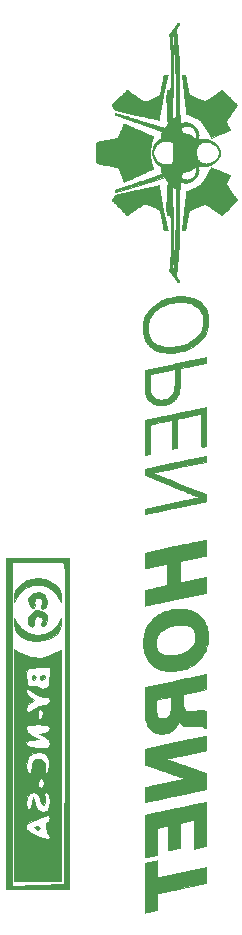
<source format=gbr>
G04 #@! TF.GenerationSoftware,KiCad,Pcbnew,(5.1.4)-1*
G04 #@! TF.CreationDate,2020-11-11T12:39:36-07:00*
G04 #@! TF.ProjectId,ABSIS_Solenoid_Driver_Accessory,41425349-535f-4536-9f6c-656e6f69645f,1*
G04 #@! TF.SameCoordinates,Original*
G04 #@! TF.FileFunction,Legend,Bot*
G04 #@! TF.FilePolarity,Positive*
%FSLAX46Y46*%
G04 Gerber Fmt 4.6, Leading zero omitted, Abs format (unit mm)*
G04 Created by KiCad (PCBNEW (5.1.4)-1) date 2020-11-11 12:39:36*
%MOMM*%
%LPD*%
G04 APERTURE LIST*
%ADD10C,0.010000*%
G04 APERTURE END LIST*
D10*
G36*
X144169391Y-127159801D02*
G01*
X144169391Y-99068410D01*
X139291245Y-99068410D01*
X139291245Y-99404834D01*
X141449965Y-99404834D01*
X142270585Y-99413194D01*
X142966081Y-99436038D01*
X143469127Y-99470015D01*
X143712401Y-99511771D01*
X143721814Y-99517964D01*
X143738859Y-99699860D01*
X143754078Y-100192807D01*
X143767341Y-100971439D01*
X143778518Y-102010388D01*
X143787480Y-103284286D01*
X143794096Y-104767765D01*
X143798236Y-106435458D01*
X143799769Y-108261998D01*
X143798567Y-110222016D01*
X143794498Y-112290145D01*
X143791903Y-113185183D01*
X143748861Y-126739271D01*
X141520053Y-126786207D01*
X139291245Y-126833142D01*
X139291245Y-99404834D01*
X139291245Y-99068410D01*
X138786610Y-99068410D01*
X138786610Y-127159801D01*
X144169391Y-127159801D01*
X144169391Y-127159801D01*
G37*
X144169391Y-127159801D02*
X144169391Y-99068410D01*
X139291245Y-99068410D01*
X139291245Y-99404834D01*
X141449965Y-99404834D01*
X142270585Y-99413194D01*
X142966081Y-99436038D01*
X143469127Y-99470015D01*
X143712401Y-99511771D01*
X143721814Y-99517964D01*
X143738859Y-99699860D01*
X143754078Y-100192807D01*
X143767341Y-100971439D01*
X143778518Y-102010388D01*
X143787480Y-103284286D01*
X143794096Y-104767765D01*
X143798236Y-106435458D01*
X143799769Y-108261998D01*
X143798567Y-110222016D01*
X143794498Y-112290145D01*
X143791903Y-113185183D01*
X143748861Y-126739271D01*
X141520053Y-126786207D01*
X139291245Y-126833142D01*
X139291245Y-99404834D01*
X139291245Y-99068410D01*
X138786610Y-99068410D01*
X138786610Y-127159801D01*
X144169391Y-127159801D01*
G36*
X139843418Y-102247260D02*
G01*
X140403998Y-101673143D01*
X141093113Y-101371883D01*
X141837650Y-101367511D01*
X142189218Y-101476227D01*
X142718872Y-101812418D01*
X143139675Y-102270651D01*
X143155807Y-102296368D01*
X143495286Y-102853179D01*
X143495914Y-102321443D01*
X143382346Y-101816461D01*
X142999288Y-101371299D01*
X142995937Y-101368475D01*
X142226281Y-100917323D01*
X141406033Y-100785457D01*
X140590606Y-100972878D01*
X139960063Y-101368475D01*
X139568741Y-101827065D01*
X139459457Y-102304266D01*
X139459457Y-102818824D01*
X139843418Y-102247260D01*
X139843418Y-102247260D01*
G37*
X139843418Y-102247260D02*
X140403998Y-101673143D01*
X141093113Y-101371883D01*
X141837650Y-101367511D01*
X142189218Y-101476227D01*
X142718872Y-101812418D01*
X143139675Y-102270651D01*
X143155807Y-102296368D01*
X143495286Y-102853179D01*
X143495914Y-102321443D01*
X143382346Y-101816461D01*
X142999288Y-101371299D01*
X142995937Y-101368475D01*
X142226281Y-100917323D01*
X141406033Y-100785457D01*
X140590606Y-100972878D01*
X139960063Y-101368475D01*
X139568741Y-101827065D01*
X139459457Y-102304266D01*
X139459457Y-102818824D01*
X139843418Y-102247260D01*
G36*
X139498050Y-104782246D02*
G01*
X139685900Y-105346924D01*
X140102044Y-105759536D01*
X140675337Y-106020081D01*
X141334631Y-106128561D01*
X142008780Y-106084975D01*
X142626636Y-105889324D01*
X143117053Y-105541606D01*
X143408883Y-105041822D01*
X143455445Y-104782246D01*
X143498453Y-104198874D01*
X143240916Y-104659342D01*
X142758403Y-105215343D01*
X142120327Y-105531050D01*
X141406152Y-105606882D01*
X140695342Y-105443262D01*
X140067361Y-105040608D01*
X139734742Y-104640800D01*
X139452537Y-104198874D01*
X139498050Y-104782246D01*
X139498050Y-104782246D01*
G37*
X139498050Y-104782246D02*
X139685900Y-105346924D01*
X140102044Y-105759536D01*
X140675337Y-106020081D01*
X141334631Y-106128561D01*
X142008780Y-106084975D01*
X142626636Y-105889324D01*
X143117053Y-105541606D01*
X143408883Y-105041822D01*
X143455445Y-104782246D01*
X143498453Y-104198874D01*
X143240916Y-104659342D01*
X142758403Y-105215343D01*
X142120327Y-105531050D01*
X141406152Y-105606882D01*
X140695342Y-105443262D01*
X140067361Y-105040608D01*
X139734742Y-104640800D01*
X139452537Y-104198874D01*
X139498050Y-104782246D01*
G36*
X143496543Y-126486953D02*
G01*
X143496543Y-106851916D01*
X142697537Y-107260783D01*
X142487272Y-107331332D01*
X142487272Y-108303277D01*
X142487272Y-108970762D01*
X142462369Y-109471301D01*
X142400896Y-109855376D01*
X142385169Y-109904322D01*
X142163844Y-110114113D01*
X141835377Y-110165685D01*
X141580778Y-110032097D01*
X141576048Y-110024744D01*
X141361983Y-109942175D01*
X141069240Y-109958765D01*
X140737221Y-109952799D01*
X140594888Y-109741624D01*
X140594888Y-110174138D01*
X140803677Y-110271074D01*
X141132580Y-110499805D01*
X141141576Y-110506821D01*
X141595897Y-110748172D01*
X142024689Y-110839505D01*
X142375504Y-110907511D01*
X142486360Y-111141928D01*
X142487272Y-111179669D01*
X142397663Y-111435532D01*
X142076572Y-111518751D01*
X142024689Y-111519833D01*
X141702624Y-111593222D01*
X141702624Y-111856685D01*
X141877590Y-111971753D01*
X141961865Y-112248746D01*
X141888313Y-112594965D01*
X141700262Y-112816162D01*
X141688265Y-112820577D01*
X141528184Y-112732959D01*
X141478000Y-112371170D01*
X141478000Y-113198212D01*
X142042969Y-113211099D01*
X142348266Y-113266150D01*
X142470183Y-113387953D01*
X142487272Y-113523463D01*
X142363667Y-113796944D01*
X142024689Y-113909325D01*
X141562106Y-113969937D01*
X142024689Y-114199817D01*
X142405452Y-114521740D01*
X142487272Y-114831620D01*
X142465117Y-115056737D01*
X142345039Y-115170558D01*
X142046619Y-115202356D01*
X141609362Y-115186313D01*
X141609362Y-115553924D01*
X142058978Y-115641173D01*
X142309911Y-115847549D01*
X142424117Y-116216905D01*
X142441184Y-116679202D01*
X142371316Y-117100657D01*
X142224718Y-117347484D01*
X142194403Y-117361971D01*
X142174559Y-117354075D01*
X142174559Y-118910094D01*
X142375130Y-119029558D01*
X142463548Y-119285889D01*
X142485792Y-119709108D01*
X142448357Y-120151567D01*
X142370117Y-120422719D01*
X142370117Y-120859298D01*
X142470537Y-120914029D01*
X142487263Y-121090013D01*
X142487272Y-121106627D01*
X142416366Y-121378630D01*
X142319060Y-121440596D01*
X142179705Y-121575435D01*
X142165655Y-121898433D01*
X142272563Y-122287310D01*
X142354745Y-122444500D01*
X142484323Y-122757967D01*
X142357574Y-122883746D01*
X141965429Y-122823511D01*
X141399939Y-122620533D01*
X140806187Y-122336492D01*
X140513242Y-122081504D01*
X140468729Y-121935622D01*
X140482079Y-121741590D01*
X140566775Y-121598578D01*
X140789781Y-121458692D01*
X141218063Y-121274035D01*
X141612832Y-121117329D01*
X142109662Y-120926753D01*
X142370117Y-120859298D01*
X142370117Y-120422719D01*
X142357739Y-120465617D01*
X142309499Y-120521339D01*
X141916646Y-120593967D01*
X141531415Y-120404471D01*
X141257538Y-120013134D01*
X141217629Y-119886818D01*
X141082543Y-119337947D01*
X141017296Y-119884636D01*
X140891148Y-120311730D01*
X140703951Y-120443145D01*
X140536350Y-120282036D01*
X140468729Y-119863179D01*
X140572393Y-119345387D01*
X140828527Y-119035357D01*
X141154846Y-118950136D01*
X141469062Y-119106770D01*
X141688890Y-119522306D01*
X141708312Y-119606391D01*
X141830670Y-119942594D01*
X141987469Y-120007745D01*
X141990508Y-120005929D01*
X142091064Y-119770739D01*
X142063225Y-119406039D01*
X142044665Y-119035688D01*
X142174559Y-118910094D01*
X142174559Y-117354075D01*
X142059753Y-117308391D01*
X142074929Y-116985501D01*
X142082744Y-116945022D01*
X142059815Y-116465721D01*
X141813534Y-116167541D01*
X141730318Y-116157072D01*
X141730318Y-117739934D01*
X141933251Y-117886161D01*
X141982636Y-118160463D01*
X141894900Y-118498686D01*
X141730318Y-118580993D01*
X141527385Y-118434766D01*
X141478000Y-118160463D01*
X141565736Y-117822241D01*
X141730318Y-117739934D01*
X141730318Y-116157072D01*
X141406407Y-116116321D01*
X141317860Y-116139358D01*
X141068739Y-116314885D01*
X140977258Y-116688147D01*
X140973364Y-116840121D01*
X140924078Y-117260709D01*
X140774488Y-117365828D01*
X140763100Y-117362520D01*
X140574126Y-117145353D01*
X140499751Y-116743011D01*
X140542442Y-116287506D01*
X140704664Y-115910849D01*
X140735286Y-115873868D01*
X141122533Y-115632252D01*
X141609362Y-115553924D01*
X141609362Y-115186313D01*
X141521688Y-115183096D01*
X140939713Y-115128695D01*
X140623599Y-115027423D01*
X140503644Y-114856485D01*
X140502280Y-114849692D01*
X140556351Y-114637609D01*
X140864844Y-114529883D01*
X141005282Y-114512851D01*
X141562106Y-114458968D01*
X141015417Y-114160694D01*
X140615191Y-113850204D01*
X140468729Y-113530316D01*
X140506732Y-113344678D01*
X140671878Y-113244366D01*
X141040874Y-113204140D01*
X141478000Y-113198212D01*
X141478000Y-112371170D01*
X141536637Y-111963501D01*
X141702624Y-111856685D01*
X141702624Y-111593222D01*
X141553056Y-111627305D01*
X141141576Y-111852516D01*
X140746695Y-112122874D01*
X140537322Y-112149899D01*
X140469454Y-111936237D01*
X140468729Y-111892979D01*
X140600105Y-111581541D01*
X140823863Y-111375233D01*
X141178998Y-111153448D01*
X140823863Y-110904702D01*
X140580486Y-110649748D01*
X140464984Y-110374846D01*
X140513174Y-110194277D01*
X140594888Y-110174138D01*
X140594888Y-109741624D01*
X140571893Y-109707507D01*
X140546648Y-109616892D01*
X140484496Y-109120478D01*
X140496840Y-108799758D01*
X140563312Y-108573203D01*
X140737517Y-108446093D01*
X141104187Y-108381493D01*
X141520053Y-108353725D01*
X142487272Y-108303277D01*
X142487272Y-107331332D01*
X141813934Y-107557254D01*
X140940674Y-107524994D01*
X140045239Y-107162540D01*
X140006146Y-107139766D01*
X139459457Y-106817505D01*
X139459457Y-126486953D01*
X143496543Y-126486953D01*
X143496543Y-126486953D01*
G37*
X143496543Y-126486953D02*
X143496543Y-106851916D01*
X142697537Y-107260783D01*
X142487272Y-107331332D01*
X142487272Y-108303277D01*
X142487272Y-108970762D01*
X142462369Y-109471301D01*
X142400896Y-109855376D01*
X142385169Y-109904322D01*
X142163844Y-110114113D01*
X141835377Y-110165685D01*
X141580778Y-110032097D01*
X141576048Y-110024744D01*
X141361983Y-109942175D01*
X141069240Y-109958765D01*
X140737221Y-109952799D01*
X140594888Y-109741624D01*
X140594888Y-110174138D01*
X140803677Y-110271074D01*
X141132580Y-110499805D01*
X141141576Y-110506821D01*
X141595897Y-110748172D01*
X142024689Y-110839505D01*
X142375504Y-110907511D01*
X142486360Y-111141928D01*
X142487272Y-111179669D01*
X142397663Y-111435532D01*
X142076572Y-111518751D01*
X142024689Y-111519833D01*
X141702624Y-111593222D01*
X141702624Y-111856685D01*
X141877590Y-111971753D01*
X141961865Y-112248746D01*
X141888313Y-112594965D01*
X141700262Y-112816162D01*
X141688265Y-112820577D01*
X141528184Y-112732959D01*
X141478000Y-112371170D01*
X141478000Y-113198212D01*
X142042969Y-113211099D01*
X142348266Y-113266150D01*
X142470183Y-113387953D01*
X142487272Y-113523463D01*
X142363667Y-113796944D01*
X142024689Y-113909325D01*
X141562106Y-113969937D01*
X142024689Y-114199817D01*
X142405452Y-114521740D01*
X142487272Y-114831620D01*
X142465117Y-115056737D01*
X142345039Y-115170558D01*
X142046619Y-115202356D01*
X141609362Y-115186313D01*
X141609362Y-115553924D01*
X142058978Y-115641173D01*
X142309911Y-115847549D01*
X142424117Y-116216905D01*
X142441184Y-116679202D01*
X142371316Y-117100657D01*
X142224718Y-117347484D01*
X142194403Y-117361971D01*
X142174559Y-117354075D01*
X142174559Y-118910094D01*
X142375130Y-119029558D01*
X142463548Y-119285889D01*
X142485792Y-119709108D01*
X142448357Y-120151567D01*
X142370117Y-120422719D01*
X142370117Y-120859298D01*
X142470537Y-120914029D01*
X142487263Y-121090013D01*
X142487272Y-121106627D01*
X142416366Y-121378630D01*
X142319060Y-121440596D01*
X142179705Y-121575435D01*
X142165655Y-121898433D01*
X142272563Y-122287310D01*
X142354745Y-122444500D01*
X142484323Y-122757967D01*
X142357574Y-122883746D01*
X141965429Y-122823511D01*
X141399939Y-122620533D01*
X140806187Y-122336492D01*
X140513242Y-122081504D01*
X140468729Y-121935622D01*
X140482079Y-121741590D01*
X140566775Y-121598578D01*
X140789781Y-121458692D01*
X141218063Y-121274035D01*
X141612832Y-121117329D01*
X142109662Y-120926753D01*
X142370117Y-120859298D01*
X142370117Y-120422719D01*
X142357739Y-120465617D01*
X142309499Y-120521339D01*
X141916646Y-120593967D01*
X141531415Y-120404471D01*
X141257538Y-120013134D01*
X141217629Y-119886818D01*
X141082543Y-119337947D01*
X141017296Y-119884636D01*
X140891148Y-120311730D01*
X140703951Y-120443145D01*
X140536350Y-120282036D01*
X140468729Y-119863179D01*
X140572393Y-119345387D01*
X140828527Y-119035357D01*
X141154846Y-118950136D01*
X141469062Y-119106770D01*
X141688890Y-119522306D01*
X141708312Y-119606391D01*
X141830670Y-119942594D01*
X141987469Y-120007745D01*
X141990508Y-120005929D01*
X142091064Y-119770739D01*
X142063225Y-119406039D01*
X142044665Y-119035688D01*
X142174559Y-118910094D01*
X142174559Y-117354075D01*
X142059753Y-117308391D01*
X142074929Y-116985501D01*
X142082744Y-116945022D01*
X142059815Y-116465721D01*
X141813534Y-116167541D01*
X141730318Y-116157072D01*
X141730318Y-117739934D01*
X141933251Y-117886161D01*
X141982636Y-118160463D01*
X141894900Y-118498686D01*
X141730318Y-118580993D01*
X141527385Y-118434766D01*
X141478000Y-118160463D01*
X141565736Y-117822241D01*
X141730318Y-117739934D01*
X141730318Y-116157072D01*
X141406407Y-116116321D01*
X141317860Y-116139358D01*
X141068739Y-116314885D01*
X140977258Y-116688147D01*
X140973364Y-116840121D01*
X140924078Y-117260709D01*
X140774488Y-117365828D01*
X140763100Y-117362520D01*
X140574126Y-117145353D01*
X140499751Y-116743011D01*
X140542442Y-116287506D01*
X140704664Y-115910849D01*
X140735286Y-115873868D01*
X141122533Y-115632252D01*
X141609362Y-115553924D01*
X141609362Y-115186313D01*
X141521688Y-115183096D01*
X140939713Y-115128695D01*
X140623599Y-115027423D01*
X140503644Y-114856485D01*
X140502280Y-114849692D01*
X140556351Y-114637609D01*
X140864844Y-114529883D01*
X141005282Y-114512851D01*
X141562106Y-114458968D01*
X141015417Y-114160694D01*
X140615191Y-113850204D01*
X140468729Y-113530316D01*
X140506732Y-113344678D01*
X140671878Y-113244366D01*
X141040874Y-113204140D01*
X141478000Y-113198212D01*
X141478000Y-112371170D01*
X141536637Y-111963501D01*
X141702624Y-111856685D01*
X141702624Y-111593222D01*
X141553056Y-111627305D01*
X141141576Y-111852516D01*
X140746695Y-112122874D01*
X140537322Y-112149899D01*
X140469454Y-111936237D01*
X140468729Y-111892979D01*
X140600105Y-111581541D01*
X140823863Y-111375233D01*
X141178998Y-111153448D01*
X140823863Y-110904702D01*
X140580486Y-110649748D01*
X140464984Y-110374846D01*
X140513174Y-110194277D01*
X140594888Y-110174138D01*
X140594888Y-109741624D01*
X140571893Y-109707507D01*
X140546648Y-109616892D01*
X140484496Y-109120478D01*
X140496840Y-108799758D01*
X140563312Y-108573203D01*
X140737517Y-108446093D01*
X141104187Y-108381493D01*
X141520053Y-108353725D01*
X142487272Y-108303277D01*
X142487272Y-107331332D01*
X141813934Y-107557254D01*
X140940674Y-107524994D01*
X140045239Y-107162540D01*
X140006146Y-107139766D01*
X139459457Y-106817505D01*
X139459457Y-126486953D01*
X143496543Y-126486953D01*
G36*
X140725984Y-102905760D02*
G01*
X140779179Y-103031559D01*
X140990090Y-103322017D01*
X141165909Y-103333116D01*
X141218257Y-103084694D01*
X141190806Y-102939161D01*
X141226082Y-102611599D01*
X141366755Y-102503893D01*
X141725065Y-102468221D01*
X141883238Y-102654835D01*
X141814424Y-102937285D01*
X141755750Y-103234468D01*
X141874200Y-103403402D01*
X142076228Y-103360287D01*
X142167079Y-103253206D01*
X142308677Y-102755314D01*
X142135063Y-102283630D01*
X142054727Y-102192346D01*
X141622447Y-101950282D01*
X141171046Y-102034486D01*
X140888640Y-102265120D01*
X140685805Y-102577412D01*
X140725984Y-102905760D01*
X140725984Y-102905760D01*
G37*
X140725984Y-102905760D02*
X140779179Y-103031559D01*
X140990090Y-103322017D01*
X141165909Y-103333116D01*
X141218257Y-103084694D01*
X141190806Y-102939161D01*
X141226082Y-102611599D01*
X141366755Y-102503893D01*
X141725065Y-102468221D01*
X141883238Y-102654835D01*
X141814424Y-102937285D01*
X141755750Y-103234468D01*
X141874200Y-103403402D01*
X142076228Y-103360287D01*
X142167079Y-103253206D01*
X142308677Y-102755314D01*
X142135063Y-102283630D01*
X142054727Y-102192346D01*
X141622447Y-101950282D01*
X141171046Y-102034486D01*
X140888640Y-102265120D01*
X140685805Y-102577412D01*
X140725984Y-102905760D01*
G36*
X140688711Y-104570459D02*
G01*
X140788922Y-104767113D01*
X140996912Y-104918077D01*
X141169362Y-104811770D01*
X141206492Y-104521153D01*
X141195236Y-104470009D01*
X141221754Y-104133646D01*
X141448082Y-104003237D01*
X141739761Y-104122605D01*
X141891551Y-104365189D01*
X141808330Y-104542640D01*
X141725448Y-104775019D01*
X141825063Y-104878297D01*
X142055771Y-104881199D01*
X142227774Y-104655393D01*
X142303295Y-104307940D01*
X142244559Y-103945904D01*
X142190325Y-103843069D01*
X141834606Y-103568120D01*
X141381970Y-103546524D01*
X140981969Y-103769740D01*
X140684697Y-104182364D01*
X140688711Y-104570459D01*
X140688711Y-104570459D01*
G37*
X140688711Y-104570459D02*
X140788922Y-104767113D01*
X140996912Y-104918077D01*
X141169362Y-104811770D01*
X141206492Y-104521153D01*
X141195236Y-104470009D01*
X141221754Y-104133646D01*
X141448082Y-104003237D01*
X141739761Y-104122605D01*
X141891551Y-104365189D01*
X141808330Y-104542640D01*
X141725448Y-104775019D01*
X141825063Y-104878297D01*
X142055771Y-104881199D01*
X142227774Y-104655393D01*
X142303295Y-104307940D01*
X142244559Y-103945904D01*
X142190325Y-103843069D01*
X141834606Y-103568120D01*
X141381970Y-103546524D01*
X140981969Y-103769740D01*
X140684697Y-104182364D01*
X140688711Y-104570459D01*
G36*
X141744017Y-109455433D02*
G01*
X141845964Y-109459001D01*
X142068099Y-109291572D01*
X142096342Y-109090009D01*
X141912548Y-108992914D01*
X141680828Y-109128350D01*
X141646212Y-109259249D01*
X141744017Y-109455433D01*
X141744017Y-109455433D01*
G37*
X141744017Y-109455433D02*
X141845964Y-109459001D01*
X142068099Y-109291572D01*
X142096342Y-109090009D01*
X141912548Y-108992914D01*
X141680828Y-109128350D01*
X141646212Y-109259249D01*
X141744017Y-109455433D01*
G36*
X141054912Y-109429268D02*
G01*
X141141576Y-109413444D01*
X141303372Y-109198392D01*
X141309788Y-109151198D01*
X141181486Y-108997444D01*
X141141576Y-108992914D01*
X140993951Y-109129832D01*
X140973364Y-109255159D01*
X141054912Y-109429268D01*
X141054912Y-109429268D01*
G37*
X141054912Y-109429268D02*
X141141576Y-109413444D01*
X141303372Y-109198392D01*
X141309788Y-109151198D01*
X141181486Y-108997444D01*
X141141576Y-108992914D01*
X140993951Y-109129832D01*
X140973364Y-109255159D01*
X141054912Y-109429268D01*
G36*
X141225682Y-121945232D02*
G01*
X141440734Y-122107027D01*
X141487928Y-122113444D01*
X141641682Y-121985141D01*
X141646212Y-121945232D01*
X141509294Y-121797607D01*
X141383967Y-121777020D01*
X141209858Y-121858567D01*
X141225682Y-121945232D01*
X141225682Y-121945232D01*
G37*
X141225682Y-121945232D02*
X141440734Y-122107027D01*
X141487928Y-122113444D01*
X141641682Y-121985141D01*
X141646212Y-121945232D01*
X141509294Y-121797607D01*
X141383967Y-121777020D01*
X141209858Y-121858567D01*
X141225682Y-121945232D01*
G36*
X146456400Y-64733261D02*
G01*
X146456400Y-64774623D01*
X146456417Y-64914289D01*
X146456478Y-65038013D01*
X146456600Y-65146787D01*
X146456799Y-65241601D01*
X146457091Y-65323447D01*
X146457491Y-65393316D01*
X146458015Y-65452200D01*
X146458680Y-65501090D01*
X146459501Y-65540977D01*
X146460494Y-65572853D01*
X146461676Y-65597709D01*
X146463062Y-65616536D01*
X146464668Y-65630326D01*
X146466510Y-65640070D01*
X146468604Y-65646759D01*
X146470499Y-65650622D01*
X146486755Y-65670579D01*
X146504495Y-65683556D01*
X146515446Y-65686340D01*
X146541905Y-65691980D01*
X146582731Y-65700257D01*
X146636779Y-65710951D01*
X146702908Y-65723841D01*
X146779974Y-65738707D01*
X146866835Y-65755331D01*
X146962348Y-65773493D01*
X147065370Y-65792971D01*
X147174758Y-65813547D01*
X147289369Y-65835001D01*
X147367476Y-65849563D01*
X147484985Y-65871511D01*
X147598070Y-65892774D01*
X147705585Y-65913131D01*
X147806381Y-65932355D01*
X147899312Y-65950226D01*
X147983228Y-65966518D01*
X148056983Y-65981007D01*
X148119428Y-65993472D01*
X148169417Y-66003687D01*
X148205802Y-66011429D01*
X148227434Y-66016475D01*
X148233062Y-66018214D01*
X148255948Y-66033615D01*
X148273735Y-66049779D01*
X148279051Y-66059802D01*
X148290133Y-66084008D01*
X148306358Y-66120899D01*
X148327106Y-66168974D01*
X148351755Y-66226734D01*
X148379681Y-66292682D01*
X148410264Y-66365316D01*
X148442882Y-66443139D01*
X148476912Y-66524651D01*
X148511734Y-66608353D01*
X148546724Y-66692746D01*
X148581261Y-66776330D01*
X148614724Y-66857607D01*
X148646489Y-66935077D01*
X148675936Y-67007241D01*
X148702443Y-67072601D01*
X148725387Y-67129656D01*
X148744147Y-67176908D01*
X148758101Y-67212858D01*
X148766627Y-67236006D01*
X148769020Y-67243732D01*
X148771897Y-67244541D01*
X148780093Y-67242784D01*
X148794231Y-67238190D01*
X148814938Y-67230485D01*
X148842837Y-67219400D01*
X148878553Y-67204663D01*
X148922711Y-67186001D01*
X148975936Y-67163144D01*
X149038851Y-67135821D01*
X149112083Y-67103758D01*
X149196254Y-67066686D01*
X149291991Y-67024332D01*
X149399917Y-66976425D01*
X149520657Y-66922694D01*
X149654836Y-66862866D01*
X149803079Y-66796671D01*
X149966010Y-66723837D01*
X149999699Y-66708768D01*
X150136406Y-66647607D01*
X150268991Y-66588266D01*
X150396622Y-66531117D01*
X150518468Y-66476534D01*
X150633695Y-66424891D01*
X150741473Y-66376562D01*
X150840968Y-66331920D01*
X150931350Y-66291338D01*
X151011785Y-66255190D01*
X151081443Y-66223849D01*
X151139490Y-66197690D01*
X151185095Y-66177085D01*
X151217426Y-66162408D01*
X151235651Y-66154033D01*
X151239511Y-66152163D01*
X151243582Y-66146904D01*
X151244412Y-66136351D01*
X151241550Y-66118113D01*
X151234544Y-66089797D01*
X151222945Y-66049009D01*
X151215073Y-66022494D01*
X151180194Y-65900808D01*
X151145617Y-65770416D01*
X151112327Y-65635563D01*
X151081307Y-65500498D01*
X151053540Y-65369467D01*
X151030009Y-65246717D01*
X151015232Y-65159467D01*
X151009022Y-65108650D01*
X151003943Y-65044318D01*
X151000036Y-64969854D01*
X150997342Y-64888639D01*
X150995903Y-64804058D01*
X150995759Y-64719493D01*
X150996953Y-64638326D01*
X150999525Y-64563941D01*
X151003517Y-64499720D01*
X151006758Y-64466182D01*
X151019926Y-64369163D01*
X151038259Y-64259561D01*
X151061037Y-64140670D01*
X151087537Y-64015781D01*
X151117036Y-63888190D01*
X151148814Y-63761189D01*
X151182148Y-63638072D01*
X151207038Y-63552581D01*
X151220694Y-63506809D01*
X151232430Y-63466742D01*
X151241447Y-63435163D01*
X151246950Y-63414855D01*
X151248289Y-63408648D01*
X151240636Y-63404651D01*
X151218282Y-63394260D01*
X151182052Y-63377838D01*
X151132772Y-63355750D01*
X151071267Y-63328360D01*
X150998362Y-63296031D01*
X150914882Y-63259128D01*
X150821652Y-63218015D01*
X150719498Y-63173056D01*
X150609245Y-63124615D01*
X150491717Y-63073056D01*
X150367741Y-63018742D01*
X150238142Y-62962039D01*
X150103744Y-62903310D01*
X150015985Y-62865000D01*
X149878814Y-62805156D01*
X149745802Y-62747153D01*
X149617784Y-62691353D01*
X149495592Y-62638119D01*
X149380060Y-62587813D01*
X149272021Y-62540797D01*
X149172310Y-62497433D01*
X149081759Y-62458084D01*
X149001201Y-62423111D01*
X148931471Y-62392877D01*
X148873402Y-62367745D01*
X148827827Y-62348075D01*
X148795579Y-62334232D01*
X148777492Y-62326576D01*
X148773746Y-62325094D01*
X148768644Y-62332386D01*
X148757596Y-62354676D01*
X148740918Y-62391228D01*
X148718926Y-62441307D01*
X148691934Y-62504176D01*
X148660258Y-62579101D01*
X148624214Y-62665344D01*
X148584115Y-62762172D01*
X148540279Y-62868847D01*
X148530775Y-62892070D01*
X148492344Y-62985822D01*
X148455424Y-63075460D01*
X148420563Y-63159675D01*
X148388311Y-63237159D01*
X148359219Y-63306605D01*
X148333835Y-63366705D01*
X148312710Y-63416151D01*
X148296393Y-63453634D01*
X148285433Y-63477847D01*
X148280746Y-63487010D01*
X148260933Y-63508686D01*
X148236056Y-63526671D01*
X148234137Y-63527684D01*
X148221086Y-63531629D01*
X148192160Y-63538409D01*
X148148152Y-63547870D01*
X148089854Y-63559856D01*
X148018059Y-63574211D01*
X147933559Y-63590781D01*
X147837146Y-63609409D01*
X147729613Y-63629940D01*
X147611753Y-63652219D01*
X147484357Y-63676091D01*
X147359246Y-63699356D01*
X147241728Y-63721187D01*
X147128747Y-63742280D01*
X147021437Y-63762418D01*
X146920932Y-63781382D01*
X146828366Y-63798956D01*
X146744873Y-63814922D01*
X146671589Y-63829062D01*
X146609646Y-63841158D01*
X146560180Y-63850995D01*
X146524324Y-63858353D01*
X146503213Y-63863015D01*
X146497851Y-63864539D01*
X146491227Y-63867998D01*
X146485348Y-63871522D01*
X146480171Y-63876086D01*
X146475650Y-63882667D01*
X146471742Y-63892241D01*
X146468401Y-63905785D01*
X146465583Y-63924274D01*
X146463243Y-63948685D01*
X146461339Y-63979994D01*
X146459823Y-64019177D01*
X146458654Y-64067211D01*
X146457785Y-64125071D01*
X146457172Y-64193734D01*
X146456771Y-64274177D01*
X146456538Y-64367374D01*
X146456428Y-64474303D01*
X146456397Y-64595940D01*
X146456400Y-64733261D01*
X146456400Y-64733261D01*
G37*
X146456400Y-64733261D02*
X146456400Y-64774623D01*
X146456417Y-64914289D01*
X146456478Y-65038013D01*
X146456600Y-65146787D01*
X146456799Y-65241601D01*
X146457091Y-65323447D01*
X146457491Y-65393316D01*
X146458015Y-65452200D01*
X146458680Y-65501090D01*
X146459501Y-65540977D01*
X146460494Y-65572853D01*
X146461676Y-65597709D01*
X146463062Y-65616536D01*
X146464668Y-65630326D01*
X146466510Y-65640070D01*
X146468604Y-65646759D01*
X146470499Y-65650622D01*
X146486755Y-65670579D01*
X146504495Y-65683556D01*
X146515446Y-65686340D01*
X146541905Y-65691980D01*
X146582731Y-65700257D01*
X146636779Y-65710951D01*
X146702908Y-65723841D01*
X146779974Y-65738707D01*
X146866835Y-65755331D01*
X146962348Y-65773493D01*
X147065370Y-65792971D01*
X147174758Y-65813547D01*
X147289369Y-65835001D01*
X147367476Y-65849563D01*
X147484985Y-65871511D01*
X147598070Y-65892774D01*
X147705585Y-65913131D01*
X147806381Y-65932355D01*
X147899312Y-65950226D01*
X147983228Y-65966518D01*
X148056983Y-65981007D01*
X148119428Y-65993472D01*
X148169417Y-66003687D01*
X148205802Y-66011429D01*
X148227434Y-66016475D01*
X148233062Y-66018214D01*
X148255948Y-66033615D01*
X148273735Y-66049779D01*
X148279051Y-66059802D01*
X148290133Y-66084008D01*
X148306358Y-66120899D01*
X148327106Y-66168974D01*
X148351755Y-66226734D01*
X148379681Y-66292682D01*
X148410264Y-66365316D01*
X148442882Y-66443139D01*
X148476912Y-66524651D01*
X148511734Y-66608353D01*
X148546724Y-66692746D01*
X148581261Y-66776330D01*
X148614724Y-66857607D01*
X148646489Y-66935077D01*
X148675936Y-67007241D01*
X148702443Y-67072601D01*
X148725387Y-67129656D01*
X148744147Y-67176908D01*
X148758101Y-67212858D01*
X148766627Y-67236006D01*
X148769020Y-67243732D01*
X148771897Y-67244541D01*
X148780093Y-67242784D01*
X148794231Y-67238190D01*
X148814938Y-67230485D01*
X148842837Y-67219400D01*
X148878553Y-67204663D01*
X148922711Y-67186001D01*
X148975936Y-67163144D01*
X149038851Y-67135821D01*
X149112083Y-67103758D01*
X149196254Y-67066686D01*
X149291991Y-67024332D01*
X149399917Y-66976425D01*
X149520657Y-66922694D01*
X149654836Y-66862866D01*
X149803079Y-66796671D01*
X149966010Y-66723837D01*
X149999699Y-66708768D01*
X150136406Y-66647607D01*
X150268991Y-66588266D01*
X150396622Y-66531117D01*
X150518468Y-66476534D01*
X150633695Y-66424891D01*
X150741473Y-66376562D01*
X150840968Y-66331920D01*
X150931350Y-66291338D01*
X151011785Y-66255190D01*
X151081443Y-66223849D01*
X151139490Y-66197690D01*
X151185095Y-66177085D01*
X151217426Y-66162408D01*
X151235651Y-66154033D01*
X151239511Y-66152163D01*
X151243582Y-66146904D01*
X151244412Y-66136351D01*
X151241550Y-66118113D01*
X151234544Y-66089797D01*
X151222945Y-66049009D01*
X151215073Y-66022494D01*
X151180194Y-65900808D01*
X151145617Y-65770416D01*
X151112327Y-65635563D01*
X151081307Y-65500498D01*
X151053540Y-65369467D01*
X151030009Y-65246717D01*
X151015232Y-65159467D01*
X151009022Y-65108650D01*
X151003943Y-65044318D01*
X151000036Y-64969854D01*
X150997342Y-64888639D01*
X150995903Y-64804058D01*
X150995759Y-64719493D01*
X150996953Y-64638326D01*
X150999525Y-64563941D01*
X151003517Y-64499720D01*
X151006758Y-64466182D01*
X151019926Y-64369163D01*
X151038259Y-64259561D01*
X151061037Y-64140670D01*
X151087537Y-64015781D01*
X151117036Y-63888190D01*
X151148814Y-63761189D01*
X151182148Y-63638072D01*
X151207038Y-63552581D01*
X151220694Y-63506809D01*
X151232430Y-63466742D01*
X151241447Y-63435163D01*
X151246950Y-63414855D01*
X151248289Y-63408648D01*
X151240636Y-63404651D01*
X151218282Y-63394260D01*
X151182052Y-63377838D01*
X151132772Y-63355750D01*
X151071267Y-63328360D01*
X150998362Y-63296031D01*
X150914882Y-63259128D01*
X150821652Y-63218015D01*
X150719498Y-63173056D01*
X150609245Y-63124615D01*
X150491717Y-63073056D01*
X150367741Y-63018742D01*
X150238142Y-62962039D01*
X150103744Y-62903310D01*
X150015985Y-62865000D01*
X149878814Y-62805156D01*
X149745802Y-62747153D01*
X149617784Y-62691353D01*
X149495592Y-62638119D01*
X149380060Y-62587813D01*
X149272021Y-62540797D01*
X149172310Y-62497433D01*
X149081759Y-62458084D01*
X149001201Y-62423111D01*
X148931471Y-62392877D01*
X148873402Y-62367745D01*
X148827827Y-62348075D01*
X148795579Y-62334232D01*
X148777492Y-62326576D01*
X148773746Y-62325094D01*
X148768644Y-62332386D01*
X148757596Y-62354676D01*
X148740918Y-62391228D01*
X148718926Y-62441307D01*
X148691934Y-62504176D01*
X148660258Y-62579101D01*
X148624214Y-62665344D01*
X148584115Y-62762172D01*
X148540279Y-62868847D01*
X148530775Y-62892070D01*
X148492344Y-62985822D01*
X148455424Y-63075460D01*
X148420563Y-63159675D01*
X148388311Y-63237159D01*
X148359219Y-63306605D01*
X148333835Y-63366705D01*
X148312710Y-63416151D01*
X148296393Y-63453634D01*
X148285433Y-63477847D01*
X148280746Y-63487010D01*
X148260933Y-63508686D01*
X148236056Y-63526671D01*
X148234137Y-63527684D01*
X148221086Y-63531629D01*
X148192160Y-63538409D01*
X148148152Y-63547870D01*
X148089854Y-63559856D01*
X148018059Y-63574211D01*
X147933559Y-63590781D01*
X147837146Y-63609409D01*
X147729613Y-63629940D01*
X147611753Y-63652219D01*
X147484357Y-63676091D01*
X147359246Y-63699356D01*
X147241728Y-63721187D01*
X147128747Y-63742280D01*
X147021437Y-63762418D01*
X146920932Y-63781382D01*
X146828366Y-63798956D01*
X146744873Y-63814922D01*
X146671589Y-63829062D01*
X146609646Y-63841158D01*
X146560180Y-63850995D01*
X146524324Y-63858353D01*
X146503213Y-63863015D01*
X146497851Y-63864539D01*
X146491227Y-63867998D01*
X146485348Y-63871522D01*
X146480171Y-63876086D01*
X146475650Y-63882667D01*
X146471742Y-63892241D01*
X146468401Y-63905785D01*
X146465583Y-63924274D01*
X146463243Y-63948685D01*
X146461339Y-63979994D01*
X146459823Y-64019177D01*
X146458654Y-64067211D01*
X146457785Y-64125071D01*
X146457172Y-64193734D01*
X146456771Y-64274177D01*
X146456538Y-64367374D01*
X146456428Y-64474303D01*
X146456397Y-64595940D01*
X146456400Y-64733261D01*
G36*
X147781273Y-68815973D02*
G01*
X147787894Y-68824927D01*
X147805567Y-68844803D01*
X147833308Y-68874610D01*
X147870134Y-68913358D01*
X147915060Y-68960058D01*
X147967103Y-69013720D01*
X148025279Y-69073353D01*
X148088604Y-69137968D01*
X148156094Y-69206575D01*
X148226765Y-69278184D01*
X148299633Y-69351806D01*
X148373715Y-69426449D01*
X148448026Y-69501126D01*
X148521583Y-69574845D01*
X148593402Y-69646617D01*
X148662499Y-69715451D01*
X148727890Y-69780359D01*
X148788591Y-69840350D01*
X148843619Y-69894434D01*
X148891989Y-69941621D01*
X148932718Y-69980922D01*
X148964821Y-70011347D01*
X148987315Y-70031905D01*
X148999217Y-70041607D01*
X148999827Y-70041964D01*
X149031824Y-70051041D01*
X149052072Y-70050503D01*
X149064435Y-70044745D01*
X149090521Y-70029294D01*
X149130223Y-70004223D01*
X149183431Y-69969604D01*
X149250035Y-69925510D01*
X149329926Y-69872013D01*
X149422995Y-69809188D01*
X149529132Y-69737105D01*
X149648230Y-69655839D01*
X149779383Y-69566006D01*
X149894207Y-69487365D01*
X150001197Y-69414362D01*
X150099733Y-69347411D01*
X150189193Y-69286926D01*
X150268958Y-69233321D01*
X150338407Y-69187012D01*
X150396919Y-69148411D01*
X150443872Y-69117934D01*
X150478648Y-69095994D01*
X150500624Y-69083007D01*
X150508391Y-69079377D01*
X150534057Y-69075963D01*
X150555861Y-69076790D01*
X150556586Y-69076942D01*
X150569173Y-69081339D01*
X150595677Y-69091826D01*
X150634626Y-69107771D01*
X150684548Y-69128540D01*
X150743973Y-69153500D01*
X150811428Y-69182017D01*
X150885442Y-69213459D01*
X150964543Y-69247191D01*
X151047261Y-69282582D01*
X151132122Y-69318997D01*
X151217657Y-69355803D01*
X151302393Y-69392367D01*
X151384858Y-69428056D01*
X151463582Y-69462236D01*
X151537092Y-69494275D01*
X151603917Y-69523538D01*
X151662586Y-69549393D01*
X151711627Y-69571207D01*
X151749568Y-69588346D01*
X151774938Y-69600176D01*
X151786266Y-69606065D01*
X151786443Y-69606197D01*
X151806110Y-69626142D01*
X151819418Y-69645611D01*
X151822593Y-69656995D01*
X151828606Y-69683871D01*
X151837230Y-69725079D01*
X151848239Y-69779457D01*
X151861406Y-69845843D01*
X151876506Y-69923077D01*
X151893312Y-70009998D01*
X151911598Y-70105444D01*
X151931137Y-70208253D01*
X151951703Y-70317266D01*
X151973070Y-70431319D01*
X151984685Y-70493647D01*
X152009885Y-70629084D01*
X152032201Y-70748868D01*
X152051842Y-70853994D01*
X152069019Y-70945457D01*
X152083939Y-71024254D01*
X152096813Y-71091378D01*
X152107849Y-71147827D01*
X152117256Y-71194594D01*
X152125244Y-71232676D01*
X152132022Y-71263067D01*
X152137798Y-71286764D01*
X152142781Y-71304761D01*
X152147182Y-71318053D01*
X152151209Y-71327638D01*
X152155071Y-71334508D01*
X152158977Y-71339661D01*
X152163137Y-71344090D01*
X152163410Y-71344367D01*
X152188615Y-71369767D01*
X152336641Y-71372429D01*
X152484666Y-71375091D01*
X152483802Y-71355496D01*
X152481670Y-71343925D01*
X152475828Y-71317409D01*
X152466631Y-71277442D01*
X152454435Y-71225516D01*
X152439594Y-71163124D01*
X152422465Y-71091761D01*
X152403400Y-71012919D01*
X152382757Y-70928091D01*
X152361340Y-70840600D01*
X152315484Y-70652761D01*
X152273985Y-70480523D01*
X152236679Y-70323171D01*
X152203404Y-70179986D01*
X152173994Y-70050251D01*
X152148287Y-69933251D01*
X152126117Y-69828267D01*
X152107323Y-69734583D01*
X152100239Y-69697600D01*
X152094855Y-69668097D01*
X152086910Y-69623194D01*
X152076624Y-69564189D01*
X152064219Y-69492386D01*
X152049918Y-69409085D01*
X152033942Y-69315588D01*
X152016514Y-69213195D01*
X151997854Y-69103209D01*
X151978185Y-68986930D01*
X151957729Y-68865660D01*
X151936708Y-68740700D01*
X151915343Y-68613351D01*
X151913302Y-68601166D01*
X151892283Y-68476124D01*
X151871778Y-68355012D01*
X151851987Y-68238966D01*
X151833110Y-68129123D01*
X151815347Y-68026617D01*
X151798898Y-67932587D01*
X151783964Y-67848167D01*
X151770744Y-67774493D01*
X151759438Y-67712702D01*
X151750246Y-67663930D01*
X151743370Y-67629313D01*
X151739007Y-67609987D01*
X151738343Y-67607707D01*
X151728333Y-67579067D01*
X151720487Y-67563605D01*
X151712479Y-67558175D01*
X151702679Y-67559418D01*
X151689178Y-67563254D01*
X151672047Y-67567801D01*
X151650640Y-67573199D01*
X151624313Y-67579591D01*
X151592419Y-67587119D01*
X151554314Y-67595925D01*
X151509351Y-67606149D01*
X151456886Y-67617935D01*
X151396272Y-67631423D01*
X151326865Y-67646755D01*
X151248020Y-67664074D01*
X151159090Y-67683520D01*
X151059430Y-67705236D01*
X150948395Y-67729364D01*
X150825339Y-67756045D01*
X150689618Y-67785421D01*
X150540584Y-67817633D01*
X150377594Y-67852824D01*
X150200002Y-67891135D01*
X150007162Y-67932708D01*
X149798428Y-67977685D01*
X149792204Y-67979026D01*
X148052242Y-68353866D01*
X147916838Y-68550688D01*
X147881461Y-68602770D01*
X147849340Y-68651323D01*
X147821745Y-68694325D01*
X147799943Y-68729758D01*
X147785204Y-68755603D01*
X147778797Y-68769838D01*
X147778655Y-68770611D01*
X147778552Y-68797444D01*
X147781273Y-68815973D01*
X147781273Y-68815973D01*
G37*
X147781273Y-68815973D02*
X147787894Y-68824927D01*
X147805567Y-68844803D01*
X147833308Y-68874610D01*
X147870134Y-68913358D01*
X147915060Y-68960058D01*
X147967103Y-69013720D01*
X148025279Y-69073353D01*
X148088604Y-69137968D01*
X148156094Y-69206575D01*
X148226765Y-69278184D01*
X148299633Y-69351806D01*
X148373715Y-69426449D01*
X148448026Y-69501126D01*
X148521583Y-69574845D01*
X148593402Y-69646617D01*
X148662499Y-69715451D01*
X148727890Y-69780359D01*
X148788591Y-69840350D01*
X148843619Y-69894434D01*
X148891989Y-69941621D01*
X148932718Y-69980922D01*
X148964821Y-70011347D01*
X148987315Y-70031905D01*
X148999217Y-70041607D01*
X148999827Y-70041964D01*
X149031824Y-70051041D01*
X149052072Y-70050503D01*
X149064435Y-70044745D01*
X149090521Y-70029294D01*
X149130223Y-70004223D01*
X149183431Y-69969604D01*
X149250035Y-69925510D01*
X149329926Y-69872013D01*
X149422995Y-69809188D01*
X149529132Y-69737105D01*
X149648230Y-69655839D01*
X149779383Y-69566006D01*
X149894207Y-69487365D01*
X150001197Y-69414362D01*
X150099733Y-69347411D01*
X150189193Y-69286926D01*
X150268958Y-69233321D01*
X150338407Y-69187012D01*
X150396919Y-69148411D01*
X150443872Y-69117934D01*
X150478648Y-69095994D01*
X150500624Y-69083007D01*
X150508391Y-69079377D01*
X150534057Y-69075963D01*
X150555861Y-69076790D01*
X150556586Y-69076942D01*
X150569173Y-69081339D01*
X150595677Y-69091826D01*
X150634626Y-69107771D01*
X150684548Y-69128540D01*
X150743973Y-69153500D01*
X150811428Y-69182017D01*
X150885442Y-69213459D01*
X150964543Y-69247191D01*
X151047261Y-69282582D01*
X151132122Y-69318997D01*
X151217657Y-69355803D01*
X151302393Y-69392367D01*
X151384858Y-69428056D01*
X151463582Y-69462236D01*
X151537092Y-69494275D01*
X151603917Y-69523538D01*
X151662586Y-69549393D01*
X151711627Y-69571207D01*
X151749568Y-69588346D01*
X151774938Y-69600176D01*
X151786266Y-69606065D01*
X151786443Y-69606197D01*
X151806110Y-69626142D01*
X151819418Y-69645611D01*
X151822593Y-69656995D01*
X151828606Y-69683871D01*
X151837230Y-69725079D01*
X151848239Y-69779457D01*
X151861406Y-69845843D01*
X151876506Y-69923077D01*
X151893312Y-70009998D01*
X151911598Y-70105444D01*
X151931137Y-70208253D01*
X151951703Y-70317266D01*
X151973070Y-70431319D01*
X151984685Y-70493647D01*
X152009885Y-70629084D01*
X152032201Y-70748868D01*
X152051842Y-70853994D01*
X152069019Y-70945457D01*
X152083939Y-71024254D01*
X152096813Y-71091378D01*
X152107849Y-71147827D01*
X152117256Y-71194594D01*
X152125244Y-71232676D01*
X152132022Y-71263067D01*
X152137798Y-71286764D01*
X152142781Y-71304761D01*
X152147182Y-71318053D01*
X152151209Y-71327638D01*
X152155071Y-71334508D01*
X152158977Y-71339661D01*
X152163137Y-71344090D01*
X152163410Y-71344367D01*
X152188615Y-71369767D01*
X152336641Y-71372429D01*
X152484666Y-71375091D01*
X152483802Y-71355496D01*
X152481670Y-71343925D01*
X152475828Y-71317409D01*
X152466631Y-71277442D01*
X152454435Y-71225516D01*
X152439594Y-71163124D01*
X152422465Y-71091761D01*
X152403400Y-71012919D01*
X152382757Y-70928091D01*
X152361340Y-70840600D01*
X152315484Y-70652761D01*
X152273985Y-70480523D01*
X152236679Y-70323171D01*
X152203404Y-70179986D01*
X152173994Y-70050251D01*
X152148287Y-69933251D01*
X152126117Y-69828267D01*
X152107323Y-69734583D01*
X152100239Y-69697600D01*
X152094855Y-69668097D01*
X152086910Y-69623194D01*
X152076624Y-69564189D01*
X152064219Y-69492386D01*
X152049918Y-69409085D01*
X152033942Y-69315588D01*
X152016514Y-69213195D01*
X151997854Y-69103209D01*
X151978185Y-68986930D01*
X151957729Y-68865660D01*
X151936708Y-68740700D01*
X151915343Y-68613351D01*
X151913302Y-68601166D01*
X151892283Y-68476124D01*
X151871778Y-68355012D01*
X151851987Y-68238966D01*
X151833110Y-68129123D01*
X151815347Y-68026617D01*
X151798898Y-67932587D01*
X151783964Y-67848167D01*
X151770744Y-67774493D01*
X151759438Y-67712702D01*
X151750246Y-67663930D01*
X151743370Y-67629313D01*
X151739007Y-67609987D01*
X151738343Y-67607707D01*
X151728333Y-67579067D01*
X151720487Y-67563605D01*
X151712479Y-67558175D01*
X151702679Y-67559418D01*
X151689178Y-67563254D01*
X151672047Y-67567801D01*
X151650640Y-67573199D01*
X151624313Y-67579591D01*
X151592419Y-67587119D01*
X151554314Y-67595925D01*
X151509351Y-67606149D01*
X151456886Y-67617935D01*
X151396272Y-67631423D01*
X151326865Y-67646755D01*
X151248020Y-67664074D01*
X151159090Y-67683520D01*
X151059430Y-67705236D01*
X150948395Y-67729364D01*
X150825339Y-67756045D01*
X150689618Y-67785421D01*
X150540584Y-67817633D01*
X150377594Y-67852824D01*
X150200002Y-67891135D01*
X150007162Y-67932708D01*
X149798428Y-67977685D01*
X149792204Y-67979026D01*
X148052242Y-68353866D01*
X147916838Y-68550688D01*
X147881461Y-68602770D01*
X147849340Y-68651323D01*
X147821745Y-68694325D01*
X147799943Y-68729758D01*
X147785204Y-68755603D01*
X147778797Y-68769838D01*
X147778655Y-68770611D01*
X147778552Y-68797444D01*
X147781273Y-68815973D01*
G36*
X147777487Y-60756938D02*
G01*
X147778185Y-60768954D01*
X147780792Y-60781356D01*
X147786355Y-60795948D01*
X147795924Y-60814534D01*
X147810547Y-60838918D01*
X147831273Y-60870906D01*
X147859151Y-60912302D01*
X147895229Y-60964909D01*
X147915070Y-60993664D01*
X148052366Y-61192429D01*
X149825780Y-61574845D01*
X149996582Y-61611695D01*
X150163339Y-61647707D01*
X150325269Y-61682711D01*
X150481587Y-61716537D01*
X150631508Y-61749013D01*
X150774250Y-61779969D01*
X150909027Y-61809234D01*
X151035057Y-61836638D01*
X151151554Y-61862009D01*
X151257735Y-61885177D01*
X151352816Y-61905972D01*
X151436013Y-61924221D01*
X151506542Y-61939756D01*
X151563618Y-61952404D01*
X151606459Y-61961996D01*
X151634279Y-61968359D01*
X151646113Y-61971270D01*
X151674390Y-61979782D01*
X151697502Y-61986863D01*
X151707106Y-61989898D01*
X151715681Y-61989130D01*
X151723711Y-61978844D01*
X151732837Y-61956325D01*
X151739281Y-61936576D01*
X151743041Y-61920687D01*
X151749366Y-61889220D01*
X151758056Y-61843302D01*
X151768914Y-61784062D01*
X151781742Y-61712629D01*
X151796341Y-61630129D01*
X151812513Y-61537692D01*
X151830062Y-61436445D01*
X151848787Y-61327516D01*
X151868493Y-61212035D01*
X151888979Y-61091128D01*
X151910050Y-60965924D01*
X151918133Y-60917666D01*
X151946444Y-60748460D01*
X151972233Y-60594591D01*
X151995771Y-60454699D01*
X152017331Y-60327419D01*
X152037182Y-60211390D01*
X152055599Y-60105248D01*
X152072852Y-60007631D01*
X152089214Y-59917176D01*
X152104956Y-59832520D01*
X152120350Y-59752301D01*
X152135669Y-59675156D01*
X152151183Y-59599722D01*
X152167165Y-59524636D01*
X152183887Y-59448537D01*
X152201620Y-59370060D01*
X152220637Y-59287844D01*
X152241209Y-59200525D01*
X152263609Y-59106741D01*
X152288107Y-59005129D01*
X152314977Y-58894327D01*
X152344489Y-58772971D01*
X152352963Y-58738149D01*
X152375570Y-58645082D01*
X152396950Y-58556739D01*
X152416772Y-58474516D01*
X152434703Y-58399808D01*
X152450409Y-58334010D01*
X152463559Y-58278517D01*
X152473819Y-58234724D01*
X152480858Y-58204026D01*
X152484342Y-58187819D01*
X152484666Y-58185699D01*
X152481273Y-58181381D01*
X152469748Y-58178264D01*
X152448072Y-58176187D01*
X152414224Y-58174986D01*
X152366186Y-58174499D01*
X152345365Y-58174467D01*
X152286225Y-58174900D01*
X152241492Y-58176541D01*
X152208652Y-58179894D01*
X152185194Y-58185469D01*
X152168604Y-58193771D01*
X152156370Y-58205309D01*
X152150150Y-58213881D01*
X152146560Y-58225298D01*
X152140136Y-58252517D01*
X152131046Y-58294673D01*
X152119460Y-58350902D01*
X152105549Y-58420342D01*
X152089483Y-58502127D01*
X152071430Y-58595395D01*
X152051561Y-58699282D01*
X152030045Y-58812924D01*
X152007052Y-58935458D01*
X151984402Y-59057126D01*
X151959103Y-59193398D01*
X151936653Y-59314010D01*
X151916846Y-59419961D01*
X151899479Y-59512245D01*
X151884347Y-59591861D01*
X151871246Y-59659804D01*
X151859971Y-59717072D01*
X151850318Y-59764661D01*
X151842083Y-59803568D01*
X151835060Y-59834790D01*
X151829047Y-59859323D01*
X151823838Y-59878164D01*
X151819230Y-59892310D01*
X151815016Y-59902757D01*
X151810995Y-59910503D01*
X151808663Y-59914159D01*
X151804025Y-59920527D01*
X151798451Y-59926724D01*
X151790886Y-59933245D01*
X151780269Y-59940586D01*
X151765543Y-59949239D01*
X151745650Y-59959702D01*
X151719531Y-59972467D01*
X151686128Y-59988031D01*
X151644383Y-60006887D01*
X151593237Y-60029531D01*
X151531633Y-60056457D01*
X151458512Y-60088160D01*
X151372815Y-60125135D01*
X151273485Y-60167876D01*
X151180543Y-60207822D01*
X151065279Y-60257325D01*
X150964495Y-60300505D01*
X150877118Y-60337744D01*
X150802079Y-60369420D01*
X150738306Y-60395916D01*
X150684727Y-60417609D01*
X150640273Y-60434882D01*
X150603871Y-60448114D01*
X150574450Y-60457685D01*
X150550940Y-60463976D01*
X150532269Y-60467367D01*
X150517367Y-60468238D01*
X150505161Y-60466970D01*
X150494582Y-60463942D01*
X150484558Y-60459535D01*
X150479177Y-60456808D01*
X150468983Y-60450372D01*
X150445827Y-60435013D01*
X150410698Y-60411404D01*
X150364585Y-60380218D01*
X150308477Y-60342130D01*
X150243364Y-60297812D01*
X150170233Y-60247938D01*
X150090075Y-60193182D01*
X150003878Y-60134216D01*
X149912632Y-60071716D01*
X149817325Y-60006353D01*
X149774748Y-59977128D01*
X149678044Y-59910797D01*
X149585000Y-59847104D01*
X149496601Y-59786715D01*
X149413831Y-59730298D01*
X149337676Y-59678519D01*
X149269121Y-59632047D01*
X149209151Y-59591549D01*
X149158751Y-59557691D01*
X149118907Y-59531141D01*
X149090604Y-59512567D01*
X149074826Y-59502636D01*
X149072100Y-59501174D01*
X149063223Y-59497698D01*
X149054947Y-59495007D01*
X149046541Y-59493750D01*
X149037274Y-59494575D01*
X149026415Y-59498133D01*
X149013234Y-59505071D01*
X148996998Y-59516039D01*
X148976977Y-59531685D01*
X148952439Y-59552659D01*
X148922654Y-59579609D01*
X148886890Y-59613184D01*
X148844416Y-59654033D01*
X148794502Y-59702805D01*
X148736416Y-59760149D01*
X148669426Y-59826714D01*
X148592802Y-59903148D01*
X148505813Y-59990101D01*
X148407727Y-60088221D01*
X148384601Y-60111356D01*
X147777200Y-60718976D01*
X147777487Y-60756938D01*
X147777487Y-60756938D01*
G37*
X147777487Y-60756938D02*
X147778185Y-60768954D01*
X147780792Y-60781356D01*
X147786355Y-60795948D01*
X147795924Y-60814534D01*
X147810547Y-60838918D01*
X147831273Y-60870906D01*
X147859151Y-60912302D01*
X147895229Y-60964909D01*
X147915070Y-60993664D01*
X148052366Y-61192429D01*
X149825780Y-61574845D01*
X149996582Y-61611695D01*
X150163339Y-61647707D01*
X150325269Y-61682711D01*
X150481587Y-61716537D01*
X150631508Y-61749013D01*
X150774250Y-61779969D01*
X150909027Y-61809234D01*
X151035057Y-61836638D01*
X151151554Y-61862009D01*
X151257735Y-61885177D01*
X151352816Y-61905972D01*
X151436013Y-61924221D01*
X151506542Y-61939756D01*
X151563618Y-61952404D01*
X151606459Y-61961996D01*
X151634279Y-61968359D01*
X151646113Y-61971270D01*
X151674390Y-61979782D01*
X151697502Y-61986863D01*
X151707106Y-61989898D01*
X151715681Y-61989130D01*
X151723711Y-61978844D01*
X151732837Y-61956325D01*
X151739281Y-61936576D01*
X151743041Y-61920687D01*
X151749366Y-61889220D01*
X151758056Y-61843302D01*
X151768914Y-61784062D01*
X151781742Y-61712629D01*
X151796341Y-61630129D01*
X151812513Y-61537692D01*
X151830062Y-61436445D01*
X151848787Y-61327516D01*
X151868493Y-61212035D01*
X151888979Y-61091128D01*
X151910050Y-60965924D01*
X151918133Y-60917666D01*
X151946444Y-60748460D01*
X151972233Y-60594591D01*
X151995771Y-60454699D01*
X152017331Y-60327419D01*
X152037182Y-60211390D01*
X152055599Y-60105248D01*
X152072852Y-60007631D01*
X152089214Y-59917176D01*
X152104956Y-59832520D01*
X152120350Y-59752301D01*
X152135669Y-59675156D01*
X152151183Y-59599722D01*
X152167165Y-59524636D01*
X152183887Y-59448537D01*
X152201620Y-59370060D01*
X152220637Y-59287844D01*
X152241209Y-59200525D01*
X152263609Y-59106741D01*
X152288107Y-59005129D01*
X152314977Y-58894327D01*
X152344489Y-58772971D01*
X152352963Y-58738149D01*
X152375570Y-58645082D01*
X152396950Y-58556739D01*
X152416772Y-58474516D01*
X152434703Y-58399808D01*
X152450409Y-58334010D01*
X152463559Y-58278517D01*
X152473819Y-58234724D01*
X152480858Y-58204026D01*
X152484342Y-58187819D01*
X152484666Y-58185699D01*
X152481273Y-58181381D01*
X152469748Y-58178264D01*
X152448072Y-58176187D01*
X152414224Y-58174986D01*
X152366186Y-58174499D01*
X152345365Y-58174467D01*
X152286225Y-58174900D01*
X152241492Y-58176541D01*
X152208652Y-58179894D01*
X152185194Y-58185469D01*
X152168604Y-58193771D01*
X152156370Y-58205309D01*
X152150150Y-58213881D01*
X152146560Y-58225298D01*
X152140136Y-58252517D01*
X152131046Y-58294673D01*
X152119460Y-58350902D01*
X152105549Y-58420342D01*
X152089483Y-58502127D01*
X152071430Y-58595395D01*
X152051561Y-58699282D01*
X152030045Y-58812924D01*
X152007052Y-58935458D01*
X151984402Y-59057126D01*
X151959103Y-59193398D01*
X151936653Y-59314010D01*
X151916846Y-59419961D01*
X151899479Y-59512245D01*
X151884347Y-59591861D01*
X151871246Y-59659804D01*
X151859971Y-59717072D01*
X151850318Y-59764661D01*
X151842083Y-59803568D01*
X151835060Y-59834790D01*
X151829047Y-59859323D01*
X151823838Y-59878164D01*
X151819230Y-59892310D01*
X151815016Y-59902757D01*
X151810995Y-59910503D01*
X151808663Y-59914159D01*
X151804025Y-59920527D01*
X151798451Y-59926724D01*
X151790886Y-59933245D01*
X151780269Y-59940586D01*
X151765543Y-59949239D01*
X151745650Y-59959702D01*
X151719531Y-59972467D01*
X151686128Y-59988031D01*
X151644383Y-60006887D01*
X151593237Y-60029531D01*
X151531633Y-60056457D01*
X151458512Y-60088160D01*
X151372815Y-60125135D01*
X151273485Y-60167876D01*
X151180543Y-60207822D01*
X151065279Y-60257325D01*
X150964495Y-60300505D01*
X150877118Y-60337744D01*
X150802079Y-60369420D01*
X150738306Y-60395916D01*
X150684727Y-60417609D01*
X150640273Y-60434882D01*
X150603871Y-60448114D01*
X150574450Y-60457685D01*
X150550940Y-60463976D01*
X150532269Y-60467367D01*
X150517367Y-60468238D01*
X150505161Y-60466970D01*
X150494582Y-60463942D01*
X150484558Y-60459535D01*
X150479177Y-60456808D01*
X150468983Y-60450372D01*
X150445827Y-60435013D01*
X150410698Y-60411404D01*
X150364585Y-60380218D01*
X150308477Y-60342130D01*
X150243364Y-60297812D01*
X150170233Y-60247938D01*
X150090075Y-60193182D01*
X150003878Y-60134216D01*
X149912632Y-60071716D01*
X149817325Y-60006353D01*
X149774748Y-59977128D01*
X149678044Y-59910797D01*
X149585000Y-59847104D01*
X149496601Y-59786715D01*
X149413831Y-59730298D01*
X149337676Y-59678519D01*
X149269121Y-59632047D01*
X149209151Y-59591549D01*
X149158751Y-59557691D01*
X149118907Y-59531141D01*
X149090604Y-59512567D01*
X149074826Y-59502636D01*
X149072100Y-59501174D01*
X149063223Y-59497698D01*
X149054947Y-59495007D01*
X149046541Y-59493750D01*
X149037274Y-59494575D01*
X149026415Y-59498133D01*
X149013234Y-59505071D01*
X148996998Y-59516039D01*
X148976977Y-59531685D01*
X148952439Y-59552659D01*
X148922654Y-59579609D01*
X148886890Y-59613184D01*
X148844416Y-59654033D01*
X148794502Y-59702805D01*
X148736416Y-59760149D01*
X148669426Y-59826714D01*
X148592802Y-59903148D01*
X148505813Y-59990101D01*
X148407727Y-60088221D01*
X148384601Y-60111356D01*
X147777200Y-60718976D01*
X147777487Y-60756938D01*
G36*
X150537341Y-127217805D02*
G01*
X150537366Y-127400819D01*
X150537406Y-127578630D01*
X150537461Y-127750517D01*
X150537531Y-127915762D01*
X150537614Y-128073647D01*
X150537709Y-128223451D01*
X150537816Y-128364456D01*
X150537935Y-128495943D01*
X150538064Y-128617194D01*
X150538203Y-128727488D01*
X150538351Y-128826107D01*
X150538508Y-128912332D01*
X150538672Y-128985445D01*
X150538843Y-129044725D01*
X150539020Y-129089454D01*
X150539203Y-129118914D01*
X150539390Y-129132384D01*
X150539449Y-129133201D01*
X150547876Y-129131423D01*
X150571472Y-129126427D01*
X150608844Y-129118510D01*
X150658597Y-129107967D01*
X150719337Y-129095094D01*
X150789667Y-129080185D01*
X150868195Y-129063538D01*
X150953525Y-129045446D01*
X151044262Y-129026207D01*
X151070733Y-129020594D01*
X151599900Y-128908387D01*
X151602065Y-128204847D01*
X151602518Y-128073988D01*
X151603031Y-127959171D01*
X151603620Y-127859506D01*
X151604301Y-127774104D01*
X151605091Y-127702073D01*
X151606004Y-127642523D01*
X151607058Y-127594564D01*
X151608267Y-127557305D01*
X151609649Y-127529855D01*
X151611218Y-127511325D01*
X151612992Y-127500824D01*
X151614765Y-127497505D01*
X151623876Y-127495426D01*
X151648843Y-127489973D01*
X151688959Y-127481299D01*
X151743515Y-127469554D01*
X151811806Y-127454888D01*
X151893123Y-127437455D01*
X151986761Y-127417403D01*
X152092011Y-127394885D01*
X152208166Y-127370052D01*
X152334520Y-127343055D01*
X152470366Y-127314044D01*
X152614995Y-127283172D01*
X152767702Y-127250588D01*
X152927778Y-127216445D01*
X153094518Y-127180893D01*
X153267213Y-127144084D01*
X153445157Y-127106168D01*
X153627642Y-127067297D01*
X153688981Y-127054234D01*
X155752663Y-126614767D01*
X155752731Y-125948017D01*
X155752640Y-125812879D01*
X155752338Y-125692335D01*
X155751831Y-125586674D01*
X155751121Y-125496183D01*
X155750211Y-125421151D01*
X155749107Y-125361866D01*
X155747810Y-125318616D01*
X155746325Y-125291690D01*
X155744656Y-125281375D01*
X155744455Y-125281267D01*
X155735538Y-125282995D01*
X155710762Y-125288081D01*
X155670833Y-125296376D01*
X155616457Y-125307731D01*
X155548342Y-125321998D01*
X155467194Y-125339026D01*
X155373720Y-125358668D01*
X155268626Y-125380775D01*
X155152620Y-125405197D01*
X155026407Y-125431787D01*
X154890695Y-125460394D01*
X154746190Y-125490871D01*
X154593599Y-125523069D01*
X154433629Y-125556837D01*
X154266986Y-125592029D01*
X154094377Y-125628494D01*
X153916508Y-125666085D01*
X153734087Y-125704651D01*
X153674274Y-125717300D01*
X153490588Y-125756142D01*
X153311257Y-125794056D01*
X153136986Y-125830894D01*
X152968478Y-125866507D01*
X152806439Y-125900746D01*
X152651574Y-125933462D01*
X152504588Y-125964507D01*
X152366185Y-125993732D01*
X152237070Y-126020988D01*
X152117948Y-126046126D01*
X152009523Y-126068998D01*
X151912501Y-126089454D01*
X151827586Y-126107347D01*
X151755484Y-126122527D01*
X151696898Y-126134846D01*
X151652534Y-126144155D01*
X151623096Y-126150304D01*
X151609290Y-126153146D01*
X151608285Y-126153333D01*
X151607659Y-126145071D01*
X151607062Y-126121101D01*
X151606501Y-126082650D01*
X151605982Y-126030943D01*
X151605513Y-125967206D01*
X151605100Y-125892665D01*
X151604752Y-125808546D01*
X151604474Y-125716075D01*
X151604274Y-125616478D01*
X151604159Y-125510980D01*
X151604133Y-125429433D01*
X151604057Y-125320343D01*
X151603836Y-125216241D01*
X151603482Y-125118354D01*
X151603006Y-125027908D01*
X151602419Y-124946128D01*
X151601733Y-124874240D01*
X151600959Y-124813471D01*
X151600107Y-124765046D01*
X151599190Y-124730190D01*
X151598219Y-124710131D01*
X151597469Y-124705533D01*
X151588210Y-124707230D01*
X151563830Y-124712121D01*
X151525777Y-124719906D01*
X151475500Y-124730284D01*
X151414445Y-124742954D01*
X151344062Y-124757616D01*
X151265798Y-124773969D01*
X151181100Y-124791713D01*
X151091418Y-124810548D01*
X151087352Y-124811403D01*
X150996884Y-124830427D01*
X150910875Y-124848512D01*
X150830836Y-124865341D01*
X150758280Y-124880596D01*
X150694719Y-124893959D01*
X150641664Y-124905112D01*
X150600628Y-124913738D01*
X150573123Y-124919517D01*
X150560662Y-124922133D01*
X150560616Y-124922142D01*
X150537333Y-124927012D01*
X150537333Y-127030306D01*
X150537341Y-127217805D01*
X150537341Y-127217805D01*
G37*
X150537341Y-127217805D02*
X150537366Y-127400819D01*
X150537406Y-127578630D01*
X150537461Y-127750517D01*
X150537531Y-127915762D01*
X150537614Y-128073647D01*
X150537709Y-128223451D01*
X150537816Y-128364456D01*
X150537935Y-128495943D01*
X150538064Y-128617194D01*
X150538203Y-128727488D01*
X150538351Y-128826107D01*
X150538508Y-128912332D01*
X150538672Y-128985445D01*
X150538843Y-129044725D01*
X150539020Y-129089454D01*
X150539203Y-129118914D01*
X150539390Y-129132384D01*
X150539449Y-129133201D01*
X150547876Y-129131423D01*
X150571472Y-129126427D01*
X150608844Y-129118510D01*
X150658597Y-129107967D01*
X150719337Y-129095094D01*
X150789667Y-129080185D01*
X150868195Y-129063538D01*
X150953525Y-129045446D01*
X151044262Y-129026207D01*
X151070733Y-129020594D01*
X151599900Y-128908387D01*
X151602065Y-128204847D01*
X151602518Y-128073988D01*
X151603031Y-127959171D01*
X151603620Y-127859506D01*
X151604301Y-127774104D01*
X151605091Y-127702073D01*
X151606004Y-127642523D01*
X151607058Y-127594564D01*
X151608267Y-127557305D01*
X151609649Y-127529855D01*
X151611218Y-127511325D01*
X151612992Y-127500824D01*
X151614765Y-127497505D01*
X151623876Y-127495426D01*
X151648843Y-127489973D01*
X151688959Y-127481299D01*
X151743515Y-127469554D01*
X151811806Y-127454888D01*
X151893123Y-127437455D01*
X151986761Y-127417403D01*
X152092011Y-127394885D01*
X152208166Y-127370052D01*
X152334520Y-127343055D01*
X152470366Y-127314044D01*
X152614995Y-127283172D01*
X152767702Y-127250588D01*
X152927778Y-127216445D01*
X153094518Y-127180893D01*
X153267213Y-127144084D01*
X153445157Y-127106168D01*
X153627642Y-127067297D01*
X153688981Y-127054234D01*
X155752663Y-126614767D01*
X155752731Y-125948017D01*
X155752640Y-125812879D01*
X155752338Y-125692335D01*
X155751831Y-125586674D01*
X155751121Y-125496183D01*
X155750211Y-125421151D01*
X155749107Y-125361866D01*
X155747810Y-125318616D01*
X155746325Y-125291690D01*
X155744656Y-125281375D01*
X155744455Y-125281267D01*
X155735538Y-125282995D01*
X155710762Y-125288081D01*
X155670833Y-125296376D01*
X155616457Y-125307731D01*
X155548342Y-125321998D01*
X155467194Y-125339026D01*
X155373720Y-125358668D01*
X155268626Y-125380775D01*
X155152620Y-125405197D01*
X155026407Y-125431787D01*
X154890695Y-125460394D01*
X154746190Y-125490871D01*
X154593599Y-125523069D01*
X154433629Y-125556837D01*
X154266986Y-125592029D01*
X154094377Y-125628494D01*
X153916508Y-125666085D01*
X153734087Y-125704651D01*
X153674274Y-125717300D01*
X153490588Y-125756142D01*
X153311257Y-125794056D01*
X153136986Y-125830894D01*
X152968478Y-125866507D01*
X152806439Y-125900746D01*
X152651574Y-125933462D01*
X152504588Y-125964507D01*
X152366185Y-125993732D01*
X152237070Y-126020988D01*
X152117948Y-126046126D01*
X152009523Y-126068998D01*
X151912501Y-126089454D01*
X151827586Y-126107347D01*
X151755484Y-126122527D01*
X151696898Y-126134846D01*
X151652534Y-126144155D01*
X151623096Y-126150304D01*
X151609290Y-126153146D01*
X151608285Y-126153333D01*
X151607659Y-126145071D01*
X151607062Y-126121101D01*
X151606501Y-126082650D01*
X151605982Y-126030943D01*
X151605513Y-125967206D01*
X151605100Y-125892665D01*
X151604752Y-125808546D01*
X151604474Y-125716075D01*
X151604274Y-125616478D01*
X151604159Y-125510980D01*
X151604133Y-125429433D01*
X151604057Y-125320343D01*
X151603836Y-125216241D01*
X151603482Y-125118354D01*
X151603006Y-125027908D01*
X151602419Y-124946128D01*
X151601733Y-124874240D01*
X151600959Y-124813471D01*
X151600107Y-124765046D01*
X151599190Y-124730190D01*
X151598219Y-124710131D01*
X151597469Y-124705533D01*
X151588210Y-124707230D01*
X151563830Y-124712121D01*
X151525777Y-124719906D01*
X151475500Y-124730284D01*
X151414445Y-124742954D01*
X151344062Y-124757616D01*
X151265798Y-124773969D01*
X151181100Y-124791713D01*
X151091418Y-124810548D01*
X151087352Y-124811403D01*
X150996884Y-124830427D01*
X150910875Y-124848512D01*
X150830836Y-124865341D01*
X150758280Y-124880596D01*
X150694719Y-124893959D01*
X150641664Y-124905112D01*
X150600628Y-124913738D01*
X150573123Y-124919517D01*
X150560662Y-124922133D01*
X150560616Y-124922142D01*
X150537333Y-124927012D01*
X150537333Y-127030306D01*
X150537341Y-127217805D01*
G36*
X150537362Y-122830608D02*
G01*
X150537448Y-122999506D01*
X150537589Y-123163088D01*
X150537781Y-123320576D01*
X150538021Y-123471194D01*
X150538308Y-123614164D01*
X150538638Y-123748711D01*
X150539008Y-123874058D01*
X150539416Y-123989427D01*
X150539859Y-124094042D01*
X150540334Y-124187126D01*
X150540839Y-124267902D01*
X150541371Y-124335593D01*
X150541927Y-124389424D01*
X150542504Y-124428616D01*
X150543099Y-124452393D01*
X150543683Y-124459995D01*
X150552884Y-124458310D01*
X150577218Y-124453454D01*
X150615242Y-124445724D01*
X150665514Y-124435418D01*
X150726593Y-124422833D01*
X150797037Y-124408266D01*
X150875403Y-124392013D01*
X150960249Y-124374373D01*
X151050134Y-124355643D01*
X151057232Y-124354162D01*
X151147473Y-124335357D01*
X151232807Y-124317620D01*
X151311790Y-124301248D01*
X151382977Y-124286539D01*
X151444924Y-124273791D01*
X151496185Y-124263299D01*
X151535316Y-124255363D01*
X151560871Y-124250278D01*
X151571407Y-124248343D01*
X151571552Y-124248333D01*
X151572421Y-124240028D01*
X151573291Y-124215762D01*
X151574154Y-124176504D01*
X151575001Y-124123227D01*
X151575825Y-124056901D01*
X151576619Y-123978499D01*
X151577374Y-123888991D01*
X151578083Y-123789348D01*
X151578737Y-123680542D01*
X151579330Y-123563545D01*
X151579853Y-123439326D01*
X151580298Y-123308858D01*
X151580658Y-123173112D01*
X151580819Y-123095154D01*
X151582966Y-121941974D01*
X152048633Y-121842362D01*
X152135111Y-121823898D01*
X152216746Y-121806534D01*
X152292017Y-121790590D01*
X152359401Y-121776386D01*
X152417374Y-121764240D01*
X152464414Y-121754471D01*
X152498999Y-121747401D01*
X152519605Y-121743347D01*
X152524883Y-121742475D01*
X152526499Y-121745504D01*
X152527953Y-121755173D01*
X152529252Y-121772228D01*
X152530403Y-121797410D01*
X152531414Y-121831464D01*
X152532293Y-121875132D01*
X152533046Y-121929159D01*
X152533682Y-121994287D01*
X152534208Y-122071259D01*
X152534631Y-122160821D01*
X152534958Y-122263713D01*
X152535198Y-122380681D01*
X152535358Y-122512468D01*
X152535444Y-122659816D01*
X152535466Y-122796973D01*
X152535466Y-123851745D01*
X152558750Y-123846882D01*
X152571134Y-123844279D01*
X152598538Y-123838507D01*
X152639413Y-123829894D01*
X152692208Y-123818765D01*
X152755374Y-123805449D01*
X152827362Y-123790270D01*
X152906624Y-123773556D01*
X152991608Y-123755633D01*
X153063949Y-123740376D01*
X153151845Y-123721863D01*
X153234808Y-123704436D01*
X153311356Y-123688405D01*
X153380005Y-123674077D01*
X153439275Y-123661760D01*
X153487682Y-123651764D01*
X153523745Y-123644395D01*
X153545980Y-123639962D01*
X153552899Y-123638733D01*
X153553778Y-123630435D01*
X153554627Y-123606218D01*
X153555436Y-123567096D01*
X153556201Y-123514082D01*
X153556913Y-123448190D01*
X153557567Y-123370435D01*
X153558155Y-123281830D01*
X153558671Y-123183389D01*
X153559108Y-123076127D01*
X153559460Y-122961056D01*
X153559719Y-122839191D01*
X153559879Y-122711547D01*
X153559933Y-122580561D01*
X153559933Y-121522389D01*
X153578983Y-121517964D01*
X153595205Y-121514398D01*
X153625573Y-121507923D01*
X153668430Y-121498883D01*
X153722120Y-121487620D01*
X153784984Y-121474479D01*
X153855366Y-121459802D01*
X153931609Y-121443933D01*
X154012054Y-121427215D01*
X154095047Y-121409992D01*
X154178928Y-121392606D01*
X154262041Y-121375402D01*
X154342729Y-121358722D01*
X154419334Y-121342910D01*
X154490200Y-121328310D01*
X154553669Y-121315264D01*
X154608084Y-121304116D01*
X154651788Y-121295210D01*
X154683124Y-121288888D01*
X154700435Y-121285494D01*
X154703367Y-121285000D01*
X154704517Y-121293394D01*
X154705589Y-121318286D01*
X154706580Y-121359241D01*
X154707487Y-121415824D01*
X154708307Y-121487599D01*
X154709038Y-121574132D01*
X154709675Y-121674987D01*
X154710217Y-121789729D01*
X154710661Y-121917923D01*
X154711003Y-122059134D01*
X154711242Y-122212926D01*
X154711373Y-122378866D01*
X154711399Y-122500537D01*
X154711407Y-122668153D01*
X154711436Y-122819645D01*
X154711497Y-122955822D01*
X154711599Y-123077493D01*
X154711752Y-123185467D01*
X154711966Y-123280553D01*
X154712252Y-123363559D01*
X154712619Y-123435297D01*
X154713076Y-123496573D01*
X154713634Y-123548198D01*
X154714303Y-123590980D01*
X154715092Y-123625728D01*
X154716012Y-123653253D01*
X154717073Y-123674361D01*
X154718283Y-123689864D01*
X154719654Y-123700569D01*
X154721194Y-123707286D01*
X154722915Y-123710825D01*
X154724826Y-123711993D01*
X154726216Y-123711852D01*
X154736951Y-123709366D01*
X154762770Y-123703658D01*
X154802201Y-123695048D01*
X154853769Y-123683854D01*
X154916001Y-123670395D01*
X154987421Y-123654990D01*
X155066556Y-123637957D01*
X155151933Y-123619616D01*
X155242077Y-123600285D01*
X155246916Y-123599248D01*
X155752800Y-123490865D01*
X155752800Y-119742231D01*
X155733750Y-119746873D01*
X155724038Y-119748984D01*
X155698398Y-119754481D01*
X155657465Y-119763227D01*
X155601874Y-119775088D01*
X155532260Y-119789928D01*
X155449259Y-119807613D01*
X155353505Y-119828007D01*
X155245634Y-119850974D01*
X155126280Y-119876381D01*
X154996080Y-119904091D01*
X154855667Y-119933969D01*
X154705678Y-119965881D01*
X154546748Y-119999691D01*
X154379511Y-120035264D01*
X154204603Y-120072464D01*
X154022659Y-120111157D01*
X153834313Y-120151208D01*
X153640202Y-120192481D01*
X153440961Y-120234841D01*
X153237224Y-120278154D01*
X153140833Y-120298644D01*
X152935266Y-120342345D01*
X152733923Y-120385156D01*
X152537437Y-120426940D01*
X152346443Y-120467564D01*
X152161574Y-120506892D01*
X151983464Y-120544789D01*
X151812747Y-120581120D01*
X151650056Y-120615750D01*
X151496026Y-120648545D01*
X151351289Y-120679368D01*
X151216481Y-120708086D01*
X151092234Y-120734563D01*
X150979182Y-120758664D01*
X150877960Y-120780255D01*
X150789200Y-120799199D01*
X150713538Y-120815363D01*
X150651606Y-120828610D01*
X150604038Y-120838807D01*
X150571468Y-120845818D01*
X150554530Y-120849509D01*
X150552149Y-120850057D01*
X150550457Y-120851146D01*
X150548898Y-120853838D01*
X150547467Y-120858802D01*
X150546159Y-120866708D01*
X150544968Y-120878222D01*
X150543889Y-120894015D01*
X150542916Y-120914753D01*
X150542044Y-120941107D01*
X150541268Y-120973744D01*
X150540581Y-121013332D01*
X150539979Y-121060541D01*
X150539455Y-121116038D01*
X150539005Y-121180493D01*
X150538623Y-121254573D01*
X150538304Y-121338947D01*
X150538041Y-121434284D01*
X150537830Y-121541252D01*
X150537665Y-121660520D01*
X150537540Y-121792756D01*
X150537450Y-121938628D01*
X150537390Y-122098805D01*
X150537354Y-122273956D01*
X150537337Y-122464749D01*
X150537333Y-122657170D01*
X150537362Y-122830608D01*
X150537362Y-122830608D01*
G37*
X150537362Y-122830608D02*
X150537448Y-122999506D01*
X150537589Y-123163088D01*
X150537781Y-123320576D01*
X150538021Y-123471194D01*
X150538308Y-123614164D01*
X150538638Y-123748711D01*
X150539008Y-123874058D01*
X150539416Y-123989427D01*
X150539859Y-124094042D01*
X150540334Y-124187126D01*
X150540839Y-124267902D01*
X150541371Y-124335593D01*
X150541927Y-124389424D01*
X150542504Y-124428616D01*
X150543099Y-124452393D01*
X150543683Y-124459995D01*
X150552884Y-124458310D01*
X150577218Y-124453454D01*
X150615242Y-124445724D01*
X150665514Y-124435418D01*
X150726593Y-124422833D01*
X150797037Y-124408266D01*
X150875403Y-124392013D01*
X150960249Y-124374373D01*
X151050134Y-124355643D01*
X151057232Y-124354162D01*
X151147473Y-124335357D01*
X151232807Y-124317620D01*
X151311790Y-124301248D01*
X151382977Y-124286539D01*
X151444924Y-124273791D01*
X151496185Y-124263299D01*
X151535316Y-124255363D01*
X151560871Y-124250278D01*
X151571407Y-124248343D01*
X151571552Y-124248333D01*
X151572421Y-124240028D01*
X151573291Y-124215762D01*
X151574154Y-124176504D01*
X151575001Y-124123227D01*
X151575825Y-124056901D01*
X151576619Y-123978499D01*
X151577374Y-123888991D01*
X151578083Y-123789348D01*
X151578737Y-123680542D01*
X151579330Y-123563545D01*
X151579853Y-123439326D01*
X151580298Y-123308858D01*
X151580658Y-123173112D01*
X151580819Y-123095154D01*
X151582966Y-121941974D01*
X152048633Y-121842362D01*
X152135111Y-121823898D01*
X152216746Y-121806534D01*
X152292017Y-121790590D01*
X152359401Y-121776386D01*
X152417374Y-121764240D01*
X152464414Y-121754471D01*
X152498999Y-121747401D01*
X152519605Y-121743347D01*
X152524883Y-121742475D01*
X152526499Y-121745504D01*
X152527953Y-121755173D01*
X152529252Y-121772228D01*
X152530403Y-121797410D01*
X152531414Y-121831464D01*
X152532293Y-121875132D01*
X152533046Y-121929159D01*
X152533682Y-121994287D01*
X152534208Y-122071259D01*
X152534631Y-122160821D01*
X152534958Y-122263713D01*
X152535198Y-122380681D01*
X152535358Y-122512468D01*
X152535444Y-122659816D01*
X152535466Y-122796973D01*
X152535466Y-123851745D01*
X152558750Y-123846882D01*
X152571134Y-123844279D01*
X152598538Y-123838507D01*
X152639413Y-123829894D01*
X152692208Y-123818765D01*
X152755374Y-123805449D01*
X152827362Y-123790270D01*
X152906624Y-123773556D01*
X152991608Y-123755633D01*
X153063949Y-123740376D01*
X153151845Y-123721863D01*
X153234808Y-123704436D01*
X153311356Y-123688405D01*
X153380005Y-123674077D01*
X153439275Y-123661760D01*
X153487682Y-123651764D01*
X153523745Y-123644395D01*
X153545980Y-123639962D01*
X153552899Y-123638733D01*
X153553778Y-123630435D01*
X153554627Y-123606218D01*
X153555436Y-123567096D01*
X153556201Y-123514082D01*
X153556913Y-123448190D01*
X153557567Y-123370435D01*
X153558155Y-123281830D01*
X153558671Y-123183389D01*
X153559108Y-123076127D01*
X153559460Y-122961056D01*
X153559719Y-122839191D01*
X153559879Y-122711547D01*
X153559933Y-122580561D01*
X153559933Y-121522389D01*
X153578983Y-121517964D01*
X153595205Y-121514398D01*
X153625573Y-121507923D01*
X153668430Y-121498883D01*
X153722120Y-121487620D01*
X153784984Y-121474479D01*
X153855366Y-121459802D01*
X153931609Y-121443933D01*
X154012054Y-121427215D01*
X154095047Y-121409992D01*
X154178928Y-121392606D01*
X154262041Y-121375402D01*
X154342729Y-121358722D01*
X154419334Y-121342910D01*
X154490200Y-121328310D01*
X154553669Y-121315264D01*
X154608084Y-121304116D01*
X154651788Y-121295210D01*
X154683124Y-121288888D01*
X154700435Y-121285494D01*
X154703367Y-121285000D01*
X154704517Y-121293394D01*
X154705589Y-121318286D01*
X154706580Y-121359241D01*
X154707487Y-121415824D01*
X154708307Y-121487599D01*
X154709038Y-121574132D01*
X154709675Y-121674987D01*
X154710217Y-121789729D01*
X154710661Y-121917923D01*
X154711003Y-122059134D01*
X154711242Y-122212926D01*
X154711373Y-122378866D01*
X154711399Y-122500537D01*
X154711407Y-122668153D01*
X154711436Y-122819645D01*
X154711497Y-122955822D01*
X154711599Y-123077493D01*
X154711752Y-123185467D01*
X154711966Y-123280553D01*
X154712252Y-123363559D01*
X154712619Y-123435297D01*
X154713076Y-123496573D01*
X154713634Y-123548198D01*
X154714303Y-123590980D01*
X154715092Y-123625728D01*
X154716012Y-123653253D01*
X154717073Y-123674361D01*
X154718283Y-123689864D01*
X154719654Y-123700569D01*
X154721194Y-123707286D01*
X154722915Y-123710825D01*
X154724826Y-123711993D01*
X154726216Y-123711852D01*
X154736951Y-123709366D01*
X154762770Y-123703658D01*
X154802201Y-123695048D01*
X154853769Y-123683854D01*
X154916001Y-123670395D01*
X154987421Y-123654990D01*
X155066556Y-123637957D01*
X155151933Y-123619616D01*
X155242077Y-123600285D01*
X155246916Y-123599248D01*
X155752800Y-123490865D01*
X155752800Y-119742231D01*
X155733750Y-119746873D01*
X155724038Y-119748984D01*
X155698398Y-119754481D01*
X155657465Y-119763227D01*
X155601874Y-119775088D01*
X155532260Y-119789928D01*
X155449259Y-119807613D01*
X155353505Y-119828007D01*
X155245634Y-119850974D01*
X155126280Y-119876381D01*
X154996080Y-119904091D01*
X154855667Y-119933969D01*
X154705678Y-119965881D01*
X154546748Y-119999691D01*
X154379511Y-120035264D01*
X154204603Y-120072464D01*
X154022659Y-120111157D01*
X153834313Y-120151208D01*
X153640202Y-120192481D01*
X153440961Y-120234841D01*
X153237224Y-120278154D01*
X153140833Y-120298644D01*
X152935266Y-120342345D01*
X152733923Y-120385156D01*
X152537437Y-120426940D01*
X152346443Y-120467564D01*
X152161574Y-120506892D01*
X151983464Y-120544789D01*
X151812747Y-120581120D01*
X151650056Y-120615750D01*
X151496026Y-120648545D01*
X151351289Y-120679368D01*
X151216481Y-120708086D01*
X151092234Y-120734563D01*
X150979182Y-120758664D01*
X150877960Y-120780255D01*
X150789200Y-120799199D01*
X150713538Y-120815363D01*
X150651606Y-120828610D01*
X150604038Y-120838807D01*
X150571468Y-120845818D01*
X150554530Y-120849509D01*
X150552149Y-120850057D01*
X150550457Y-120851146D01*
X150548898Y-120853838D01*
X150547467Y-120858802D01*
X150546159Y-120866708D01*
X150544968Y-120878222D01*
X150543889Y-120894015D01*
X150542916Y-120914753D01*
X150542044Y-120941107D01*
X150541268Y-120973744D01*
X150540581Y-121013332D01*
X150539979Y-121060541D01*
X150539455Y-121116038D01*
X150539005Y-121180493D01*
X150538623Y-121254573D01*
X150538304Y-121338947D01*
X150538041Y-121434284D01*
X150537830Y-121541252D01*
X150537665Y-121660520D01*
X150537540Y-121792756D01*
X150537450Y-121938628D01*
X150537390Y-122098805D01*
X150537354Y-122273956D01*
X150537337Y-122464749D01*
X150537333Y-122657170D01*
X150537362Y-122830608D01*
G36*
X150537349Y-119263276D02*
G01*
X150537416Y-119366324D01*
X150537558Y-119454669D01*
X150537804Y-119529425D01*
X150538177Y-119591708D01*
X150538706Y-119642633D01*
X150539416Y-119683313D01*
X150540334Y-119714866D01*
X150541485Y-119738404D01*
X150542895Y-119755044D01*
X150544592Y-119765901D01*
X150546601Y-119772088D01*
X150548948Y-119774722D01*
X150551659Y-119774917D01*
X150552150Y-119774791D01*
X150561520Y-119772708D01*
X150586820Y-119767242D01*
X150627417Y-119758526D01*
X150682675Y-119746695D01*
X150751962Y-119731885D01*
X150834644Y-119714231D01*
X150930086Y-119693868D01*
X151037656Y-119670931D01*
X151156719Y-119645554D01*
X151286642Y-119617872D01*
X151426790Y-119588022D01*
X151576530Y-119556137D01*
X151735229Y-119522353D01*
X151902252Y-119486804D01*
X152076965Y-119449627D01*
X152258736Y-119410955D01*
X152446930Y-119370923D01*
X152640913Y-119329668D01*
X152840051Y-119287323D01*
X153043711Y-119244023D01*
X153140833Y-119223377D01*
X153346449Y-119179667D01*
X153547867Y-119136846D01*
X153744450Y-119095049D01*
X153935564Y-119054412D01*
X154120573Y-119015068D01*
X154298842Y-118977155D01*
X154469736Y-118940806D01*
X154632620Y-118906157D01*
X154786859Y-118873343D01*
X154931817Y-118842499D01*
X155066860Y-118813761D01*
X155191352Y-118787263D01*
X155304658Y-118763141D01*
X155406143Y-118741530D01*
X155495172Y-118722565D01*
X155571109Y-118706381D01*
X155633320Y-118693114D01*
X155681169Y-118682898D01*
X155714022Y-118675868D01*
X155731242Y-118672161D01*
X155733750Y-118671606D01*
X155752800Y-118666964D01*
X155752714Y-117343766D01*
X154046832Y-116729933D01*
X153883159Y-116671019D01*
X153723755Y-116613603D01*
X153569350Y-116557951D01*
X153420673Y-116504326D01*
X153278453Y-116452992D01*
X153143418Y-116404213D01*
X153016299Y-116358255D01*
X152897825Y-116315380D01*
X152788724Y-116275853D01*
X152689725Y-116239939D01*
X152601558Y-116207901D01*
X152524952Y-116180003D01*
X152460635Y-116156510D01*
X152409338Y-116137685D01*
X152371789Y-116123794D01*
X152348718Y-116115100D01*
X152340852Y-116111867D01*
X152340852Y-116111866D01*
X152348997Y-116109725D01*
X152372935Y-116104250D01*
X152411891Y-116095610D01*
X152465089Y-116083969D01*
X152531754Y-116069493D01*
X152611111Y-116052350D01*
X152702385Y-116032704D01*
X152804801Y-116010722D01*
X152917583Y-115986571D01*
X153039957Y-115960415D01*
X153171147Y-115932421D01*
X153310378Y-115902756D01*
X153456875Y-115871585D01*
X153609862Y-115839074D01*
X153768565Y-115805389D01*
X153932208Y-115770697D01*
X154036194Y-115748673D01*
X154202680Y-115713417D01*
X154364803Y-115679069D01*
X154521778Y-115645796D01*
X154672826Y-115613764D01*
X154817165Y-115583139D01*
X154954012Y-115554088D01*
X155082586Y-115526777D01*
X155202106Y-115501372D01*
X155311789Y-115478039D01*
X155410855Y-115456946D01*
X155498522Y-115438256D01*
X155574008Y-115422138D01*
X155636531Y-115408758D01*
X155685310Y-115398281D01*
X155719563Y-115390874D01*
X155738509Y-115386702D01*
X155742216Y-115385818D01*
X155744306Y-115381753D01*
X155746121Y-115370560D01*
X155747677Y-115351279D01*
X155748992Y-115322948D01*
X155750081Y-115284606D01*
X155750961Y-115235291D01*
X155751648Y-115174043D01*
X155752159Y-115099898D01*
X155752510Y-115011898D01*
X155752717Y-114909079D01*
X155752797Y-114790482D01*
X155752800Y-114764761D01*
X155752782Y-114647612D01*
X155752711Y-114546260D01*
X155752560Y-114459566D01*
X155752301Y-114386393D01*
X155751907Y-114325603D01*
X155751350Y-114276059D01*
X155750603Y-114236623D01*
X155749639Y-114206158D01*
X155748431Y-114183527D01*
X155746950Y-114167592D01*
X155745171Y-114157215D01*
X155743065Y-114151259D01*
X155740605Y-114148587D01*
X155737983Y-114148051D01*
X155728615Y-114149819D01*
X155703313Y-114154963D01*
X155662708Y-114163350D01*
X155607433Y-114174846D01*
X155538120Y-114189319D01*
X155455400Y-114206635D01*
X155359904Y-114226662D01*
X155252266Y-114249266D01*
X155133116Y-114274315D01*
X155003086Y-114301675D01*
X154862809Y-114331213D01*
X154712916Y-114362797D01*
X154554038Y-114396294D01*
X154386808Y-114431569D01*
X154211857Y-114468491D01*
X154029818Y-114506927D01*
X153841322Y-114546742D01*
X153647000Y-114587805D01*
X153447485Y-114629983D01*
X153243409Y-114673141D01*
X153132366Y-114696632D01*
X150541566Y-115244762D01*
X150539398Y-115910222D01*
X150539017Y-116032217D01*
X150538736Y-116138386D01*
X150538576Y-116229835D01*
X150538558Y-116307670D01*
X150538703Y-116372999D01*
X150539032Y-116426928D01*
X150539566Y-116470564D01*
X150540325Y-116505013D01*
X150541332Y-116531382D01*
X150542605Y-116550778D01*
X150544168Y-116564306D01*
X150546040Y-116573075D01*
X150548243Y-116578190D01*
X150550797Y-116580759D01*
X150552098Y-116581391D01*
X150561423Y-116584699D01*
X150585987Y-116593331D01*
X150625046Y-116607026D01*
X150677853Y-116625524D01*
X150743663Y-116648564D01*
X150821730Y-116675884D01*
X150911309Y-116707225D01*
X151011653Y-116742325D01*
X151122017Y-116780923D01*
X151241655Y-116822759D01*
X151369822Y-116867572D01*
X151505771Y-116915101D01*
X151648757Y-116965085D01*
X151798035Y-117017264D01*
X151952858Y-117071376D01*
X152112480Y-117127160D01*
X152251833Y-117175857D01*
X152414889Y-117232845D01*
X152573738Y-117288381D01*
X152727639Y-117342205D01*
X152875849Y-117394056D01*
X153017623Y-117443675D01*
X153152221Y-117490800D01*
X153278897Y-117535171D01*
X153396911Y-117576528D01*
X153505518Y-117614610D01*
X153603976Y-117649156D01*
X153691541Y-117679907D01*
X153767472Y-117706601D01*
X153831025Y-117728978D01*
X153881457Y-117746779D01*
X153918025Y-117759741D01*
X153939987Y-117767605D01*
X153946623Y-117770091D01*
X153939453Y-117772368D01*
X153916489Y-117778000D01*
X153878497Y-117786821D01*
X153826247Y-117798663D01*
X153760507Y-117813359D01*
X153682044Y-117830740D01*
X153591627Y-117850639D01*
X153490024Y-117872889D01*
X153378002Y-117897321D01*
X153256329Y-117923769D01*
X153125775Y-117952064D01*
X152987106Y-117982039D01*
X152841090Y-118013527D01*
X152688497Y-118046359D01*
X152530093Y-118080368D01*
X152366648Y-118115387D01*
X152257523Y-118138728D01*
X152090893Y-118174353D01*
X151928624Y-118209060D01*
X151771498Y-118242684D01*
X151620294Y-118275055D01*
X151475794Y-118306007D01*
X151338777Y-118335372D01*
X151210024Y-118362982D01*
X151090314Y-118388671D01*
X150980429Y-118412269D01*
X150881148Y-118433610D01*
X150793252Y-118452526D01*
X150717522Y-118468850D01*
X150654736Y-118482414D01*
X150605677Y-118493051D01*
X150571124Y-118500592D01*
X150551857Y-118504871D01*
X150547916Y-118505817D01*
X150545854Y-118509868D01*
X150544059Y-118521018D01*
X150542516Y-118540218D01*
X150541209Y-118568416D01*
X150540121Y-118606559D01*
X150539239Y-118655598D01*
X150538544Y-118716480D01*
X150538023Y-118790155D01*
X150537659Y-118877571D01*
X150537437Y-118979676D01*
X150537340Y-119097420D01*
X150537333Y-119144410D01*
X150537349Y-119263276D01*
X150537349Y-119263276D01*
G37*
X150537349Y-119263276D02*
X150537416Y-119366324D01*
X150537558Y-119454669D01*
X150537804Y-119529425D01*
X150538177Y-119591708D01*
X150538706Y-119642633D01*
X150539416Y-119683313D01*
X150540334Y-119714866D01*
X150541485Y-119738404D01*
X150542895Y-119755044D01*
X150544592Y-119765901D01*
X150546601Y-119772088D01*
X150548948Y-119774722D01*
X150551659Y-119774917D01*
X150552150Y-119774791D01*
X150561520Y-119772708D01*
X150586820Y-119767242D01*
X150627417Y-119758526D01*
X150682675Y-119746695D01*
X150751962Y-119731885D01*
X150834644Y-119714231D01*
X150930086Y-119693868D01*
X151037656Y-119670931D01*
X151156719Y-119645554D01*
X151286642Y-119617872D01*
X151426790Y-119588022D01*
X151576530Y-119556137D01*
X151735229Y-119522353D01*
X151902252Y-119486804D01*
X152076965Y-119449627D01*
X152258736Y-119410955D01*
X152446930Y-119370923D01*
X152640913Y-119329668D01*
X152840051Y-119287323D01*
X153043711Y-119244023D01*
X153140833Y-119223377D01*
X153346449Y-119179667D01*
X153547867Y-119136846D01*
X153744450Y-119095049D01*
X153935564Y-119054412D01*
X154120573Y-119015068D01*
X154298842Y-118977155D01*
X154469736Y-118940806D01*
X154632620Y-118906157D01*
X154786859Y-118873343D01*
X154931817Y-118842499D01*
X155066860Y-118813761D01*
X155191352Y-118787263D01*
X155304658Y-118763141D01*
X155406143Y-118741530D01*
X155495172Y-118722565D01*
X155571109Y-118706381D01*
X155633320Y-118693114D01*
X155681169Y-118682898D01*
X155714022Y-118675868D01*
X155731242Y-118672161D01*
X155733750Y-118671606D01*
X155752800Y-118666964D01*
X155752714Y-117343766D01*
X154046832Y-116729933D01*
X153883159Y-116671019D01*
X153723755Y-116613603D01*
X153569350Y-116557951D01*
X153420673Y-116504326D01*
X153278453Y-116452992D01*
X153143418Y-116404213D01*
X153016299Y-116358255D01*
X152897825Y-116315380D01*
X152788724Y-116275853D01*
X152689725Y-116239939D01*
X152601558Y-116207901D01*
X152524952Y-116180003D01*
X152460635Y-116156510D01*
X152409338Y-116137685D01*
X152371789Y-116123794D01*
X152348718Y-116115100D01*
X152340852Y-116111867D01*
X152340852Y-116111866D01*
X152348997Y-116109725D01*
X152372935Y-116104250D01*
X152411891Y-116095610D01*
X152465089Y-116083969D01*
X152531754Y-116069493D01*
X152611111Y-116052350D01*
X152702385Y-116032704D01*
X152804801Y-116010722D01*
X152917583Y-115986571D01*
X153039957Y-115960415D01*
X153171147Y-115932421D01*
X153310378Y-115902756D01*
X153456875Y-115871585D01*
X153609862Y-115839074D01*
X153768565Y-115805389D01*
X153932208Y-115770697D01*
X154036194Y-115748673D01*
X154202680Y-115713417D01*
X154364803Y-115679069D01*
X154521778Y-115645796D01*
X154672826Y-115613764D01*
X154817165Y-115583139D01*
X154954012Y-115554088D01*
X155082586Y-115526777D01*
X155202106Y-115501372D01*
X155311789Y-115478039D01*
X155410855Y-115456946D01*
X155498522Y-115438256D01*
X155574008Y-115422138D01*
X155636531Y-115408758D01*
X155685310Y-115398281D01*
X155719563Y-115390874D01*
X155738509Y-115386702D01*
X155742216Y-115385818D01*
X155744306Y-115381753D01*
X155746121Y-115370560D01*
X155747677Y-115351279D01*
X155748992Y-115322948D01*
X155750081Y-115284606D01*
X155750961Y-115235291D01*
X155751648Y-115174043D01*
X155752159Y-115099898D01*
X155752510Y-115011898D01*
X155752717Y-114909079D01*
X155752797Y-114790482D01*
X155752800Y-114764761D01*
X155752782Y-114647612D01*
X155752711Y-114546260D01*
X155752560Y-114459566D01*
X155752301Y-114386393D01*
X155751907Y-114325603D01*
X155751350Y-114276059D01*
X155750603Y-114236623D01*
X155749639Y-114206158D01*
X155748431Y-114183527D01*
X155746950Y-114167592D01*
X155745171Y-114157215D01*
X155743065Y-114151259D01*
X155740605Y-114148587D01*
X155737983Y-114148051D01*
X155728615Y-114149819D01*
X155703313Y-114154963D01*
X155662708Y-114163350D01*
X155607433Y-114174846D01*
X155538120Y-114189319D01*
X155455400Y-114206635D01*
X155359904Y-114226662D01*
X155252266Y-114249266D01*
X155133116Y-114274315D01*
X155003086Y-114301675D01*
X154862809Y-114331213D01*
X154712916Y-114362797D01*
X154554038Y-114396294D01*
X154386808Y-114431569D01*
X154211857Y-114468491D01*
X154029818Y-114506927D01*
X153841322Y-114546742D01*
X153647000Y-114587805D01*
X153447485Y-114629983D01*
X153243409Y-114673141D01*
X153132366Y-114696632D01*
X150541566Y-115244762D01*
X150539398Y-115910222D01*
X150539017Y-116032217D01*
X150538736Y-116138386D01*
X150538576Y-116229835D01*
X150538558Y-116307670D01*
X150538703Y-116372999D01*
X150539032Y-116426928D01*
X150539566Y-116470564D01*
X150540325Y-116505013D01*
X150541332Y-116531382D01*
X150542605Y-116550778D01*
X150544168Y-116564306D01*
X150546040Y-116573075D01*
X150548243Y-116578190D01*
X150550797Y-116580759D01*
X150552098Y-116581391D01*
X150561423Y-116584699D01*
X150585987Y-116593331D01*
X150625046Y-116607026D01*
X150677853Y-116625524D01*
X150743663Y-116648564D01*
X150821730Y-116675884D01*
X150911309Y-116707225D01*
X151011653Y-116742325D01*
X151122017Y-116780923D01*
X151241655Y-116822759D01*
X151369822Y-116867572D01*
X151505771Y-116915101D01*
X151648757Y-116965085D01*
X151798035Y-117017264D01*
X151952858Y-117071376D01*
X152112480Y-117127160D01*
X152251833Y-117175857D01*
X152414889Y-117232845D01*
X152573738Y-117288381D01*
X152727639Y-117342205D01*
X152875849Y-117394056D01*
X153017623Y-117443675D01*
X153152221Y-117490800D01*
X153278897Y-117535171D01*
X153396911Y-117576528D01*
X153505518Y-117614610D01*
X153603976Y-117649156D01*
X153691541Y-117679907D01*
X153767472Y-117706601D01*
X153831025Y-117728978D01*
X153881457Y-117746779D01*
X153918025Y-117759741D01*
X153939987Y-117767605D01*
X153946623Y-117770091D01*
X153939453Y-117772368D01*
X153916489Y-117778000D01*
X153878497Y-117786821D01*
X153826247Y-117798663D01*
X153760507Y-117813359D01*
X153682044Y-117830740D01*
X153591627Y-117850639D01*
X153490024Y-117872889D01*
X153378002Y-117897321D01*
X153256329Y-117923769D01*
X153125775Y-117952064D01*
X152987106Y-117982039D01*
X152841090Y-118013527D01*
X152688497Y-118046359D01*
X152530093Y-118080368D01*
X152366648Y-118115387D01*
X152257523Y-118138728D01*
X152090893Y-118174353D01*
X151928624Y-118209060D01*
X151771498Y-118242684D01*
X151620294Y-118275055D01*
X151475794Y-118306007D01*
X151338777Y-118335372D01*
X151210024Y-118362982D01*
X151090314Y-118388671D01*
X150980429Y-118412269D01*
X150881148Y-118433610D01*
X150793252Y-118452526D01*
X150717522Y-118468850D01*
X150654736Y-118482414D01*
X150605677Y-118493051D01*
X150571124Y-118500592D01*
X150551857Y-118504871D01*
X150547916Y-118505817D01*
X150545854Y-118509868D01*
X150544059Y-118521018D01*
X150542516Y-118540218D01*
X150541209Y-118568416D01*
X150540121Y-118606559D01*
X150539239Y-118655598D01*
X150538544Y-118716480D01*
X150538023Y-118790155D01*
X150537659Y-118877571D01*
X150537437Y-118979676D01*
X150537340Y-119097420D01*
X150537333Y-119144410D01*
X150537349Y-119263276D01*
G36*
X150541606Y-111324268D02*
G01*
X150541732Y-111481438D01*
X150541949Y-111623183D01*
X150542265Y-111750258D01*
X150542685Y-111863419D01*
X150543218Y-111963419D01*
X150543870Y-112051013D01*
X150544646Y-112126956D01*
X150545555Y-112192002D01*
X150546603Y-112246906D01*
X150547796Y-112292421D01*
X150549141Y-112329304D01*
X150550645Y-112358307D01*
X150552315Y-112380187D01*
X150552520Y-112382300D01*
X150577076Y-112583283D01*
X150609342Y-112769409D01*
X150649469Y-112940971D01*
X150697607Y-113098264D01*
X150753906Y-113241582D01*
X150818516Y-113371219D01*
X150891588Y-113487469D01*
X150973271Y-113590626D01*
X151063717Y-113680985D01*
X151163074Y-113758840D01*
X151271494Y-113824485D01*
X151295100Y-113836584D01*
X151414163Y-113887383D01*
X151545104Y-113927126D01*
X151688523Y-113955993D01*
X151703848Y-113958329D01*
X151762216Y-113964795D01*
X151832756Y-113969160D01*
X151910834Y-113971427D01*
X151991821Y-113971597D01*
X152071084Y-113969674D01*
X152143993Y-113965661D01*
X152205915Y-113959559D01*
X152216875Y-113958044D01*
X152374859Y-113927359D01*
X152522582Y-113883210D01*
X152660071Y-113825581D01*
X152787353Y-113754459D01*
X152904455Y-113669827D01*
X153011406Y-113571672D01*
X153092708Y-113479644D01*
X153189026Y-113346821D01*
X153274134Y-113202042D01*
X153347223Y-113046718D01*
X153360900Y-113013066D01*
X153374315Y-112979356D01*
X153385269Y-112952191D01*
X153392377Y-112934979D01*
X153394326Y-112930677D01*
X153399232Y-112936512D01*
X153411294Y-112953826D01*
X153428594Y-112979802D01*
X153445444Y-113005748D01*
X153514591Y-113099692D01*
X153592205Y-113179198D01*
X153678933Y-113244699D01*
X153775427Y-113296629D01*
X153882335Y-113335420D01*
X153971036Y-113356398D01*
X154015356Y-113362165D01*
X154074577Y-113365813D01*
X154146806Y-113367387D01*
X154230149Y-113366930D01*
X154322712Y-113364484D01*
X154422603Y-113360094D01*
X154527926Y-113353803D01*
X154636790Y-113345655D01*
X154707166Y-113339511D01*
X154833773Y-113328514D01*
X154946838Y-113320116D01*
X155045825Y-113314338D01*
X155130197Y-113311200D01*
X155199416Y-113310722D01*
X155252947Y-113312925D01*
X155287503Y-113317264D01*
X155367038Y-113341072D01*
X155437804Y-113379331D01*
X155499323Y-113431727D01*
X155542579Y-113485083D01*
X155567346Y-113521066D01*
X155752800Y-113521066D01*
X155752800Y-112040803D01*
X155708350Y-112031182D01*
X155635646Y-112017121D01*
X155561654Y-112006394D01*
X155484602Y-111999009D01*
X155402720Y-111994974D01*
X155314234Y-111994295D01*
X155217374Y-111996981D01*
X155110368Y-112003039D01*
X154991445Y-112012477D01*
X154858833Y-112025303D01*
X154766433Y-112035240D01*
X154656227Y-112047147D01*
X154561107Y-112056624D01*
X154479406Y-112063718D01*
X154409460Y-112068472D01*
X154349601Y-112070935D01*
X154298166Y-112071151D01*
X154253486Y-112069166D01*
X154213898Y-112065026D01*
X154177735Y-112058776D01*
X154149822Y-112052203D01*
X154067019Y-112022696D01*
X153995454Y-111980521D01*
X153935128Y-111925681D01*
X153886040Y-111858176D01*
X153848194Y-111778007D01*
X153831406Y-111725752D01*
X153821840Y-111689685D01*
X153813701Y-111655661D01*
X153806857Y-111621926D01*
X153801180Y-111586722D01*
X153796538Y-111548297D01*
X153792801Y-111504894D01*
X153789840Y-111454758D01*
X153787524Y-111396134D01*
X153785723Y-111327268D01*
X153784307Y-111246404D01*
X153783146Y-111151787D01*
X153782300Y-111063616D01*
X153781617Y-110980104D01*
X153781085Y-110901941D01*
X153780707Y-110830717D01*
X153780486Y-110768025D01*
X153780427Y-110715457D01*
X153780531Y-110674604D01*
X153780803Y-110647060D01*
X153781246Y-110634414D01*
X153781400Y-110633760D01*
X153789888Y-110632006D01*
X153813914Y-110626934D01*
X153852456Y-110618760D01*
X153904493Y-110607704D01*
X153969003Y-110593982D01*
X154044963Y-110577812D01*
X154131352Y-110559412D01*
X154227149Y-110539000D01*
X154331330Y-110516792D01*
X154442875Y-110493007D01*
X154560761Y-110467863D01*
X154683967Y-110441576D01*
X154766433Y-110423977D01*
X155748566Y-110214367D01*
X155750736Y-109572159D01*
X155752906Y-108929952D01*
X155721103Y-108935413D01*
X155710361Y-108937584D01*
X155683691Y-108943125D01*
X155641735Y-108951902D01*
X155585130Y-108963780D01*
X155514517Y-108978624D01*
X155430535Y-108996298D01*
X155333823Y-109016669D01*
X155225022Y-109039601D01*
X155104770Y-109064958D01*
X154973708Y-109092607D01*
X154832474Y-109122411D01*
X154681708Y-109154237D01*
X154522050Y-109187950D01*
X154354140Y-109223413D01*
X154178616Y-109260493D01*
X153996118Y-109299054D01*
X153807286Y-109338962D01*
X153612759Y-109380081D01*
X153413177Y-109422277D01*
X153209179Y-109465414D01*
X153115433Y-109485241D01*
X152754107Y-109561660D01*
X152754107Y-110854605D01*
X152756774Y-110862649D01*
X152759004Y-110885939D01*
X152760811Y-110922793D01*
X152762210Y-110971529D01*
X152763215Y-111030464D01*
X152763842Y-111097918D01*
X152764105Y-111172208D01*
X152764018Y-111251653D01*
X152763597Y-111334570D01*
X152762856Y-111419278D01*
X152761809Y-111504096D01*
X152760472Y-111587340D01*
X152758858Y-111667331D01*
X152756983Y-111742384D01*
X152754861Y-111810820D01*
X152752507Y-111870956D01*
X152749936Y-111921109D01*
X152747162Y-111959600D01*
X152744263Y-111984366D01*
X152719470Y-112107429D01*
X152688462Y-112215853D01*
X152650652Y-112310971D01*
X152605456Y-112394112D01*
X152552288Y-112466609D01*
X152514449Y-112507405D01*
X152444751Y-112567004D01*
X152368548Y-112613984D01*
X152284054Y-112649059D01*
X152189486Y-112672945D01*
X152083059Y-112686360D01*
X152065566Y-112687537D01*
X151968292Y-112687019D01*
X151879655Y-112673441D01*
X151800520Y-112647074D01*
X151731752Y-112608186D01*
X151686000Y-112569471D01*
X151649051Y-112527463D01*
X151619658Y-112481831D01*
X151595349Y-112428048D01*
X151574958Y-112366130D01*
X151565027Y-112330486D01*
X151556478Y-112296066D01*
X151549209Y-112261308D01*
X151543117Y-112224652D01*
X151538097Y-112184537D01*
X151534047Y-112139402D01*
X151530863Y-112087685D01*
X151528442Y-112027826D01*
X151526680Y-111958263D01*
X151525474Y-111877435D01*
X151524721Y-111783782D01*
X151524318Y-111675743D01*
X151524196Y-111599490D01*
X151523700Y-111113013D01*
X152133300Y-110984078D01*
X152232496Y-110963122D01*
X152326978Y-110943209D01*
X152415420Y-110924615D01*
X152496500Y-110907617D01*
X152568891Y-110892491D01*
X152631271Y-110879513D01*
X152682314Y-110868959D01*
X152720696Y-110861105D01*
X152745094Y-110856229D01*
X152754107Y-110854605D01*
X152754107Y-109561660D01*
X150541566Y-110029608D01*
X150541566Y-111150920D01*
X150541606Y-111324268D01*
X150541606Y-111324268D01*
G37*
X150541606Y-111324268D02*
X150541732Y-111481438D01*
X150541949Y-111623183D01*
X150542265Y-111750258D01*
X150542685Y-111863419D01*
X150543218Y-111963419D01*
X150543870Y-112051013D01*
X150544646Y-112126956D01*
X150545555Y-112192002D01*
X150546603Y-112246906D01*
X150547796Y-112292421D01*
X150549141Y-112329304D01*
X150550645Y-112358307D01*
X150552315Y-112380187D01*
X150552520Y-112382300D01*
X150577076Y-112583283D01*
X150609342Y-112769409D01*
X150649469Y-112940971D01*
X150697607Y-113098264D01*
X150753906Y-113241582D01*
X150818516Y-113371219D01*
X150891588Y-113487469D01*
X150973271Y-113590626D01*
X151063717Y-113680985D01*
X151163074Y-113758840D01*
X151271494Y-113824485D01*
X151295100Y-113836584D01*
X151414163Y-113887383D01*
X151545104Y-113927126D01*
X151688523Y-113955993D01*
X151703848Y-113958329D01*
X151762216Y-113964795D01*
X151832756Y-113969160D01*
X151910834Y-113971427D01*
X151991821Y-113971597D01*
X152071084Y-113969674D01*
X152143993Y-113965661D01*
X152205915Y-113959559D01*
X152216875Y-113958044D01*
X152374859Y-113927359D01*
X152522582Y-113883210D01*
X152660071Y-113825581D01*
X152787353Y-113754459D01*
X152904455Y-113669827D01*
X153011406Y-113571672D01*
X153092708Y-113479644D01*
X153189026Y-113346821D01*
X153274134Y-113202042D01*
X153347223Y-113046718D01*
X153360900Y-113013066D01*
X153374315Y-112979356D01*
X153385269Y-112952191D01*
X153392377Y-112934979D01*
X153394326Y-112930677D01*
X153399232Y-112936512D01*
X153411294Y-112953826D01*
X153428594Y-112979802D01*
X153445444Y-113005748D01*
X153514591Y-113099692D01*
X153592205Y-113179198D01*
X153678933Y-113244699D01*
X153775427Y-113296629D01*
X153882335Y-113335420D01*
X153971036Y-113356398D01*
X154015356Y-113362165D01*
X154074577Y-113365813D01*
X154146806Y-113367387D01*
X154230149Y-113366930D01*
X154322712Y-113364484D01*
X154422603Y-113360094D01*
X154527926Y-113353803D01*
X154636790Y-113345655D01*
X154707166Y-113339511D01*
X154833773Y-113328514D01*
X154946838Y-113320116D01*
X155045825Y-113314338D01*
X155130197Y-113311200D01*
X155199416Y-113310722D01*
X155252947Y-113312925D01*
X155287503Y-113317264D01*
X155367038Y-113341072D01*
X155437804Y-113379331D01*
X155499323Y-113431727D01*
X155542579Y-113485083D01*
X155567346Y-113521066D01*
X155752800Y-113521066D01*
X155752800Y-112040803D01*
X155708350Y-112031182D01*
X155635646Y-112017121D01*
X155561654Y-112006394D01*
X155484602Y-111999009D01*
X155402720Y-111994974D01*
X155314234Y-111994295D01*
X155217374Y-111996981D01*
X155110368Y-112003039D01*
X154991445Y-112012477D01*
X154858833Y-112025303D01*
X154766433Y-112035240D01*
X154656227Y-112047147D01*
X154561107Y-112056624D01*
X154479406Y-112063718D01*
X154409460Y-112068472D01*
X154349601Y-112070935D01*
X154298166Y-112071151D01*
X154253486Y-112069166D01*
X154213898Y-112065026D01*
X154177735Y-112058776D01*
X154149822Y-112052203D01*
X154067019Y-112022696D01*
X153995454Y-111980521D01*
X153935128Y-111925681D01*
X153886040Y-111858176D01*
X153848194Y-111778007D01*
X153831406Y-111725752D01*
X153821840Y-111689685D01*
X153813701Y-111655661D01*
X153806857Y-111621926D01*
X153801180Y-111586722D01*
X153796538Y-111548297D01*
X153792801Y-111504894D01*
X153789840Y-111454758D01*
X153787524Y-111396134D01*
X153785723Y-111327268D01*
X153784307Y-111246404D01*
X153783146Y-111151787D01*
X153782300Y-111063616D01*
X153781617Y-110980104D01*
X153781085Y-110901941D01*
X153780707Y-110830717D01*
X153780486Y-110768025D01*
X153780427Y-110715457D01*
X153780531Y-110674604D01*
X153780803Y-110647060D01*
X153781246Y-110634414D01*
X153781400Y-110633760D01*
X153789888Y-110632006D01*
X153813914Y-110626934D01*
X153852456Y-110618760D01*
X153904493Y-110607704D01*
X153969003Y-110593982D01*
X154044963Y-110577812D01*
X154131352Y-110559412D01*
X154227149Y-110539000D01*
X154331330Y-110516792D01*
X154442875Y-110493007D01*
X154560761Y-110467863D01*
X154683967Y-110441576D01*
X154766433Y-110423977D01*
X155748566Y-110214367D01*
X155750736Y-109572159D01*
X155752906Y-108929952D01*
X155721103Y-108935413D01*
X155710361Y-108937584D01*
X155683691Y-108943125D01*
X155641735Y-108951902D01*
X155585130Y-108963780D01*
X155514517Y-108978624D01*
X155430535Y-108996298D01*
X155333823Y-109016669D01*
X155225022Y-109039601D01*
X155104770Y-109064958D01*
X154973708Y-109092607D01*
X154832474Y-109122411D01*
X154681708Y-109154237D01*
X154522050Y-109187950D01*
X154354140Y-109223413D01*
X154178616Y-109260493D01*
X153996118Y-109299054D01*
X153807286Y-109338962D01*
X153612759Y-109380081D01*
X153413177Y-109422277D01*
X153209179Y-109465414D01*
X153115433Y-109485241D01*
X152754107Y-109561660D01*
X152754107Y-110854605D01*
X152756774Y-110862649D01*
X152759004Y-110885939D01*
X152760811Y-110922793D01*
X152762210Y-110971529D01*
X152763215Y-111030464D01*
X152763842Y-111097918D01*
X152764105Y-111172208D01*
X152764018Y-111251653D01*
X152763597Y-111334570D01*
X152762856Y-111419278D01*
X152761809Y-111504096D01*
X152760472Y-111587340D01*
X152758858Y-111667331D01*
X152756983Y-111742384D01*
X152754861Y-111810820D01*
X152752507Y-111870956D01*
X152749936Y-111921109D01*
X152747162Y-111959600D01*
X152744263Y-111984366D01*
X152719470Y-112107429D01*
X152688462Y-112215853D01*
X152650652Y-112310971D01*
X152605456Y-112394112D01*
X152552288Y-112466609D01*
X152514449Y-112507405D01*
X152444751Y-112567004D01*
X152368548Y-112613984D01*
X152284054Y-112649059D01*
X152189486Y-112672945D01*
X152083059Y-112686360D01*
X152065566Y-112687537D01*
X151968292Y-112687019D01*
X151879655Y-112673441D01*
X151800520Y-112647074D01*
X151731752Y-112608186D01*
X151686000Y-112569471D01*
X151649051Y-112527463D01*
X151619658Y-112481831D01*
X151595349Y-112428048D01*
X151574958Y-112366130D01*
X151565027Y-112330486D01*
X151556478Y-112296066D01*
X151549209Y-112261308D01*
X151543117Y-112224652D01*
X151538097Y-112184537D01*
X151534047Y-112139402D01*
X151530863Y-112087685D01*
X151528442Y-112027826D01*
X151526680Y-111958263D01*
X151525474Y-111877435D01*
X151524721Y-111783782D01*
X151524318Y-111675743D01*
X151524196Y-111599490D01*
X151523700Y-111113013D01*
X152133300Y-110984078D01*
X152232496Y-110963122D01*
X152326978Y-110943209D01*
X152415420Y-110924615D01*
X152496500Y-110907617D01*
X152568891Y-110892491D01*
X152631271Y-110879513D01*
X152682314Y-110868959D01*
X152720696Y-110861105D01*
X152745094Y-110856229D01*
X152754107Y-110854605D01*
X152754107Y-109561660D01*
X150541566Y-110029608D01*
X150541566Y-111150920D01*
X150541606Y-111324268D01*
G36*
X150569032Y-103136966D02*
G01*
X150579774Y-103134795D01*
X150606444Y-103129255D01*
X150648401Y-103120480D01*
X150705006Y-103108606D01*
X150775621Y-103093768D01*
X150859604Y-103076099D01*
X150956317Y-103055737D01*
X151065120Y-103032814D01*
X151185373Y-103007466D01*
X151316438Y-102979829D01*
X151457674Y-102950036D01*
X151608442Y-102918223D01*
X151768103Y-102884524D01*
X151936016Y-102849075D01*
X152111542Y-102812011D01*
X152294043Y-102773465D01*
X152482878Y-102733574D01*
X152677407Y-102692473D01*
X152876992Y-102650295D01*
X153080992Y-102607176D01*
X153174699Y-102587366D01*
X155748566Y-102043239D01*
X155750734Y-101372886D01*
X155751087Y-101235489D01*
X155751201Y-101114680D01*
X155751073Y-101010113D01*
X155750699Y-100921444D01*
X155750075Y-100848328D01*
X155749199Y-100790421D01*
X155748066Y-100747379D01*
X155746674Y-100718856D01*
X155745018Y-100704508D01*
X155744020Y-100702533D01*
X155734796Y-100704252D01*
X155709986Y-100709272D01*
X155670572Y-100717386D01*
X155617534Y-100728391D01*
X155551854Y-100742079D01*
X155474511Y-100758246D01*
X155386488Y-100776686D01*
X155288764Y-100797193D01*
X155182322Y-100819563D01*
X155068141Y-100843588D01*
X154947203Y-100869065D01*
X154820488Y-100895786D01*
X154688978Y-100923548D01*
X154653069Y-100931133D01*
X154520423Y-100959141D01*
X154392298Y-100986163D01*
X154269676Y-101011995D01*
X154153539Y-101036431D01*
X154044869Y-101059266D01*
X153944647Y-101080293D01*
X153853856Y-101099307D01*
X153773477Y-101116103D01*
X153704493Y-101130475D01*
X153647886Y-101142217D01*
X153604637Y-101151124D01*
X153575729Y-101156990D01*
X153562143Y-101159609D01*
X153561233Y-101159733D01*
X153559584Y-101155360D01*
X153558110Y-101141797D01*
X153556806Y-101118376D01*
X153555663Y-101084432D01*
X153554676Y-101039298D01*
X153553835Y-100982306D01*
X153553135Y-100912791D01*
X153552568Y-100830086D01*
X153552126Y-100733523D01*
X153551803Y-100622437D01*
X153551592Y-100496160D01*
X153551484Y-100354026D01*
X153551466Y-100258604D01*
X153551477Y-100115334D01*
X153551522Y-99988050D01*
X153551615Y-99875804D01*
X153551771Y-99777650D01*
X153552008Y-99692639D01*
X153552339Y-99619824D01*
X153552781Y-99558258D01*
X153553349Y-99506993D01*
X153554058Y-99465083D01*
X153554924Y-99431579D01*
X153555963Y-99405534D01*
X153557190Y-99386000D01*
X153558620Y-99372031D01*
X153560269Y-99362678D01*
X153562153Y-99356995D01*
X153564286Y-99354034D01*
X153566283Y-99352957D01*
X153576259Y-99350681D01*
X153601809Y-99345124D01*
X153641937Y-99336499D01*
X153695647Y-99325016D01*
X153761945Y-99310888D01*
X153839834Y-99294325D01*
X153928318Y-99275539D01*
X154026403Y-99254740D01*
X154133092Y-99232142D01*
X154247389Y-99207954D01*
X154368300Y-99182389D01*
X154494829Y-99155657D01*
X154625979Y-99127970D01*
X154647899Y-99123344D01*
X154779802Y-99095508D01*
X154907304Y-99068589D01*
X155029404Y-99042801D01*
X155145103Y-99018355D01*
X155253399Y-98995462D01*
X155353291Y-98974335D01*
X155443778Y-98955186D01*
X155523860Y-98938226D01*
X155592536Y-98923667D01*
X155648805Y-98911721D01*
X155691667Y-98902599D01*
X155720119Y-98896514D01*
X155733163Y-98893677D01*
X155733750Y-98893540D01*
X155752800Y-98888831D01*
X155752800Y-97546610D01*
X155623683Y-97573829D01*
X155604852Y-97577803D01*
X155570140Y-97585135D01*
X155520234Y-97595679D01*
X155455820Y-97609290D01*
X155377584Y-97625822D01*
X155286213Y-97645132D01*
X155182393Y-97667074D01*
X155066811Y-97691502D01*
X154940153Y-97718272D01*
X154803106Y-97747238D01*
X154656355Y-97778256D01*
X154500588Y-97811180D01*
X154336490Y-97845866D01*
X154164749Y-97882168D01*
X153986050Y-97919941D01*
X153801079Y-97959040D01*
X153610525Y-97999320D01*
X153415072Y-98040636D01*
X153215406Y-98082843D01*
X153015949Y-98125006D01*
X150537333Y-98648965D01*
X150537333Y-99320149D01*
X150537366Y-99425107D01*
X150537462Y-99525029D01*
X150537615Y-99618642D01*
X150537821Y-99704673D01*
X150538074Y-99781848D01*
X150538370Y-99848895D01*
X150538703Y-99904540D01*
X150539068Y-99947510D01*
X150539460Y-99976533D01*
X150539874Y-99990334D01*
X150540021Y-99991333D01*
X150548570Y-99989622D01*
X150572405Y-99984667D01*
X150610248Y-99976740D01*
X150660820Y-99966111D01*
X150722843Y-99953052D01*
X150795037Y-99937831D01*
X150876126Y-99920721D01*
X150964829Y-99901991D01*
X151059869Y-99881912D01*
X151159967Y-99860755D01*
X151263844Y-99838790D01*
X151370222Y-99816288D01*
X151477822Y-99793520D01*
X151585366Y-99770756D01*
X151691576Y-99748266D01*
X151795172Y-99726321D01*
X151894876Y-99705192D01*
X151989409Y-99685150D01*
X152077494Y-99666464D01*
X152157851Y-99649406D01*
X152229203Y-99634246D01*
X152290269Y-99621255D01*
X152339773Y-99610703D01*
X152376434Y-99602861D01*
X152398976Y-99597999D01*
X152405946Y-99596447D01*
X152425400Y-99591564D01*
X152425400Y-100494448D01*
X152425381Y-100638707D01*
X152425315Y-100766962D01*
X152425190Y-100880142D01*
X152424992Y-100979177D01*
X152424706Y-101064995D01*
X152424321Y-101138525D01*
X152423822Y-101200698D01*
X152423196Y-101252442D01*
X152422429Y-101294685D01*
X152421509Y-101328359D01*
X152420422Y-101354391D01*
X152419154Y-101373710D01*
X152417692Y-101387247D01*
X152416022Y-101395930D01*
X152414132Y-101400689D01*
X152412295Y-101402360D01*
X152402428Y-101404746D01*
X152377061Y-101410401D01*
X152337259Y-101419096D01*
X152284091Y-101430603D01*
X152218624Y-101444693D01*
X152141924Y-101461139D01*
X152055060Y-101479712D01*
X151959098Y-101500183D01*
X151855105Y-101522323D01*
X151744149Y-101545906D01*
X151627297Y-101570701D01*
X151505616Y-101596482D01*
X151470378Y-101603940D01*
X150541566Y-101800492D01*
X150539398Y-102471465D01*
X150537231Y-103142439D01*
X150569032Y-103136966D01*
X150569032Y-103136966D01*
G37*
X150569032Y-103136966D02*
X150579774Y-103134795D01*
X150606444Y-103129255D01*
X150648401Y-103120480D01*
X150705006Y-103108606D01*
X150775621Y-103093768D01*
X150859604Y-103076099D01*
X150956317Y-103055737D01*
X151065120Y-103032814D01*
X151185373Y-103007466D01*
X151316438Y-102979829D01*
X151457674Y-102950036D01*
X151608442Y-102918223D01*
X151768103Y-102884524D01*
X151936016Y-102849075D01*
X152111542Y-102812011D01*
X152294043Y-102773465D01*
X152482878Y-102733574D01*
X152677407Y-102692473D01*
X152876992Y-102650295D01*
X153080992Y-102607176D01*
X153174699Y-102587366D01*
X155748566Y-102043239D01*
X155750734Y-101372886D01*
X155751087Y-101235489D01*
X155751201Y-101114680D01*
X155751073Y-101010113D01*
X155750699Y-100921444D01*
X155750075Y-100848328D01*
X155749199Y-100790421D01*
X155748066Y-100747379D01*
X155746674Y-100718856D01*
X155745018Y-100704508D01*
X155744020Y-100702533D01*
X155734796Y-100704252D01*
X155709986Y-100709272D01*
X155670572Y-100717386D01*
X155617534Y-100728391D01*
X155551854Y-100742079D01*
X155474511Y-100758246D01*
X155386488Y-100776686D01*
X155288764Y-100797193D01*
X155182322Y-100819563D01*
X155068141Y-100843588D01*
X154947203Y-100869065D01*
X154820488Y-100895786D01*
X154688978Y-100923548D01*
X154653069Y-100931133D01*
X154520423Y-100959141D01*
X154392298Y-100986163D01*
X154269676Y-101011995D01*
X154153539Y-101036431D01*
X154044869Y-101059266D01*
X153944647Y-101080293D01*
X153853856Y-101099307D01*
X153773477Y-101116103D01*
X153704493Y-101130475D01*
X153647886Y-101142217D01*
X153604637Y-101151124D01*
X153575729Y-101156990D01*
X153562143Y-101159609D01*
X153561233Y-101159733D01*
X153559584Y-101155360D01*
X153558110Y-101141797D01*
X153556806Y-101118376D01*
X153555663Y-101084432D01*
X153554676Y-101039298D01*
X153553835Y-100982306D01*
X153553135Y-100912791D01*
X153552568Y-100830086D01*
X153552126Y-100733523D01*
X153551803Y-100622437D01*
X153551592Y-100496160D01*
X153551484Y-100354026D01*
X153551466Y-100258604D01*
X153551477Y-100115334D01*
X153551522Y-99988050D01*
X153551615Y-99875804D01*
X153551771Y-99777650D01*
X153552008Y-99692639D01*
X153552339Y-99619824D01*
X153552781Y-99558258D01*
X153553349Y-99506993D01*
X153554058Y-99465083D01*
X153554924Y-99431579D01*
X153555963Y-99405534D01*
X153557190Y-99386000D01*
X153558620Y-99372031D01*
X153560269Y-99362678D01*
X153562153Y-99356995D01*
X153564286Y-99354034D01*
X153566283Y-99352957D01*
X153576259Y-99350681D01*
X153601809Y-99345124D01*
X153641937Y-99336499D01*
X153695647Y-99325016D01*
X153761945Y-99310888D01*
X153839834Y-99294325D01*
X153928318Y-99275539D01*
X154026403Y-99254740D01*
X154133092Y-99232142D01*
X154247389Y-99207954D01*
X154368300Y-99182389D01*
X154494829Y-99155657D01*
X154625979Y-99127970D01*
X154647899Y-99123344D01*
X154779802Y-99095508D01*
X154907304Y-99068589D01*
X155029404Y-99042801D01*
X155145103Y-99018355D01*
X155253399Y-98995462D01*
X155353291Y-98974335D01*
X155443778Y-98955186D01*
X155523860Y-98938226D01*
X155592536Y-98923667D01*
X155648805Y-98911721D01*
X155691667Y-98902599D01*
X155720119Y-98896514D01*
X155733163Y-98893677D01*
X155733750Y-98893540D01*
X155752800Y-98888831D01*
X155752800Y-97546610D01*
X155623683Y-97573829D01*
X155604852Y-97577803D01*
X155570140Y-97585135D01*
X155520234Y-97595679D01*
X155455820Y-97609290D01*
X155377584Y-97625822D01*
X155286213Y-97645132D01*
X155182393Y-97667074D01*
X155066811Y-97691502D01*
X154940153Y-97718272D01*
X154803106Y-97747238D01*
X154656355Y-97778256D01*
X154500588Y-97811180D01*
X154336490Y-97845866D01*
X154164749Y-97882168D01*
X153986050Y-97919941D01*
X153801079Y-97959040D01*
X153610525Y-97999320D01*
X153415072Y-98040636D01*
X153215406Y-98082843D01*
X153015949Y-98125006D01*
X150537333Y-98648965D01*
X150537333Y-99320149D01*
X150537366Y-99425107D01*
X150537462Y-99525029D01*
X150537615Y-99618642D01*
X150537821Y-99704673D01*
X150538074Y-99781848D01*
X150538370Y-99848895D01*
X150538703Y-99904540D01*
X150539068Y-99947510D01*
X150539460Y-99976533D01*
X150539874Y-99990334D01*
X150540021Y-99991333D01*
X150548570Y-99989622D01*
X150572405Y-99984667D01*
X150610248Y-99976740D01*
X150660820Y-99966111D01*
X150722843Y-99953052D01*
X150795037Y-99937831D01*
X150876126Y-99920721D01*
X150964829Y-99901991D01*
X151059869Y-99881912D01*
X151159967Y-99860755D01*
X151263844Y-99838790D01*
X151370222Y-99816288D01*
X151477822Y-99793520D01*
X151585366Y-99770756D01*
X151691576Y-99748266D01*
X151795172Y-99726321D01*
X151894876Y-99705192D01*
X151989409Y-99685150D01*
X152077494Y-99666464D01*
X152157851Y-99649406D01*
X152229203Y-99634246D01*
X152290269Y-99621255D01*
X152339773Y-99610703D01*
X152376434Y-99602861D01*
X152398976Y-99597999D01*
X152405946Y-99596447D01*
X152425400Y-99591564D01*
X152425400Y-100494448D01*
X152425381Y-100638707D01*
X152425315Y-100766962D01*
X152425190Y-100880142D01*
X152424992Y-100979177D01*
X152424706Y-101064995D01*
X152424321Y-101138525D01*
X152423822Y-101200698D01*
X152423196Y-101252442D01*
X152422429Y-101294685D01*
X152421509Y-101328359D01*
X152420422Y-101354391D01*
X152419154Y-101373710D01*
X152417692Y-101387247D01*
X152416022Y-101395930D01*
X152414132Y-101400689D01*
X152412295Y-101402360D01*
X152402428Y-101404746D01*
X152377061Y-101410401D01*
X152337259Y-101419096D01*
X152284091Y-101430603D01*
X152218624Y-101444693D01*
X152141924Y-101461139D01*
X152055060Y-101479712D01*
X151959098Y-101500183D01*
X151855105Y-101522323D01*
X151744149Y-101545906D01*
X151627297Y-101570701D01*
X151505616Y-101596482D01*
X151470378Y-101603940D01*
X150541566Y-101800492D01*
X150539398Y-102471465D01*
X150537231Y-103142439D01*
X150569032Y-103136966D01*
G36*
X150539335Y-91827557D02*
G01*
X150541566Y-92102664D01*
X152854531Y-93026669D01*
X153044248Y-93102467D01*
X153229882Y-93176651D01*
X153410819Y-93248975D01*
X153586443Y-93319192D01*
X153756138Y-93387055D01*
X153919289Y-93452318D01*
X154075282Y-93514734D01*
X154223500Y-93574057D01*
X154363329Y-93630041D01*
X154494152Y-93682439D01*
X154615356Y-93731004D01*
X154726324Y-93775490D01*
X154826440Y-93815650D01*
X154915091Y-93851239D01*
X154991660Y-93882008D01*
X155055532Y-93907713D01*
X155106092Y-93928106D01*
X155142725Y-93942942D01*
X155164815Y-93951973D01*
X155171766Y-93954944D01*
X155163945Y-93956989D01*
X155140201Y-93962307D01*
X155101196Y-93970761D01*
X155047591Y-93982213D01*
X154980049Y-93996523D01*
X154899232Y-94013555D01*
X154805803Y-94033170D01*
X154700424Y-94055230D01*
X154583757Y-94079598D01*
X154456464Y-94106135D01*
X154319208Y-94134703D01*
X154172650Y-94165164D01*
X154017454Y-94197381D01*
X153854282Y-94231214D01*
X153683795Y-94266527D01*
X153506657Y-94303181D01*
X153323529Y-94341038D01*
X153135073Y-94379960D01*
X152941952Y-94419809D01*
X152856695Y-94437390D01*
X150537354Y-94915567D01*
X150537343Y-95150517D01*
X150537523Y-95211614D01*
X150538034Y-95266796D01*
X150538829Y-95313912D01*
X150539861Y-95350810D01*
X150541079Y-95375338D01*
X150542437Y-95385344D01*
X150542608Y-95385467D01*
X150551215Y-95383759D01*
X150575769Y-95378722D01*
X150615642Y-95370487D01*
X150670206Y-95359186D01*
X150738833Y-95344948D01*
X150820893Y-95327906D01*
X150915758Y-95308188D01*
X151022801Y-95285927D01*
X151141391Y-95261254D01*
X151270901Y-95234298D01*
X151410703Y-95205191D01*
X151560167Y-95174064D01*
X151718666Y-95141048D01*
X151885570Y-95106273D01*
X152060252Y-95069870D01*
X152242083Y-95031971D01*
X152430434Y-94992705D01*
X152624677Y-94952205D01*
X152824184Y-94910600D01*
X153028325Y-94868021D01*
X153145396Y-94843600D01*
X153351874Y-94800530D01*
X153554071Y-94758359D01*
X153751358Y-94717219D01*
X153943107Y-94677241D01*
X154128689Y-94638554D01*
X154307477Y-94601290D01*
X154478840Y-94565581D01*
X154642152Y-94531556D01*
X154796784Y-94499346D01*
X154942107Y-94469082D01*
X155077493Y-94440896D01*
X155202314Y-94414918D01*
X155315940Y-94391279D01*
X155417744Y-94370109D01*
X155507098Y-94351540D01*
X155583372Y-94335702D01*
X155645939Y-94322726D01*
X155694169Y-94312744D01*
X155727435Y-94305885D01*
X155745109Y-94302281D01*
X155747963Y-94301733D01*
X155749076Y-94293586D01*
X155749980Y-94270420D01*
X155750656Y-94234148D01*
X155751088Y-94186684D01*
X155751255Y-94129942D01*
X155751141Y-94065834D01*
X155750791Y-94004641D01*
X155748566Y-93707548D01*
X153469883Y-92800257D01*
X153281639Y-92725286D01*
X153097535Y-92651924D01*
X152918187Y-92580420D01*
X152744214Y-92511021D01*
X152576233Y-92443974D01*
X152414862Y-92379527D01*
X152260717Y-92317927D01*
X152114417Y-92259421D01*
X151976579Y-92204258D01*
X151847821Y-92152684D01*
X151728759Y-92104948D01*
X151620013Y-92061295D01*
X151522199Y-92021975D01*
X151435935Y-91987234D01*
X151361838Y-91957320D01*
X151300526Y-91932479D01*
X151252617Y-91912961D01*
X151218727Y-91899012D01*
X151199475Y-91890879D01*
X151195017Y-91888733D01*
X151203527Y-91886696D01*
X151227955Y-91881405D01*
X151267628Y-91872997D01*
X151321876Y-91861611D01*
X151390024Y-91847387D01*
X151471402Y-91830463D01*
X151565337Y-91810978D01*
X151671157Y-91789069D01*
X151788190Y-91764878D01*
X151915765Y-91738541D01*
X152053208Y-91710197D01*
X152199848Y-91679986D01*
X152355012Y-91648047D01*
X152518029Y-91614517D01*
X152688227Y-91579535D01*
X152864933Y-91543241D01*
X153047476Y-91505773D01*
X153235182Y-91467269D01*
X153427381Y-91427869D01*
X153473700Y-91418378D01*
X155748566Y-90952256D01*
X155750810Y-90700217D01*
X155751400Y-90628280D01*
X155751685Y-90571529D01*
X155751574Y-90528219D01*
X155750979Y-90496602D01*
X155749809Y-90474934D01*
X155747976Y-90461469D01*
X155745389Y-90454460D01*
X155741960Y-90452162D01*
X155738110Y-90452669D01*
X155729074Y-90454657D01*
X155704240Y-90459983D01*
X155664377Y-90468484D01*
X155610255Y-90479998D01*
X155542643Y-90494361D01*
X155462311Y-90511412D01*
X155370027Y-90530986D01*
X155266562Y-90552923D01*
X155152685Y-90577058D01*
X155029164Y-90603229D01*
X154896770Y-90631273D01*
X154756272Y-90661028D01*
X154608439Y-90692331D01*
X154454040Y-90725019D01*
X154293846Y-90758929D01*
X154128625Y-90793899D01*
X153959147Y-90829765D01*
X153786181Y-90866366D01*
X153610497Y-90903538D01*
X153432864Y-90941118D01*
X153254051Y-90978945D01*
X153074828Y-91016854D01*
X152895964Y-91054684D01*
X152718229Y-91092271D01*
X152542392Y-91129453D01*
X152369222Y-91166068D01*
X152199490Y-91201951D01*
X152033963Y-91236942D01*
X151873412Y-91270876D01*
X151718606Y-91303591D01*
X151570314Y-91334924D01*
X151429306Y-91364713D01*
X151296351Y-91392795D01*
X151172219Y-91419008D01*
X151057679Y-91443187D01*
X150953500Y-91465171D01*
X150860452Y-91484797D01*
X150779304Y-91501902D01*
X150710826Y-91516324D01*
X150655786Y-91527899D01*
X150614955Y-91536465D01*
X150589102Y-91541859D01*
X150581669Y-91543390D01*
X150537105Y-91552450D01*
X150539335Y-91827557D01*
X150539335Y-91827557D01*
G37*
X150539335Y-91827557D02*
X150541566Y-92102664D01*
X152854531Y-93026669D01*
X153044248Y-93102467D01*
X153229882Y-93176651D01*
X153410819Y-93248975D01*
X153586443Y-93319192D01*
X153756138Y-93387055D01*
X153919289Y-93452318D01*
X154075282Y-93514734D01*
X154223500Y-93574057D01*
X154363329Y-93630041D01*
X154494152Y-93682439D01*
X154615356Y-93731004D01*
X154726324Y-93775490D01*
X154826440Y-93815650D01*
X154915091Y-93851239D01*
X154991660Y-93882008D01*
X155055532Y-93907713D01*
X155106092Y-93928106D01*
X155142725Y-93942942D01*
X155164815Y-93951973D01*
X155171766Y-93954944D01*
X155163945Y-93956989D01*
X155140201Y-93962307D01*
X155101196Y-93970761D01*
X155047591Y-93982213D01*
X154980049Y-93996523D01*
X154899232Y-94013555D01*
X154805803Y-94033170D01*
X154700424Y-94055230D01*
X154583757Y-94079598D01*
X154456464Y-94106135D01*
X154319208Y-94134703D01*
X154172650Y-94165164D01*
X154017454Y-94197381D01*
X153854282Y-94231214D01*
X153683795Y-94266527D01*
X153506657Y-94303181D01*
X153323529Y-94341038D01*
X153135073Y-94379960D01*
X152941952Y-94419809D01*
X152856695Y-94437390D01*
X150537354Y-94915567D01*
X150537343Y-95150517D01*
X150537523Y-95211614D01*
X150538034Y-95266796D01*
X150538829Y-95313912D01*
X150539861Y-95350810D01*
X150541079Y-95375338D01*
X150542437Y-95385344D01*
X150542608Y-95385467D01*
X150551215Y-95383759D01*
X150575769Y-95378722D01*
X150615642Y-95370487D01*
X150670206Y-95359186D01*
X150738833Y-95344948D01*
X150820893Y-95327906D01*
X150915758Y-95308188D01*
X151022801Y-95285927D01*
X151141391Y-95261254D01*
X151270901Y-95234298D01*
X151410703Y-95205191D01*
X151560167Y-95174064D01*
X151718666Y-95141048D01*
X151885570Y-95106273D01*
X152060252Y-95069870D01*
X152242083Y-95031971D01*
X152430434Y-94992705D01*
X152624677Y-94952205D01*
X152824184Y-94910600D01*
X153028325Y-94868021D01*
X153145396Y-94843600D01*
X153351874Y-94800530D01*
X153554071Y-94758359D01*
X153751358Y-94717219D01*
X153943107Y-94677241D01*
X154128689Y-94638554D01*
X154307477Y-94601290D01*
X154478840Y-94565581D01*
X154642152Y-94531556D01*
X154796784Y-94499346D01*
X154942107Y-94469082D01*
X155077493Y-94440896D01*
X155202314Y-94414918D01*
X155315940Y-94391279D01*
X155417744Y-94370109D01*
X155507098Y-94351540D01*
X155583372Y-94335702D01*
X155645939Y-94322726D01*
X155694169Y-94312744D01*
X155727435Y-94305885D01*
X155745109Y-94302281D01*
X155747963Y-94301733D01*
X155749076Y-94293586D01*
X155749980Y-94270420D01*
X155750656Y-94234148D01*
X155751088Y-94186684D01*
X155751255Y-94129942D01*
X155751141Y-94065834D01*
X155750791Y-94004641D01*
X155748566Y-93707548D01*
X153469883Y-92800257D01*
X153281639Y-92725286D01*
X153097535Y-92651924D01*
X152918187Y-92580420D01*
X152744214Y-92511021D01*
X152576233Y-92443974D01*
X152414862Y-92379527D01*
X152260717Y-92317927D01*
X152114417Y-92259421D01*
X151976579Y-92204258D01*
X151847821Y-92152684D01*
X151728759Y-92104948D01*
X151620013Y-92061295D01*
X151522199Y-92021975D01*
X151435935Y-91987234D01*
X151361838Y-91957320D01*
X151300526Y-91932479D01*
X151252617Y-91912961D01*
X151218727Y-91899012D01*
X151199475Y-91890879D01*
X151195017Y-91888733D01*
X151203527Y-91886696D01*
X151227955Y-91881405D01*
X151267628Y-91872997D01*
X151321876Y-91861611D01*
X151390024Y-91847387D01*
X151471402Y-91830463D01*
X151565337Y-91810978D01*
X151671157Y-91789069D01*
X151788190Y-91764878D01*
X151915765Y-91738541D01*
X152053208Y-91710197D01*
X152199848Y-91679986D01*
X152355012Y-91648047D01*
X152518029Y-91614517D01*
X152688227Y-91579535D01*
X152864933Y-91543241D01*
X153047476Y-91505773D01*
X153235182Y-91467269D01*
X153427381Y-91427869D01*
X153473700Y-91418378D01*
X155748566Y-90952256D01*
X155750810Y-90700217D01*
X155751400Y-90628280D01*
X155751685Y-90571529D01*
X155751574Y-90528219D01*
X155750979Y-90496602D01*
X155749809Y-90474934D01*
X155747976Y-90461469D01*
X155745389Y-90454460D01*
X155741960Y-90452162D01*
X155738110Y-90452669D01*
X155729074Y-90454657D01*
X155704240Y-90459983D01*
X155664377Y-90468484D01*
X155610255Y-90479998D01*
X155542643Y-90494361D01*
X155462311Y-90511412D01*
X155370027Y-90530986D01*
X155266562Y-90552923D01*
X155152685Y-90577058D01*
X155029164Y-90603229D01*
X154896770Y-90631273D01*
X154756272Y-90661028D01*
X154608439Y-90692331D01*
X154454040Y-90725019D01*
X154293846Y-90758929D01*
X154128625Y-90793899D01*
X153959147Y-90829765D01*
X153786181Y-90866366D01*
X153610497Y-90903538D01*
X153432864Y-90941118D01*
X153254051Y-90978945D01*
X153074828Y-91016854D01*
X152895964Y-91054684D01*
X152718229Y-91092271D01*
X152542392Y-91129453D01*
X152369222Y-91166068D01*
X152199490Y-91201951D01*
X152033963Y-91236942D01*
X151873412Y-91270876D01*
X151718606Y-91303591D01*
X151570314Y-91334924D01*
X151429306Y-91364713D01*
X151296351Y-91392795D01*
X151172219Y-91419008D01*
X151057679Y-91443187D01*
X150953500Y-91465171D01*
X150860452Y-91484797D01*
X150779304Y-91501902D01*
X150710826Y-91516324D01*
X150655786Y-91527899D01*
X150614955Y-91536465D01*
X150589102Y-91541859D01*
X150581669Y-91543390D01*
X150537105Y-91552450D01*
X150539335Y-91827557D01*
G36*
X150537339Y-89095535D02*
G01*
X150537361Y-89265830D01*
X150537408Y-89420654D01*
X150537486Y-89560738D01*
X150537602Y-89686813D01*
X150537764Y-89799609D01*
X150537980Y-89899858D01*
X150538256Y-89988291D01*
X150538599Y-90065639D01*
X150539017Y-90132633D01*
X150539518Y-90190004D01*
X150540109Y-90238483D01*
X150540796Y-90278800D01*
X150541587Y-90311688D01*
X150542490Y-90337877D01*
X150543511Y-90358097D01*
X150544659Y-90373081D01*
X150545940Y-90383559D01*
X150547361Y-90390262D01*
X150548930Y-90393921D01*
X150550655Y-90395268D01*
X150552150Y-90395171D01*
X150564476Y-90391951D01*
X150590680Y-90385496D01*
X150628150Y-90376437D01*
X150674275Y-90365402D01*
X150726447Y-90353022D01*
X150749000Y-90347699D01*
X150802894Y-90334954D01*
X150851812Y-90323305D01*
X150893144Y-90313380D01*
X150924280Y-90305807D01*
X150942611Y-90301213D01*
X150945821Y-90300337D01*
X150947842Y-90299069D01*
X150949674Y-90296007D01*
X150951328Y-90290345D01*
X150952815Y-90281277D01*
X150954145Y-90267996D01*
X150955331Y-90249698D01*
X150956382Y-90225575D01*
X150957310Y-90194823D01*
X150958126Y-90156634D01*
X150958841Y-90110204D01*
X150959465Y-90054726D01*
X150960009Y-89989395D01*
X150960486Y-89913404D01*
X150960904Y-89825947D01*
X150961276Y-89726220D01*
X150961613Y-89613414D01*
X150961925Y-89486726D01*
X150962223Y-89345348D01*
X150962518Y-89188475D01*
X150962755Y-89054039D01*
X150964900Y-87812201D01*
X151879300Y-87619825D01*
X152001324Y-87594186D01*
X152118912Y-87569543D01*
X152230978Y-87546120D01*
X152336436Y-87524141D01*
X152434201Y-87503831D01*
X152523189Y-87485413D01*
X152602315Y-87469112D01*
X152670492Y-87455150D01*
X152726637Y-87443753D01*
X152769664Y-87435145D01*
X152798487Y-87429548D01*
X152812023Y-87427188D01*
X152812750Y-87427125D01*
X152831800Y-87426800D01*
X152831800Y-88641767D01*
X152831807Y-88809370D01*
X152831837Y-88960852D01*
X152831898Y-89097024D01*
X152832001Y-89218699D01*
X152832156Y-89326687D01*
X152832372Y-89421801D01*
X152832660Y-89504853D01*
X152833029Y-89576654D01*
X152833489Y-89638016D01*
X152834051Y-89689751D01*
X152834723Y-89732670D01*
X152835517Y-89767587D01*
X152836441Y-89795311D01*
X152837506Y-89816656D01*
X152838722Y-89832433D01*
X152840099Y-89843453D01*
X152841645Y-89850529D01*
X152843373Y-89854473D01*
X152845290Y-89856095D01*
X152846616Y-89856291D01*
X152858857Y-89854497D01*
X152885142Y-89849703D01*
X152922945Y-89842404D01*
X152969740Y-89833091D01*
X153023002Y-89822257D01*
X153056166Y-89815407D01*
X153250899Y-89774966D01*
X153253045Y-88550083D01*
X153253320Y-88407504D01*
X153253636Y-88269631D01*
X153253988Y-88137405D01*
X153254372Y-88011769D01*
X153254784Y-87893667D01*
X153255218Y-87784039D01*
X153255670Y-87683828D01*
X153256135Y-87593978D01*
X153256610Y-87515429D01*
X153257089Y-87449125D01*
X153257569Y-87396009D01*
X153258043Y-87357021D01*
X153258509Y-87333106D01*
X153258949Y-87325200D01*
X153267549Y-87323501D01*
X153291724Y-87318542D01*
X153330476Y-87310532D01*
X153382806Y-87299679D01*
X153447717Y-87286190D01*
X153524209Y-87270273D01*
X153611283Y-87252137D01*
X153707940Y-87231990D01*
X153813183Y-87210039D01*
X153926013Y-87186493D01*
X154045430Y-87161559D01*
X154170436Y-87135445D01*
X154295540Y-87109300D01*
X154425107Y-87082230D01*
X154550123Y-87056141D01*
X154669583Y-87031239D01*
X154782481Y-87007734D01*
X154887813Y-86985834D01*
X154984573Y-86965746D01*
X155071755Y-86947681D01*
X155148354Y-86931844D01*
X155213365Y-86918446D01*
X155265782Y-86907695D01*
X155304601Y-86899798D01*
X155328815Y-86894965D01*
X155337386Y-86893400D01*
X155338670Y-86899641D01*
X155339848Y-86918579D01*
X155340921Y-86950534D01*
X155341891Y-86995827D01*
X155342761Y-87054779D01*
X155343532Y-87127712D01*
X155344206Y-87214945D01*
X155344786Y-87316801D01*
X155345274Y-87433599D01*
X155345671Y-87565661D01*
X155345980Y-87713308D01*
X155346203Y-87876860D01*
X155346341Y-88056639D01*
X155346398Y-88252966D01*
X155346400Y-88294633D01*
X155346405Y-88475138D01*
X155346428Y-88639467D01*
X155346475Y-88788378D01*
X155346556Y-88922629D01*
X155346678Y-89042976D01*
X155346849Y-89150177D01*
X155347078Y-89244990D01*
X155347374Y-89328172D01*
X155347743Y-89400481D01*
X155348195Y-89462675D01*
X155348738Y-89515511D01*
X155349379Y-89559745D01*
X155350127Y-89596137D01*
X155350991Y-89625444D01*
X155351978Y-89648422D01*
X155353096Y-89665830D01*
X155354354Y-89678425D01*
X155355760Y-89686964D01*
X155357323Y-89692206D01*
X155359049Y-89694907D01*
X155360949Y-89695825D01*
X155361569Y-89695867D01*
X155373500Y-89694461D01*
X155399047Y-89690591D01*
X155435156Y-89684780D01*
X155478774Y-89677551D01*
X155526848Y-89669424D01*
X155576325Y-89660922D01*
X155624152Y-89652569D01*
X155667277Y-89644885D01*
X155702645Y-89638393D01*
X155727205Y-89633615D01*
X155733750Y-89632202D01*
X155752800Y-89627811D01*
X155752800Y-86332483D01*
X155729516Y-86337149D01*
X155719458Y-86339232D01*
X155693460Y-86344640D01*
X155652159Y-86353241D01*
X155596191Y-86364903D01*
X155526192Y-86379492D01*
X155442799Y-86396875D01*
X155346649Y-86416920D01*
X155238377Y-86439495D01*
X155118622Y-86464466D01*
X154988018Y-86491700D01*
X154847203Y-86521066D01*
X154696812Y-86552430D01*
X154537483Y-86585659D01*
X154369853Y-86620622D01*
X154194556Y-86657184D01*
X154012230Y-86695213D01*
X153823512Y-86734578D01*
X153629038Y-86775144D01*
X153429444Y-86816779D01*
X153225367Y-86859350D01*
X153126027Y-86880074D01*
X152920253Y-86922997D01*
X152718768Y-86965021D01*
X152522201Y-87006014D01*
X152331182Y-87045844D01*
X152146342Y-87084380D01*
X151968312Y-87121491D01*
X151797720Y-87157046D01*
X151635198Y-87190913D01*
X151481376Y-87222962D01*
X151336884Y-87253060D01*
X151202352Y-87281077D01*
X151078411Y-87306881D01*
X150965691Y-87330342D01*
X150864822Y-87351327D01*
X150776435Y-87369706D01*
X150701159Y-87385347D01*
X150639626Y-87398119D01*
X150592464Y-87407891D01*
X150560305Y-87414531D01*
X150543779Y-87417909D01*
X150541577Y-87418333D01*
X150541128Y-87426657D01*
X150540693Y-87451061D01*
X150540273Y-87490689D01*
X150539872Y-87544688D01*
X150539490Y-87612203D01*
X150539132Y-87692380D01*
X150538799Y-87784364D01*
X150538493Y-87887303D01*
X150538218Y-88000340D01*
X150537976Y-88122623D01*
X150537768Y-88253296D01*
X150537598Y-88391505D01*
X150537468Y-88536397D01*
X150537380Y-88687117D01*
X150537337Y-88842810D01*
X150537333Y-88909037D01*
X150537339Y-89095535D01*
X150537339Y-89095535D01*
G37*
X150537339Y-89095535D02*
X150537361Y-89265830D01*
X150537408Y-89420654D01*
X150537486Y-89560738D01*
X150537602Y-89686813D01*
X150537764Y-89799609D01*
X150537980Y-89899858D01*
X150538256Y-89988291D01*
X150538599Y-90065639D01*
X150539017Y-90132633D01*
X150539518Y-90190004D01*
X150540109Y-90238483D01*
X150540796Y-90278800D01*
X150541587Y-90311688D01*
X150542490Y-90337877D01*
X150543511Y-90358097D01*
X150544659Y-90373081D01*
X150545940Y-90383559D01*
X150547361Y-90390262D01*
X150548930Y-90393921D01*
X150550655Y-90395268D01*
X150552150Y-90395171D01*
X150564476Y-90391951D01*
X150590680Y-90385496D01*
X150628150Y-90376437D01*
X150674275Y-90365402D01*
X150726447Y-90353022D01*
X150749000Y-90347699D01*
X150802894Y-90334954D01*
X150851812Y-90323305D01*
X150893144Y-90313380D01*
X150924280Y-90305807D01*
X150942611Y-90301213D01*
X150945821Y-90300337D01*
X150947842Y-90299069D01*
X150949674Y-90296007D01*
X150951328Y-90290345D01*
X150952815Y-90281277D01*
X150954145Y-90267996D01*
X150955331Y-90249698D01*
X150956382Y-90225575D01*
X150957310Y-90194823D01*
X150958126Y-90156634D01*
X150958841Y-90110204D01*
X150959465Y-90054726D01*
X150960009Y-89989395D01*
X150960486Y-89913404D01*
X150960904Y-89825947D01*
X150961276Y-89726220D01*
X150961613Y-89613414D01*
X150961925Y-89486726D01*
X150962223Y-89345348D01*
X150962518Y-89188475D01*
X150962755Y-89054039D01*
X150964900Y-87812201D01*
X151879300Y-87619825D01*
X152001324Y-87594186D01*
X152118912Y-87569543D01*
X152230978Y-87546120D01*
X152336436Y-87524141D01*
X152434201Y-87503831D01*
X152523189Y-87485413D01*
X152602315Y-87469112D01*
X152670492Y-87455150D01*
X152726637Y-87443753D01*
X152769664Y-87435145D01*
X152798487Y-87429548D01*
X152812023Y-87427188D01*
X152812750Y-87427125D01*
X152831800Y-87426800D01*
X152831800Y-88641767D01*
X152831807Y-88809370D01*
X152831837Y-88960852D01*
X152831898Y-89097024D01*
X152832001Y-89218699D01*
X152832156Y-89326687D01*
X152832372Y-89421801D01*
X152832660Y-89504853D01*
X152833029Y-89576654D01*
X152833489Y-89638016D01*
X152834051Y-89689751D01*
X152834723Y-89732670D01*
X152835517Y-89767587D01*
X152836441Y-89795311D01*
X152837506Y-89816656D01*
X152838722Y-89832433D01*
X152840099Y-89843453D01*
X152841645Y-89850529D01*
X152843373Y-89854473D01*
X152845290Y-89856095D01*
X152846616Y-89856291D01*
X152858857Y-89854497D01*
X152885142Y-89849703D01*
X152922945Y-89842404D01*
X152969740Y-89833091D01*
X153023002Y-89822257D01*
X153056166Y-89815407D01*
X153250899Y-89774966D01*
X153253045Y-88550083D01*
X153253320Y-88407504D01*
X153253636Y-88269631D01*
X153253988Y-88137405D01*
X153254372Y-88011769D01*
X153254784Y-87893667D01*
X153255218Y-87784039D01*
X153255670Y-87683828D01*
X153256135Y-87593978D01*
X153256610Y-87515429D01*
X153257089Y-87449125D01*
X153257569Y-87396009D01*
X153258043Y-87357021D01*
X153258509Y-87333106D01*
X153258949Y-87325200D01*
X153267549Y-87323501D01*
X153291724Y-87318542D01*
X153330476Y-87310532D01*
X153382806Y-87299679D01*
X153447717Y-87286190D01*
X153524209Y-87270273D01*
X153611283Y-87252137D01*
X153707940Y-87231990D01*
X153813183Y-87210039D01*
X153926013Y-87186493D01*
X154045430Y-87161559D01*
X154170436Y-87135445D01*
X154295540Y-87109300D01*
X154425107Y-87082230D01*
X154550123Y-87056141D01*
X154669583Y-87031239D01*
X154782481Y-87007734D01*
X154887813Y-86985834D01*
X154984573Y-86965746D01*
X155071755Y-86947681D01*
X155148354Y-86931844D01*
X155213365Y-86918446D01*
X155265782Y-86907695D01*
X155304601Y-86899798D01*
X155328815Y-86894965D01*
X155337386Y-86893400D01*
X155338670Y-86899641D01*
X155339848Y-86918579D01*
X155340921Y-86950534D01*
X155341891Y-86995827D01*
X155342761Y-87054779D01*
X155343532Y-87127712D01*
X155344206Y-87214945D01*
X155344786Y-87316801D01*
X155345274Y-87433599D01*
X155345671Y-87565661D01*
X155345980Y-87713308D01*
X155346203Y-87876860D01*
X155346341Y-88056639D01*
X155346398Y-88252966D01*
X155346400Y-88294633D01*
X155346405Y-88475138D01*
X155346428Y-88639467D01*
X155346475Y-88788378D01*
X155346556Y-88922629D01*
X155346678Y-89042976D01*
X155346849Y-89150177D01*
X155347078Y-89244990D01*
X155347374Y-89328172D01*
X155347743Y-89400481D01*
X155348195Y-89462675D01*
X155348738Y-89515511D01*
X155349379Y-89559745D01*
X155350127Y-89596137D01*
X155350991Y-89625444D01*
X155351978Y-89648422D01*
X155353096Y-89665830D01*
X155354354Y-89678425D01*
X155355760Y-89686964D01*
X155357323Y-89692206D01*
X155359049Y-89694907D01*
X155360949Y-89695825D01*
X155361569Y-89695867D01*
X155373500Y-89694461D01*
X155399047Y-89690591D01*
X155435156Y-89684780D01*
X155478774Y-89677551D01*
X155526848Y-89669424D01*
X155576325Y-89660922D01*
X155624152Y-89652569D01*
X155667277Y-89644885D01*
X155702645Y-89638393D01*
X155727205Y-89633615D01*
X155733750Y-89632202D01*
X155752800Y-89627811D01*
X155752800Y-86332483D01*
X155729516Y-86337149D01*
X155719458Y-86339232D01*
X155693460Y-86344640D01*
X155652159Y-86353241D01*
X155596191Y-86364903D01*
X155526192Y-86379492D01*
X155442799Y-86396875D01*
X155346649Y-86416920D01*
X155238377Y-86439495D01*
X155118622Y-86464466D01*
X154988018Y-86491700D01*
X154847203Y-86521066D01*
X154696812Y-86552430D01*
X154537483Y-86585659D01*
X154369853Y-86620622D01*
X154194556Y-86657184D01*
X154012230Y-86695213D01*
X153823512Y-86734578D01*
X153629038Y-86775144D01*
X153429444Y-86816779D01*
X153225367Y-86859350D01*
X153126027Y-86880074D01*
X152920253Y-86922997D01*
X152718768Y-86965021D01*
X152522201Y-87006014D01*
X152331182Y-87045844D01*
X152146342Y-87084380D01*
X151968312Y-87121491D01*
X151797720Y-87157046D01*
X151635198Y-87190913D01*
X151481376Y-87222962D01*
X151336884Y-87253060D01*
X151202352Y-87281077D01*
X151078411Y-87306881D01*
X150965691Y-87330342D01*
X150864822Y-87351327D01*
X150776435Y-87369706D01*
X150701159Y-87385347D01*
X150639626Y-87398119D01*
X150592464Y-87407891D01*
X150560305Y-87414531D01*
X150543779Y-87417909D01*
X150541577Y-87418333D01*
X150541128Y-87426657D01*
X150540693Y-87451061D01*
X150540273Y-87490689D01*
X150539872Y-87544688D01*
X150539490Y-87612203D01*
X150539132Y-87692380D01*
X150538799Y-87784364D01*
X150538493Y-87887303D01*
X150538218Y-88000340D01*
X150537976Y-88122623D01*
X150537768Y-88253296D01*
X150537598Y-88391505D01*
X150537468Y-88536397D01*
X150537380Y-88687117D01*
X150537337Y-88842810D01*
X150537333Y-88909037D01*
X150537339Y-89095535D01*
G36*
X150538408Y-84280220D02*
G01*
X150538690Y-84381525D01*
X150539283Y-84471045D01*
X150540226Y-84550068D01*
X150541556Y-84619881D01*
X150543312Y-84681772D01*
X150545531Y-84737027D01*
X150548252Y-84786934D01*
X150551510Y-84832779D01*
X150555346Y-84875850D01*
X150559796Y-84917434D01*
X150564898Y-84958818D01*
X150570691Y-85001289D01*
X150571869Y-85009566D01*
X150596822Y-85155657D01*
X150628178Y-85287527D01*
X150666750Y-85406939D01*
X150713348Y-85515656D01*
X150768786Y-85615440D01*
X150833875Y-85708053D01*
X150909427Y-85795259D01*
X150954592Y-85840466D01*
X151056753Y-85927378D01*
X151167158Y-86000488D01*
X151286223Y-86059931D01*
X151414365Y-86105844D01*
X151551999Y-86138362D01*
X151699543Y-86157622D01*
X151857414Y-86163760D01*
X151938700Y-86162017D01*
X152114761Y-86149277D01*
X152278846Y-86125418D01*
X152432006Y-86090136D01*
X152575296Y-86043126D01*
X152709770Y-85984082D01*
X152836480Y-85912699D01*
X152866066Y-85893556D01*
X152923707Y-85851039D01*
X152986189Y-85797651D01*
X153049792Y-85737133D01*
X153110796Y-85673224D01*
X153165482Y-85609664D01*
X153210130Y-85550192D01*
X153215428Y-85542314D01*
X153289170Y-85416539D01*
X153352642Y-85278010D01*
X153405507Y-85127686D01*
X153447431Y-84966526D01*
X153478077Y-84795489D01*
X153478928Y-84789433D01*
X153484395Y-84748734D01*
X153489231Y-84709060D01*
X153493480Y-84669088D01*
X153497191Y-84627498D01*
X153500408Y-84582967D01*
X153503177Y-84534175D01*
X153505545Y-84479799D01*
X153507558Y-84418519D01*
X153509261Y-84349013D01*
X153510701Y-84269958D01*
X153511924Y-84180034D01*
X153512975Y-84077919D01*
X153513902Y-83962291D01*
X153514749Y-83831830D01*
X153515229Y-83747593D01*
X153519223Y-83019019D01*
X154595795Y-82813234D01*
X154729005Y-82787766D01*
X154858086Y-82763080D01*
X154982011Y-82739371D01*
X155099752Y-82716837D01*
X155210281Y-82695675D01*
X155312570Y-82676082D01*
X155405591Y-82658254D01*
X155488316Y-82642389D01*
X155559717Y-82628684D01*
X155618767Y-82617336D01*
X155664437Y-82608542D01*
X155695700Y-82602498D01*
X155711527Y-82599403D01*
X155712583Y-82599189D01*
X155752800Y-82590930D01*
X155752800Y-82346098D01*
X155752642Y-82272031D01*
X155752128Y-82213436D01*
X155751194Y-82168853D01*
X155749777Y-82136824D01*
X155747813Y-82115889D01*
X155745241Y-82104589D01*
X155742216Y-82101448D01*
X155733172Y-82103117D01*
X155708161Y-82108009D01*
X155667815Y-82115998D01*
X155612766Y-82126957D01*
X155543645Y-82140759D01*
X155461085Y-82157276D01*
X155365716Y-82176382D01*
X155258172Y-82197951D01*
X155139084Y-82221854D01*
X155009083Y-82247965D01*
X154868801Y-82276157D01*
X154718870Y-82306304D01*
X154559922Y-82338277D01*
X154392589Y-82371951D01*
X154217502Y-82407198D01*
X154035293Y-82443891D01*
X153846594Y-82481904D01*
X153652037Y-82521109D01*
X153452253Y-82561380D01*
X153247875Y-82602589D01*
X153136599Y-82625030D01*
X153075521Y-82637349D01*
X153075521Y-83117266D01*
X153077394Y-83125476D01*
X153079090Y-83149075D01*
X153080608Y-83186522D01*
X153081946Y-83236274D01*
X153083100Y-83296790D01*
X153084070Y-83366526D01*
X153084853Y-83443940D01*
X153085447Y-83527491D01*
X153085851Y-83615635D01*
X153086061Y-83706831D01*
X153086076Y-83799536D01*
X153085895Y-83892207D01*
X153085514Y-83983302D01*
X153084932Y-84071280D01*
X153084146Y-84154597D01*
X153083156Y-84231711D01*
X153081958Y-84301081D01*
X153080551Y-84361163D01*
X153078932Y-84410415D01*
X153077290Y-84444256D01*
X153064305Y-84597709D01*
X153044643Y-84737389D01*
X153017865Y-84865267D01*
X152983534Y-84983313D01*
X152941211Y-85093495D01*
X152924770Y-85129842D01*
X152864617Y-85241256D01*
X152794840Y-85339762D01*
X152715057Y-85425579D01*
X152624884Y-85498930D01*
X152523936Y-85560034D01*
X152411831Y-85609115D01*
X152288183Y-85646391D01*
X152152611Y-85672086D01*
X152004729Y-85686420D01*
X151955500Y-85688619D01*
X151839070Y-85689125D01*
X151735434Y-85682189D01*
X151641979Y-85667392D01*
X151556090Y-85644316D01*
X151475154Y-85612541D01*
X151472120Y-85611147D01*
X151380892Y-85561579D01*
X151299394Y-85501367D01*
X151227251Y-85429878D01*
X151164086Y-85346481D01*
X151109521Y-85250545D01*
X151063180Y-85141436D01*
X151024685Y-85018524D01*
X150993660Y-84881176D01*
X150976895Y-84780966D01*
X150975367Y-84762934D01*
X150973830Y-84730600D01*
X150972302Y-84685576D01*
X150970799Y-84629478D01*
X150969338Y-84563916D01*
X150967934Y-84490504D01*
X150966606Y-84410855D01*
X150965368Y-84326582D01*
X150964239Y-84239298D01*
X150963234Y-84150615D01*
X150962369Y-84062146D01*
X150961663Y-83975505D01*
X150961130Y-83892304D01*
X150960788Y-83814156D01*
X150960653Y-83742675D01*
X150960742Y-83679472D01*
X150961071Y-83626161D01*
X150961657Y-83584355D01*
X150962516Y-83555666D01*
X150963666Y-83541708D01*
X150964159Y-83540600D01*
X150972910Y-83538955D01*
X150997264Y-83534156D01*
X151036226Y-83526400D01*
X151088801Y-83515890D01*
X151153995Y-83502823D01*
X151230812Y-83487401D01*
X151318257Y-83469824D01*
X151415337Y-83450291D01*
X151521056Y-83429002D01*
X151634419Y-83406158D01*
X151754432Y-83381958D01*
X151880099Y-83356602D01*
X152010427Y-83330290D01*
X152017146Y-83328933D01*
X152147795Y-83302564D01*
X152273911Y-83277142D01*
X152394490Y-83252867D01*
X152508531Y-83229939D01*
X152615033Y-83208559D01*
X152712994Y-83188927D01*
X152801413Y-83171243D01*
X152879287Y-83155707D01*
X152945617Y-83142521D01*
X152999399Y-83131884D01*
X153039633Y-83123996D01*
X153065316Y-83119058D01*
X153075449Y-83117270D01*
X153075521Y-83117266D01*
X153075521Y-82637349D01*
X150541566Y-83148431D01*
X150539058Y-83892732D01*
X150538630Y-84037111D01*
X150538401Y-84165845D01*
X150538408Y-84280220D01*
X150538408Y-84280220D01*
G37*
X150538408Y-84280220D02*
X150538690Y-84381525D01*
X150539283Y-84471045D01*
X150540226Y-84550068D01*
X150541556Y-84619881D01*
X150543312Y-84681772D01*
X150545531Y-84737027D01*
X150548252Y-84786934D01*
X150551510Y-84832779D01*
X150555346Y-84875850D01*
X150559796Y-84917434D01*
X150564898Y-84958818D01*
X150570691Y-85001289D01*
X150571869Y-85009566D01*
X150596822Y-85155657D01*
X150628178Y-85287527D01*
X150666750Y-85406939D01*
X150713348Y-85515656D01*
X150768786Y-85615440D01*
X150833875Y-85708053D01*
X150909427Y-85795259D01*
X150954592Y-85840466D01*
X151056753Y-85927378D01*
X151167158Y-86000488D01*
X151286223Y-86059931D01*
X151414365Y-86105844D01*
X151551999Y-86138362D01*
X151699543Y-86157622D01*
X151857414Y-86163760D01*
X151938700Y-86162017D01*
X152114761Y-86149277D01*
X152278846Y-86125418D01*
X152432006Y-86090136D01*
X152575296Y-86043126D01*
X152709770Y-85984082D01*
X152836480Y-85912699D01*
X152866066Y-85893556D01*
X152923707Y-85851039D01*
X152986189Y-85797651D01*
X153049792Y-85737133D01*
X153110796Y-85673224D01*
X153165482Y-85609664D01*
X153210130Y-85550192D01*
X153215428Y-85542314D01*
X153289170Y-85416539D01*
X153352642Y-85278010D01*
X153405507Y-85127686D01*
X153447431Y-84966526D01*
X153478077Y-84795489D01*
X153478928Y-84789433D01*
X153484395Y-84748734D01*
X153489231Y-84709060D01*
X153493480Y-84669088D01*
X153497191Y-84627498D01*
X153500408Y-84582967D01*
X153503177Y-84534175D01*
X153505545Y-84479799D01*
X153507558Y-84418519D01*
X153509261Y-84349013D01*
X153510701Y-84269958D01*
X153511924Y-84180034D01*
X153512975Y-84077919D01*
X153513902Y-83962291D01*
X153514749Y-83831830D01*
X153515229Y-83747593D01*
X153519223Y-83019019D01*
X154595795Y-82813234D01*
X154729005Y-82787766D01*
X154858086Y-82763080D01*
X154982011Y-82739371D01*
X155099752Y-82716837D01*
X155210281Y-82695675D01*
X155312570Y-82676082D01*
X155405591Y-82658254D01*
X155488316Y-82642389D01*
X155559717Y-82628684D01*
X155618767Y-82617336D01*
X155664437Y-82608542D01*
X155695700Y-82602498D01*
X155711527Y-82599403D01*
X155712583Y-82599189D01*
X155752800Y-82590930D01*
X155752800Y-82346098D01*
X155752642Y-82272031D01*
X155752128Y-82213436D01*
X155751194Y-82168853D01*
X155749777Y-82136824D01*
X155747813Y-82115889D01*
X155745241Y-82104589D01*
X155742216Y-82101448D01*
X155733172Y-82103117D01*
X155708161Y-82108009D01*
X155667815Y-82115998D01*
X155612766Y-82126957D01*
X155543645Y-82140759D01*
X155461085Y-82157276D01*
X155365716Y-82176382D01*
X155258172Y-82197951D01*
X155139084Y-82221854D01*
X155009083Y-82247965D01*
X154868801Y-82276157D01*
X154718870Y-82306304D01*
X154559922Y-82338277D01*
X154392589Y-82371951D01*
X154217502Y-82407198D01*
X154035293Y-82443891D01*
X153846594Y-82481904D01*
X153652037Y-82521109D01*
X153452253Y-82561380D01*
X153247875Y-82602589D01*
X153136599Y-82625030D01*
X153075521Y-82637349D01*
X153075521Y-83117266D01*
X153077394Y-83125476D01*
X153079090Y-83149075D01*
X153080608Y-83186522D01*
X153081946Y-83236274D01*
X153083100Y-83296790D01*
X153084070Y-83366526D01*
X153084853Y-83443940D01*
X153085447Y-83527491D01*
X153085851Y-83615635D01*
X153086061Y-83706831D01*
X153086076Y-83799536D01*
X153085895Y-83892207D01*
X153085514Y-83983302D01*
X153084932Y-84071280D01*
X153084146Y-84154597D01*
X153083156Y-84231711D01*
X153081958Y-84301081D01*
X153080551Y-84361163D01*
X153078932Y-84410415D01*
X153077290Y-84444256D01*
X153064305Y-84597709D01*
X153044643Y-84737389D01*
X153017865Y-84865267D01*
X152983534Y-84983313D01*
X152941211Y-85093495D01*
X152924770Y-85129842D01*
X152864617Y-85241256D01*
X152794840Y-85339762D01*
X152715057Y-85425579D01*
X152624884Y-85498930D01*
X152523936Y-85560034D01*
X152411831Y-85609115D01*
X152288183Y-85646391D01*
X152152611Y-85672086D01*
X152004729Y-85686420D01*
X151955500Y-85688619D01*
X151839070Y-85689125D01*
X151735434Y-85682189D01*
X151641979Y-85667392D01*
X151556090Y-85644316D01*
X151475154Y-85612541D01*
X151472120Y-85611147D01*
X151380892Y-85561579D01*
X151299394Y-85501367D01*
X151227251Y-85429878D01*
X151164086Y-85346481D01*
X151109521Y-85250545D01*
X151063180Y-85141436D01*
X151024685Y-85018524D01*
X150993660Y-84881176D01*
X150976895Y-84780966D01*
X150975367Y-84762934D01*
X150973830Y-84730600D01*
X150972302Y-84685576D01*
X150970799Y-84629478D01*
X150969338Y-84563916D01*
X150967934Y-84490504D01*
X150966606Y-84410855D01*
X150965368Y-84326582D01*
X150964239Y-84239298D01*
X150963234Y-84150615D01*
X150962369Y-84062146D01*
X150961663Y-83975505D01*
X150961130Y-83892304D01*
X150960788Y-83814156D01*
X150960653Y-83742675D01*
X150960742Y-83679472D01*
X150961071Y-83626161D01*
X150961657Y-83584355D01*
X150962516Y-83555666D01*
X150963666Y-83541708D01*
X150964159Y-83540600D01*
X150972910Y-83538955D01*
X150997264Y-83534156D01*
X151036226Y-83526400D01*
X151088801Y-83515890D01*
X151153995Y-83502823D01*
X151230812Y-83487401D01*
X151318257Y-83469824D01*
X151415337Y-83450291D01*
X151521056Y-83429002D01*
X151634419Y-83406158D01*
X151754432Y-83381958D01*
X151880099Y-83356602D01*
X152010427Y-83330290D01*
X152017146Y-83328933D01*
X152147795Y-83302564D01*
X152273911Y-83277142D01*
X152394490Y-83252867D01*
X152508531Y-83229939D01*
X152615033Y-83208559D01*
X152712994Y-83188927D01*
X152801413Y-83171243D01*
X152879287Y-83155707D01*
X152945617Y-83142521D01*
X152999399Y-83131884D01*
X153039633Y-83123996D01*
X153065316Y-83119058D01*
X153075449Y-83117270D01*
X153075521Y-83117266D01*
X153075521Y-82637349D01*
X150541566Y-83148431D01*
X150539058Y-83892732D01*
X150538630Y-84037111D01*
X150538401Y-84165845D01*
X150538408Y-84280220D01*
G36*
X150406645Y-106359401D02*
G01*
X150408515Y-106453084D01*
X150412021Y-106540853D01*
X150417164Y-106618913D01*
X150421918Y-106667300D01*
X150453204Y-106875519D01*
X150497129Y-107072540D01*
X150553791Y-107258544D01*
X150623288Y-107433711D01*
X150705716Y-107598221D01*
X150801175Y-107752254D01*
X150909761Y-107895990D01*
X151031573Y-108029609D01*
X151166707Y-108153292D01*
X151272855Y-108236695D01*
X151418629Y-108333793D01*
X151575996Y-108418727D01*
X151744657Y-108491391D01*
X151924318Y-108551680D01*
X152114681Y-108599488D01*
X152315450Y-108634710D01*
X152429633Y-108648620D01*
X152496021Y-108654053D01*
X152575244Y-108658168D01*
X152663251Y-108660937D01*
X152755991Y-108662333D01*
X152849415Y-108662328D01*
X152939473Y-108660893D01*
X153022114Y-108658002D01*
X153093289Y-108653627D01*
X153098499Y-108653200D01*
X153343498Y-108625512D01*
X153578566Y-108584186D01*
X153803967Y-108529104D01*
X154019964Y-108460151D01*
X154226819Y-108377209D01*
X154424797Y-108280161D01*
X154614159Y-108168891D01*
X154795170Y-108043282D01*
X154968092Y-107903217D01*
X155130511Y-107751265D01*
X155275360Y-107594829D01*
X155405153Y-107430831D01*
X155519962Y-107259120D01*
X155619854Y-107079546D01*
X155704902Y-106891960D01*
X155775175Y-106696210D01*
X155830742Y-106492147D01*
X155871675Y-106279621D01*
X155892327Y-106119324D01*
X155895771Y-106075651D01*
X155898683Y-106018575D01*
X155901021Y-105951621D01*
X155902742Y-105878313D01*
X155903805Y-105802175D01*
X155904169Y-105726731D01*
X155903792Y-105655504D01*
X155902632Y-105592019D01*
X155900648Y-105539800D01*
X155899412Y-105520067D01*
X155882723Y-105363269D01*
X155856180Y-105203556D01*
X155820766Y-105044956D01*
X155777465Y-104891497D01*
X155727260Y-104747207D01*
X155687164Y-104650752D01*
X155624021Y-104524082D01*
X155548840Y-104396979D01*
X155464943Y-104274490D01*
X155375648Y-104161657D01*
X155335506Y-104116374D01*
X155203279Y-103984536D01*
X155061919Y-103866427D01*
X154911280Y-103761992D01*
X154751215Y-103671181D01*
X154581578Y-103593942D01*
X154402223Y-103530222D01*
X154213002Y-103479968D01*
X154013769Y-103443130D01*
X153804377Y-103419655D01*
X153584679Y-103409490D01*
X153576269Y-103409602D01*
X153576269Y-104737473D01*
X153712816Y-104739040D01*
X153840531Y-104747429D01*
X153956472Y-104762796D01*
X153979353Y-104766983D01*
X154110892Y-104798302D01*
X154229814Y-104839409D01*
X154337904Y-104891179D01*
X154436942Y-104954489D01*
X154528711Y-105030215D01*
X154543514Y-105044191D01*
X154620350Y-105126832D01*
X154684340Y-105215283D01*
X154736382Y-105311404D01*
X154777375Y-105417056D01*
X154808217Y-105534098D01*
X154824560Y-105625900D01*
X154825571Y-105641869D01*
X154826232Y-105671802D01*
X154826525Y-105712732D01*
X154826432Y-105761694D01*
X154825937Y-105815721D01*
X154825757Y-105829100D01*
X154824463Y-105895991D01*
X154822561Y-105949153D01*
X154819802Y-105991784D01*
X154815935Y-106027086D01*
X154810710Y-106058257D01*
X154806220Y-106078866D01*
X154765007Y-106218882D01*
X154709104Y-106351545D01*
X154638309Y-106477124D01*
X154552422Y-106595885D01*
X154451242Y-106708097D01*
X154334568Y-106814027D01*
X154202201Y-106913943D01*
X154156833Y-106944468D01*
X153996302Y-107040171D01*
X153826898Y-107122700D01*
X153648006Y-107192273D01*
X153459015Y-107249106D01*
X153259312Y-107293415D01*
X153094266Y-107319614D01*
X153044085Y-107324974D01*
X152981649Y-107329589D01*
X152910252Y-107333392D01*
X152833189Y-107336318D01*
X152753755Y-107338304D01*
X152675245Y-107339283D01*
X152600953Y-107339190D01*
X152534176Y-107337961D01*
X152478206Y-107335530D01*
X152441835Y-107332499D01*
X152296908Y-107310468D01*
X152165435Y-107278780D01*
X152046784Y-107237170D01*
X151940321Y-107185376D01*
X151845411Y-107123134D01*
X151761421Y-107050179D01*
X151760152Y-107048914D01*
X151683469Y-106960299D01*
X151619258Y-106860437D01*
X151567623Y-106749644D01*
X151528665Y-106628238D01*
X151502490Y-106496535D01*
X151489199Y-106354853D01*
X151488496Y-106214333D01*
X151498823Y-106077637D01*
X151520575Y-105951431D01*
X151554566Y-105833011D01*
X151601611Y-105719670D01*
X151662524Y-105608702D01*
X151678364Y-105583567D01*
X151758789Y-105473408D01*
X151854411Y-105368022D01*
X151963965Y-105268216D01*
X152086183Y-105174798D01*
X152219800Y-105088578D01*
X152363551Y-105010362D01*
X152516170Y-104940961D01*
X152676390Y-104881181D01*
X152842945Y-104831832D01*
X152863990Y-104826476D01*
X153000581Y-104796287D01*
X153143045Y-104772135D01*
X153288442Y-104754178D01*
X153433831Y-104742571D01*
X153576269Y-104737473D01*
X153576269Y-103409602D01*
X153355316Y-103412552D01*
X153112786Y-103429161D01*
X152880578Y-103458776D01*
X152657918Y-103501615D01*
X152444033Y-103557891D01*
X152238148Y-103627822D01*
X152039489Y-103711624D01*
X151847282Y-103809511D01*
X151767087Y-103855593D01*
X151598536Y-103964339D01*
X151436035Y-104086083D01*
X151281586Y-104218946D01*
X151137196Y-104361044D01*
X151004869Y-104510499D01*
X150886608Y-104665429D01*
X150854971Y-104711500D01*
X150756455Y-104870225D01*
X150670949Y-105033154D01*
X150597858Y-105201963D01*
X150536592Y-105378326D01*
X150486556Y-105563918D01*
X150447158Y-105760414D01*
X150421854Y-105935093D01*
X150415536Y-106001425D01*
X150410857Y-106080817D01*
X150407815Y-106169473D01*
X150406411Y-106263599D01*
X150406645Y-106359401D01*
X150406645Y-106359401D01*
G37*
X150406645Y-106359401D02*
X150408515Y-106453084D01*
X150412021Y-106540853D01*
X150417164Y-106618913D01*
X150421918Y-106667300D01*
X150453204Y-106875519D01*
X150497129Y-107072540D01*
X150553791Y-107258544D01*
X150623288Y-107433711D01*
X150705716Y-107598221D01*
X150801175Y-107752254D01*
X150909761Y-107895990D01*
X151031573Y-108029609D01*
X151166707Y-108153292D01*
X151272855Y-108236695D01*
X151418629Y-108333793D01*
X151575996Y-108418727D01*
X151744657Y-108491391D01*
X151924318Y-108551680D01*
X152114681Y-108599488D01*
X152315450Y-108634710D01*
X152429633Y-108648620D01*
X152496021Y-108654053D01*
X152575244Y-108658168D01*
X152663251Y-108660937D01*
X152755991Y-108662333D01*
X152849415Y-108662328D01*
X152939473Y-108660893D01*
X153022114Y-108658002D01*
X153093289Y-108653627D01*
X153098499Y-108653200D01*
X153343498Y-108625512D01*
X153578566Y-108584186D01*
X153803967Y-108529104D01*
X154019964Y-108460151D01*
X154226819Y-108377209D01*
X154424797Y-108280161D01*
X154614159Y-108168891D01*
X154795170Y-108043282D01*
X154968092Y-107903217D01*
X155130511Y-107751265D01*
X155275360Y-107594829D01*
X155405153Y-107430831D01*
X155519962Y-107259120D01*
X155619854Y-107079546D01*
X155704902Y-106891960D01*
X155775175Y-106696210D01*
X155830742Y-106492147D01*
X155871675Y-106279621D01*
X155892327Y-106119324D01*
X155895771Y-106075651D01*
X155898683Y-106018575D01*
X155901021Y-105951621D01*
X155902742Y-105878313D01*
X155903805Y-105802175D01*
X155904169Y-105726731D01*
X155903792Y-105655504D01*
X155902632Y-105592019D01*
X155900648Y-105539800D01*
X155899412Y-105520067D01*
X155882723Y-105363269D01*
X155856180Y-105203556D01*
X155820766Y-105044956D01*
X155777465Y-104891497D01*
X155727260Y-104747207D01*
X155687164Y-104650752D01*
X155624021Y-104524082D01*
X155548840Y-104396979D01*
X155464943Y-104274490D01*
X155375648Y-104161657D01*
X155335506Y-104116374D01*
X155203279Y-103984536D01*
X155061919Y-103866427D01*
X154911280Y-103761992D01*
X154751215Y-103671181D01*
X154581578Y-103593942D01*
X154402223Y-103530222D01*
X154213002Y-103479968D01*
X154013769Y-103443130D01*
X153804377Y-103419655D01*
X153584679Y-103409490D01*
X153576269Y-103409602D01*
X153576269Y-104737473D01*
X153712816Y-104739040D01*
X153840531Y-104747429D01*
X153956472Y-104762796D01*
X153979353Y-104766983D01*
X154110892Y-104798302D01*
X154229814Y-104839409D01*
X154337904Y-104891179D01*
X154436942Y-104954489D01*
X154528711Y-105030215D01*
X154543514Y-105044191D01*
X154620350Y-105126832D01*
X154684340Y-105215283D01*
X154736382Y-105311404D01*
X154777375Y-105417056D01*
X154808217Y-105534098D01*
X154824560Y-105625900D01*
X154825571Y-105641869D01*
X154826232Y-105671802D01*
X154826525Y-105712732D01*
X154826432Y-105761694D01*
X154825937Y-105815721D01*
X154825757Y-105829100D01*
X154824463Y-105895991D01*
X154822561Y-105949153D01*
X154819802Y-105991784D01*
X154815935Y-106027086D01*
X154810710Y-106058257D01*
X154806220Y-106078866D01*
X154765007Y-106218882D01*
X154709104Y-106351545D01*
X154638309Y-106477124D01*
X154552422Y-106595885D01*
X154451242Y-106708097D01*
X154334568Y-106814027D01*
X154202201Y-106913943D01*
X154156833Y-106944468D01*
X153996302Y-107040171D01*
X153826898Y-107122700D01*
X153648006Y-107192273D01*
X153459015Y-107249106D01*
X153259312Y-107293415D01*
X153094266Y-107319614D01*
X153044085Y-107324974D01*
X152981649Y-107329589D01*
X152910252Y-107333392D01*
X152833189Y-107336318D01*
X152753755Y-107338304D01*
X152675245Y-107339283D01*
X152600953Y-107339190D01*
X152534176Y-107337961D01*
X152478206Y-107335530D01*
X152441835Y-107332499D01*
X152296908Y-107310468D01*
X152165435Y-107278780D01*
X152046784Y-107237170D01*
X151940321Y-107185376D01*
X151845411Y-107123134D01*
X151761421Y-107050179D01*
X151760152Y-107048914D01*
X151683469Y-106960299D01*
X151619258Y-106860437D01*
X151567623Y-106749644D01*
X151528665Y-106628238D01*
X151502490Y-106496535D01*
X151489199Y-106354853D01*
X151488496Y-106214333D01*
X151498823Y-106077637D01*
X151520575Y-105951431D01*
X151554566Y-105833011D01*
X151601611Y-105719670D01*
X151662524Y-105608702D01*
X151678364Y-105583567D01*
X151758789Y-105473408D01*
X151854411Y-105368022D01*
X151963965Y-105268216D01*
X152086183Y-105174798D01*
X152219800Y-105088578D01*
X152363551Y-105010362D01*
X152516170Y-104940961D01*
X152676390Y-104881181D01*
X152842945Y-104831832D01*
X152863990Y-104826476D01*
X153000581Y-104796287D01*
X153143045Y-104772135D01*
X153288442Y-104754178D01*
X153433831Y-104742571D01*
X153576269Y-104737473D01*
X153576269Y-103409602D01*
X153355316Y-103412552D01*
X153112786Y-103429161D01*
X152880578Y-103458776D01*
X152657918Y-103501615D01*
X152444033Y-103557891D01*
X152238148Y-103627822D01*
X152039489Y-103711624D01*
X151847282Y-103809511D01*
X151767087Y-103855593D01*
X151598536Y-103964339D01*
X151436035Y-104086083D01*
X151281586Y-104218946D01*
X151137196Y-104361044D01*
X151004869Y-104510499D01*
X150886608Y-104665429D01*
X150854971Y-104711500D01*
X150756455Y-104870225D01*
X150670949Y-105033154D01*
X150597858Y-105201963D01*
X150536592Y-105378326D01*
X150486556Y-105563918D01*
X150447158Y-105760414D01*
X150421854Y-105935093D01*
X150415536Y-106001425D01*
X150410857Y-106080817D01*
X150407815Y-106169473D01*
X150406411Y-106263599D01*
X150406645Y-106359401D01*
G36*
X150389826Y-79733847D02*
G01*
X150390366Y-79799033D01*
X150391338Y-79852630D01*
X150392873Y-79897307D01*
X150395103Y-79935738D01*
X150398158Y-79970592D01*
X150402170Y-80004541D01*
X150407270Y-80040257D01*
X150409127Y-80052333D01*
X150442194Y-80229157D01*
X150484549Y-80393097D01*
X150536826Y-80545826D01*
X150599661Y-80689017D01*
X150673688Y-80824341D01*
X150741908Y-80928792D01*
X150773802Y-80970251D01*
X150816008Y-81019335D01*
X150865596Y-81073113D01*
X150919637Y-81128654D01*
X150975202Y-81183030D01*
X151029359Y-81233309D01*
X151079181Y-81276561D01*
X151121736Y-81309856D01*
X151125766Y-81312727D01*
X151260940Y-81400724D01*
X151399567Y-81476263D01*
X151544646Y-81540682D01*
X151699176Y-81595317D01*
X151860317Y-81640076D01*
X152032697Y-81675980D01*
X152216608Y-81702237D01*
X152409640Y-81718809D01*
X152609378Y-81725656D01*
X152813411Y-81722739D01*
X153019327Y-81710020D01*
X153224713Y-81687458D01*
X153373537Y-81664645D01*
X153616481Y-81614608D01*
X153851591Y-81549585D01*
X154079158Y-81469446D01*
X154299472Y-81374061D01*
X154512826Y-81263299D01*
X154719509Y-81137031D01*
X154919814Y-80995128D01*
X154982333Y-80946616D01*
X155032489Y-80904917D01*
X155089359Y-80854379D01*
X155150081Y-80797821D01*
X155211788Y-80738066D01*
X155271616Y-80677936D01*
X155326702Y-80620253D01*
X155374180Y-80567837D01*
X155408858Y-80526466D01*
X155525280Y-80366185D01*
X155626518Y-80198447D01*
X155712588Y-80023216D01*
X155783502Y-79840459D01*
X155839275Y-79650140D01*
X155879921Y-79452224D01*
X155900681Y-79296924D01*
X155905527Y-79236931D01*
X155909109Y-79164848D01*
X155911398Y-79085005D01*
X155912370Y-79001730D01*
X155911998Y-78919352D01*
X155910254Y-78842200D01*
X155907113Y-78774601D01*
X155904115Y-78735767D01*
X155878787Y-78547438D01*
X155839594Y-78368777D01*
X155786474Y-78199643D01*
X155719368Y-78039896D01*
X155638215Y-77889398D01*
X155542953Y-77748008D01*
X155433523Y-77615587D01*
X155403137Y-77583022D01*
X155280207Y-77466580D01*
X155144723Y-77361047D01*
X154997323Y-77266719D01*
X154838651Y-77183894D01*
X154669345Y-77112867D01*
X154490049Y-77053937D01*
X154301401Y-77007401D01*
X154104044Y-76973556D01*
X154082047Y-76970648D01*
X153870904Y-76950189D01*
X153690191Y-76943164D01*
X153690191Y-77438343D01*
X153859988Y-77445497D01*
X154017851Y-77460287D01*
X154165519Y-77483026D01*
X154304735Y-77514030D01*
X154437238Y-77553612D01*
X154564769Y-77602087D01*
X154664833Y-77647701D01*
X154809570Y-77727087D01*
X154941019Y-77816880D01*
X155059034Y-77916881D01*
X155163468Y-78026889D01*
X155254175Y-78146703D01*
X155331010Y-78276123D01*
X155393825Y-78414946D01*
X155442475Y-78562973D01*
X155476814Y-78720003D01*
X155485054Y-78774306D01*
X155491057Y-78833194D01*
X155495162Y-78904366D01*
X155497365Y-78983275D01*
X155497663Y-79065378D01*
X155496055Y-79146131D01*
X155492538Y-79220988D01*
X155487108Y-79285406D01*
X155485350Y-79300140D01*
X155456379Y-79463012D01*
X155412072Y-79623968D01*
X155353439Y-79780248D01*
X155281489Y-79929095D01*
X155213608Y-80043133D01*
X155171170Y-80106296D01*
X155129968Y-80163027D01*
X155087071Y-80216863D01*
X155039544Y-80271338D01*
X154984452Y-80329987D01*
X154928023Y-80387221D01*
X154816714Y-80492962D01*
X154705122Y-80587605D01*
X154589556Y-80673815D01*
X154466324Y-80754254D01*
X154331734Y-80831584D01*
X154258433Y-80870221D01*
X154066942Y-80959997D01*
X153868212Y-81036290D01*
X153661504Y-81099279D01*
X153446078Y-81149141D01*
X153221194Y-81186057D01*
X152986114Y-81210203D01*
X152811614Y-81219730D01*
X152600953Y-81222826D01*
X152403785Y-81216468D01*
X152219464Y-81200518D01*
X152047343Y-81174840D01*
X151886776Y-81139297D01*
X151737116Y-81093751D01*
X151597716Y-81038064D01*
X151467930Y-80972101D01*
X151375211Y-80914934D01*
X151317832Y-80872400D01*
X151256048Y-80819321D01*
X151193929Y-80759739D01*
X151135543Y-80697698D01*
X151084960Y-80637240D01*
X151056649Y-80598433D01*
X150983155Y-80476641D01*
X150922279Y-80347057D01*
X150873795Y-80208830D01*
X150837476Y-80061108D01*
X150813099Y-79903042D01*
X150800436Y-79733780D01*
X150798368Y-79624767D01*
X150803511Y-79463785D01*
X150819246Y-79313582D01*
X150846249Y-79171208D01*
X150885198Y-79033716D01*
X150936769Y-78898155D01*
X150992343Y-78779664D01*
X151066929Y-78646936D01*
X151153343Y-78519693D01*
X151253258Y-78395684D01*
X151368346Y-78272657D01*
X151370987Y-78270018D01*
X151524775Y-78128478D01*
X151689986Y-77999100D01*
X151865901Y-77882247D01*
X152051798Y-77778283D01*
X152246956Y-77687568D01*
X152450656Y-77610466D01*
X152662175Y-77547340D01*
X152880793Y-77498552D01*
X152918160Y-77491789D01*
X153010387Y-77476508D01*
X153095766Y-77464389D01*
X153178650Y-77455037D01*
X153263396Y-77448059D01*
X153354356Y-77443059D01*
X153455885Y-77439645D01*
X153506719Y-77438510D01*
X153690191Y-77438343D01*
X153690191Y-76943164D01*
X153652990Y-76941717D01*
X153433488Y-76945232D01*
X153217586Y-76960730D01*
X153128133Y-76970953D01*
X152903331Y-77006829D01*
X152680853Y-77056433D01*
X152462135Y-77119126D01*
X152248613Y-77194268D01*
X152041722Y-77281217D01*
X151842898Y-77379334D01*
X151653576Y-77487979D01*
X151475192Y-77606510D01*
X151309182Y-77734288D01*
X151197733Y-77832015D01*
X151045545Y-77982869D01*
X150909587Y-78138077D01*
X150789630Y-78298025D01*
X150685440Y-78463103D01*
X150596787Y-78633699D01*
X150523438Y-78810202D01*
X150465163Y-78993000D01*
X150436799Y-79108300D01*
X150423983Y-79168492D01*
X150413659Y-79222155D01*
X150405570Y-79272258D01*
X150399460Y-79321771D01*
X150395072Y-79373664D01*
X150392149Y-79430907D01*
X150390434Y-79496470D01*
X150389672Y-79573323D01*
X150389586Y-79654400D01*
X150389826Y-79733847D01*
X150389826Y-79733847D01*
G37*
X150389826Y-79733847D02*
X150390366Y-79799033D01*
X150391338Y-79852630D01*
X150392873Y-79897307D01*
X150395103Y-79935738D01*
X150398158Y-79970592D01*
X150402170Y-80004541D01*
X150407270Y-80040257D01*
X150409127Y-80052333D01*
X150442194Y-80229157D01*
X150484549Y-80393097D01*
X150536826Y-80545826D01*
X150599661Y-80689017D01*
X150673688Y-80824341D01*
X150741908Y-80928792D01*
X150773802Y-80970251D01*
X150816008Y-81019335D01*
X150865596Y-81073113D01*
X150919637Y-81128654D01*
X150975202Y-81183030D01*
X151029359Y-81233309D01*
X151079181Y-81276561D01*
X151121736Y-81309856D01*
X151125766Y-81312727D01*
X151260940Y-81400724D01*
X151399567Y-81476263D01*
X151544646Y-81540682D01*
X151699176Y-81595317D01*
X151860317Y-81640076D01*
X152032697Y-81675980D01*
X152216608Y-81702237D01*
X152409640Y-81718809D01*
X152609378Y-81725656D01*
X152813411Y-81722739D01*
X153019327Y-81710020D01*
X153224713Y-81687458D01*
X153373537Y-81664645D01*
X153616481Y-81614608D01*
X153851591Y-81549585D01*
X154079158Y-81469446D01*
X154299472Y-81374061D01*
X154512826Y-81263299D01*
X154719509Y-81137031D01*
X154919814Y-80995128D01*
X154982333Y-80946616D01*
X155032489Y-80904917D01*
X155089359Y-80854379D01*
X155150081Y-80797821D01*
X155211788Y-80738066D01*
X155271616Y-80677936D01*
X155326702Y-80620253D01*
X155374180Y-80567837D01*
X155408858Y-80526466D01*
X155525280Y-80366185D01*
X155626518Y-80198447D01*
X155712588Y-80023216D01*
X155783502Y-79840459D01*
X155839275Y-79650140D01*
X155879921Y-79452224D01*
X155900681Y-79296924D01*
X155905527Y-79236931D01*
X155909109Y-79164848D01*
X155911398Y-79085005D01*
X155912370Y-79001730D01*
X155911998Y-78919352D01*
X155910254Y-78842200D01*
X155907113Y-78774601D01*
X155904115Y-78735767D01*
X155878787Y-78547438D01*
X155839594Y-78368777D01*
X155786474Y-78199643D01*
X155719368Y-78039896D01*
X155638215Y-77889398D01*
X155542953Y-77748008D01*
X155433523Y-77615587D01*
X155403137Y-77583022D01*
X155280207Y-77466580D01*
X155144723Y-77361047D01*
X154997323Y-77266719D01*
X154838651Y-77183894D01*
X154669345Y-77112867D01*
X154490049Y-77053937D01*
X154301401Y-77007401D01*
X154104044Y-76973556D01*
X154082047Y-76970648D01*
X153870904Y-76950189D01*
X153690191Y-76943164D01*
X153690191Y-77438343D01*
X153859988Y-77445497D01*
X154017851Y-77460287D01*
X154165519Y-77483026D01*
X154304735Y-77514030D01*
X154437238Y-77553612D01*
X154564769Y-77602087D01*
X154664833Y-77647701D01*
X154809570Y-77727087D01*
X154941019Y-77816880D01*
X155059034Y-77916881D01*
X155163468Y-78026889D01*
X155254175Y-78146703D01*
X155331010Y-78276123D01*
X155393825Y-78414946D01*
X155442475Y-78562973D01*
X155476814Y-78720003D01*
X155485054Y-78774306D01*
X155491057Y-78833194D01*
X155495162Y-78904366D01*
X155497365Y-78983275D01*
X155497663Y-79065378D01*
X155496055Y-79146131D01*
X155492538Y-79220988D01*
X155487108Y-79285406D01*
X155485350Y-79300140D01*
X155456379Y-79463012D01*
X155412072Y-79623968D01*
X155353439Y-79780248D01*
X155281489Y-79929095D01*
X155213608Y-80043133D01*
X155171170Y-80106296D01*
X155129968Y-80163027D01*
X155087071Y-80216863D01*
X155039544Y-80271338D01*
X154984452Y-80329987D01*
X154928023Y-80387221D01*
X154816714Y-80492962D01*
X154705122Y-80587605D01*
X154589556Y-80673815D01*
X154466324Y-80754254D01*
X154331734Y-80831584D01*
X154258433Y-80870221D01*
X154066942Y-80959997D01*
X153868212Y-81036290D01*
X153661504Y-81099279D01*
X153446078Y-81149141D01*
X153221194Y-81186057D01*
X152986114Y-81210203D01*
X152811614Y-81219730D01*
X152600953Y-81222826D01*
X152403785Y-81216468D01*
X152219464Y-81200518D01*
X152047343Y-81174840D01*
X151886776Y-81139297D01*
X151737116Y-81093751D01*
X151597716Y-81038064D01*
X151467930Y-80972101D01*
X151375211Y-80914934D01*
X151317832Y-80872400D01*
X151256048Y-80819321D01*
X151193929Y-80759739D01*
X151135543Y-80697698D01*
X151084960Y-80637240D01*
X151056649Y-80598433D01*
X150983155Y-80476641D01*
X150922279Y-80347057D01*
X150873795Y-80208830D01*
X150837476Y-80061108D01*
X150813099Y-79903042D01*
X150800436Y-79733780D01*
X150798368Y-79624767D01*
X150803511Y-79463785D01*
X150819246Y-79313582D01*
X150846249Y-79171208D01*
X150885198Y-79033716D01*
X150936769Y-78898155D01*
X150992343Y-78779664D01*
X151066929Y-78646936D01*
X151153343Y-78519693D01*
X151253258Y-78395684D01*
X151368346Y-78272657D01*
X151370987Y-78270018D01*
X151524775Y-78128478D01*
X151689986Y-77999100D01*
X151865901Y-77882247D01*
X152051798Y-77778283D01*
X152246956Y-77687568D01*
X152450656Y-77610466D01*
X152662175Y-77547340D01*
X152880793Y-77498552D01*
X152918160Y-77491789D01*
X153010387Y-77476508D01*
X153095766Y-77464389D01*
X153178650Y-77455037D01*
X153263396Y-77448059D01*
X153354356Y-77443059D01*
X153455885Y-77439645D01*
X153506719Y-77438510D01*
X153690191Y-77438343D01*
X153690191Y-76943164D01*
X153652990Y-76941717D01*
X153433488Y-76945232D01*
X153217586Y-76960730D01*
X153128133Y-76970953D01*
X152903331Y-77006829D01*
X152680853Y-77056433D01*
X152462135Y-77119126D01*
X152248613Y-77194268D01*
X152041722Y-77281217D01*
X151842898Y-77379334D01*
X151653576Y-77487979D01*
X151475192Y-77606510D01*
X151309182Y-77734288D01*
X151197733Y-77832015D01*
X151045545Y-77982869D01*
X150909587Y-78138077D01*
X150789630Y-78298025D01*
X150685440Y-78463103D01*
X150596787Y-78633699D01*
X150523438Y-78810202D01*
X150465163Y-78993000D01*
X150436799Y-79108300D01*
X150423983Y-79168492D01*
X150413659Y-79222155D01*
X150405570Y-79272258D01*
X150399460Y-79321771D01*
X150395072Y-79373664D01*
X150392149Y-79430907D01*
X150390434Y-79496470D01*
X150389672Y-79573323D01*
X150389586Y-79654400D01*
X150389826Y-79733847D01*
G36*
X148032625Y-61547051D02*
G01*
X148038968Y-61559730D01*
X148053328Y-61567384D01*
X148054483Y-61567802D01*
X148068429Y-61572776D01*
X148097404Y-61583102D01*
X148140487Y-61598449D01*
X148196754Y-61618491D01*
X148265282Y-61642897D01*
X148345149Y-61671340D01*
X148435432Y-61703492D01*
X148535208Y-61739022D01*
X148643555Y-61777604D01*
X148759549Y-61818908D01*
X148882269Y-61862606D01*
X149010790Y-61908370D01*
X149144191Y-61955870D01*
X149281548Y-62004778D01*
X149421940Y-62054766D01*
X149564442Y-62105505D01*
X149708133Y-62156667D01*
X149852089Y-62207922D01*
X149995389Y-62258943D01*
X150137108Y-62309401D01*
X150276325Y-62358967D01*
X150412117Y-62407313D01*
X150543560Y-62454111D01*
X150669732Y-62499031D01*
X150789711Y-62541744D01*
X150902573Y-62581924D01*
X151007396Y-62619241D01*
X151103257Y-62653366D01*
X151189234Y-62683970D01*
X151264402Y-62710727D01*
X151327841Y-62733306D01*
X151341666Y-62738226D01*
X151441839Y-62773889D01*
X151537328Y-62807910D01*
X151626943Y-62839862D01*
X151709491Y-62869321D01*
X151783784Y-62895859D01*
X151848629Y-62919053D01*
X151902836Y-62938475D01*
X151945215Y-62953700D01*
X151974574Y-62964302D01*
X151989723Y-62969856D01*
X151991594Y-62970600D01*
X151990128Y-62978754D01*
X151983692Y-62996601D01*
X151981598Y-63001722D01*
X151970428Y-63036688D01*
X151959677Y-63085823D01*
X151949688Y-63146365D01*
X151940806Y-63215549D01*
X151933374Y-63290613D01*
X151927738Y-63368792D01*
X151924240Y-63447324D01*
X151923749Y-63466290D01*
X151921792Y-63555347D01*
X151852922Y-63596198D01*
X151776291Y-63645461D01*
X151698224Y-63702588D01*
X151622157Y-63764635D01*
X151551527Y-63828657D01*
X151489768Y-63891711D01*
X151442674Y-63947732D01*
X151403574Y-64006082D01*
X151363918Y-64078030D01*
X151325037Y-64160346D01*
X151288262Y-64249800D01*
X151254927Y-64343162D01*
X151226362Y-64437203D01*
X151204807Y-64524467D01*
X151193850Y-64591894D01*
X151186929Y-64670651D01*
X151184042Y-64755625D01*
X151185191Y-64841699D01*
X151190376Y-64923760D01*
X151199596Y-64996691D01*
X151204807Y-65024000D01*
X151230878Y-65128213D01*
X151263604Y-65232304D01*
X151301676Y-65333199D01*
X151343785Y-65427827D01*
X151388621Y-65513116D01*
X151434876Y-65585994D01*
X151456726Y-65615076D01*
X151510686Y-65676368D01*
X151576044Y-65740750D01*
X151648612Y-65804701D01*
X151724198Y-65864700D01*
X151798613Y-65917224D01*
X151861969Y-65955662D01*
X151921701Y-65988444D01*
X151923783Y-66084072D01*
X151928630Y-66194628D01*
X151938038Y-66302582D01*
X151951534Y-66404279D01*
X151968645Y-66496061D01*
X151985864Y-66564180D01*
X151985596Y-66565619D01*
X151983727Y-66567544D01*
X151979764Y-66570134D01*
X151973213Y-66573566D01*
X151963582Y-66578019D01*
X151950376Y-66583671D01*
X151933102Y-66590701D01*
X151911267Y-66599287D01*
X151884377Y-66609607D01*
X151851940Y-66621839D01*
X151813461Y-66636162D01*
X151768447Y-66652753D01*
X151716405Y-66671792D01*
X151656842Y-66693456D01*
X151589263Y-66717924D01*
X151513177Y-66745374D01*
X151428088Y-66775984D01*
X151333505Y-66809933D01*
X151228932Y-66847398D01*
X151113878Y-66888559D01*
X150987849Y-66933593D01*
X150850351Y-66982678D01*
X150700891Y-67035994D01*
X150538975Y-67093717D01*
X150364110Y-67156027D01*
X150175803Y-67223102D01*
X149973561Y-67295120D01*
X149756889Y-67372259D01*
X149525295Y-67454697D01*
X149278285Y-67542614D01*
X149254633Y-67551032D01*
X148035433Y-67984952D01*
X148032932Y-68022290D01*
X148033141Y-68048472D01*
X148040293Y-68066716D01*
X148055546Y-68083691D01*
X148080662Y-68107753D01*
X150174153Y-67487571D01*
X152267645Y-66867390D01*
X152285290Y-66889519D01*
X152294114Y-66903217D01*
X152309258Y-66929587D01*
X152329391Y-66966195D01*
X152353187Y-67010604D01*
X152379316Y-67060379D01*
X152394879Y-67090478D01*
X152486823Y-67269309D01*
X152451618Y-67875971D01*
X152441189Y-68055947D01*
X152431724Y-68219925D01*
X152423182Y-68368808D01*
X152415522Y-68503502D01*
X152408701Y-68624912D01*
X152402677Y-68733942D01*
X152397411Y-68831496D01*
X152392858Y-68918480D01*
X152388979Y-68995799D01*
X152385730Y-69064356D01*
X152383071Y-69125057D01*
X152380960Y-69178807D01*
X152379355Y-69226510D01*
X152378215Y-69269070D01*
X152377497Y-69307393D01*
X152377160Y-69342384D01*
X152377163Y-69374946D01*
X152377463Y-69405985D01*
X152378019Y-69436405D01*
X152378611Y-69460533D01*
X152382512Y-69579135D01*
X152387482Y-69683746D01*
X152393474Y-69773739D01*
X152400442Y-69848486D01*
X152408339Y-69907360D01*
X152414013Y-69937106D01*
X152430848Y-69986671D01*
X152457908Y-70025290D01*
X152497753Y-70056066D01*
X152523330Y-70069509D01*
X152540113Y-70077664D01*
X152553819Y-70083771D01*
X152565043Y-70086406D01*
X152574381Y-70084146D01*
X152582427Y-70075569D01*
X152589777Y-70059251D01*
X152597025Y-70033769D01*
X152604767Y-69997700D01*
X152613598Y-69949622D01*
X152624113Y-69888110D01*
X152636906Y-69811743D01*
X152640791Y-69788616D01*
X152655850Y-69699518D01*
X152668421Y-69626099D01*
X152678707Y-69567321D01*
X152686909Y-69522146D01*
X152693229Y-69489534D01*
X152697869Y-69468447D01*
X152701031Y-69457846D01*
X152702917Y-69456693D01*
X152703729Y-69463948D01*
X152703752Y-69464766D01*
X152704055Y-69475023D01*
X152704853Y-69501271D01*
X152706116Y-69542579D01*
X152707816Y-69598012D01*
X152709923Y-69666637D01*
X152712410Y-69747522D01*
X152715248Y-69839734D01*
X152718407Y-69942338D01*
X152721860Y-70054402D01*
X152725576Y-70174992D01*
X152729528Y-70303177D01*
X152733688Y-70438021D01*
X152738025Y-70578592D01*
X152742511Y-70723958D01*
X152744036Y-70773328D01*
X152783912Y-72064956D01*
X152739926Y-73245595D01*
X152734628Y-73387561D01*
X152729437Y-73526113D01*
X152724395Y-73660177D01*
X152719544Y-73788681D01*
X152714925Y-73910553D01*
X152710578Y-74024719D01*
X152706545Y-74130107D01*
X152702867Y-74225645D01*
X152699585Y-74310260D01*
X152696740Y-74382879D01*
X152694373Y-74442430D01*
X152692525Y-74487840D01*
X152691239Y-74518036D01*
X152690757Y-74528315D01*
X152685573Y-74630397D01*
X152661304Y-74626835D01*
X152629899Y-74628306D01*
X152608433Y-74642186D01*
X152597516Y-74666755D01*
X152597758Y-74700290D01*
X152609770Y-74741071D01*
X152615943Y-74754841D01*
X152623735Y-74767596D01*
X152640496Y-74792619D01*
X152665214Y-74828498D01*
X152696876Y-74873823D01*
X152734470Y-74927182D01*
X152776985Y-74987164D01*
X152823407Y-75052358D01*
X152872726Y-75121353D01*
X152923927Y-75192737D01*
X152975999Y-75265099D01*
X153027931Y-75337029D01*
X153078709Y-75407115D01*
X153127321Y-75473945D01*
X153172756Y-75536109D01*
X153214000Y-75592196D01*
X153250042Y-75640794D01*
X153279870Y-75680492D01*
X153280711Y-75681601D01*
X153318919Y-75724127D01*
X153359505Y-75752638D01*
X153400276Y-75768386D01*
X153430740Y-75773054D01*
X153451270Y-75766711D01*
X153462705Y-75748169D01*
X153465886Y-75716240D01*
X153462985Y-75679722D01*
X153460523Y-75664776D01*
X153456269Y-75649840D01*
X153449071Y-75632956D01*
X153437779Y-75612164D01*
X153421241Y-75585504D01*
X153398308Y-75551018D01*
X153367827Y-75506746D01*
X153328649Y-75450728D01*
X153327547Y-75449159D01*
X153197836Y-75264433D01*
X153213698Y-75095100D01*
X153219963Y-75027917D01*
X153227315Y-74948551D01*
X153235627Y-74858402D01*
X153244773Y-74758866D01*
X153254625Y-74651344D01*
X153265058Y-74537232D01*
X153275944Y-74417929D01*
X153287157Y-74294833D01*
X153298570Y-74169343D01*
X153310056Y-74042856D01*
X153321489Y-73916772D01*
X153332742Y-73792488D01*
X153343688Y-73671402D01*
X153354200Y-73554913D01*
X153364152Y-73444419D01*
X153373417Y-73341318D01*
X153381868Y-73247009D01*
X153389379Y-73162889D01*
X153395823Y-73090357D01*
X153401073Y-73030812D01*
X153405002Y-72985651D01*
X153407053Y-72961500D01*
X153410164Y-72921916D01*
X153412958Y-72881134D01*
X153415473Y-72837821D01*
X153417743Y-72790645D01*
X153419803Y-72738274D01*
X153421691Y-72679375D01*
X153423440Y-72612617D01*
X153425086Y-72536667D01*
X153426666Y-72450193D01*
X153428215Y-72351863D01*
X153429768Y-72240345D01*
X153431360Y-72114306D01*
X153432705Y-72000533D01*
X153433844Y-71902221D01*
X153434950Y-71807720D01*
X153436034Y-71716050D01*
X153437111Y-71626233D01*
X153438194Y-71537289D01*
X153439296Y-71448237D01*
X153440430Y-71358099D01*
X153441609Y-71265895D01*
X153442846Y-71170645D01*
X153444155Y-71071370D01*
X153445549Y-70967090D01*
X153447041Y-70856826D01*
X153448645Y-70739599D01*
X153450372Y-70614428D01*
X153452237Y-70480334D01*
X153454253Y-70336338D01*
X153456433Y-70181460D01*
X153458791Y-70014721D01*
X153461338Y-69835140D01*
X153464089Y-69641740D01*
X153467057Y-69433538D01*
X153470255Y-69209558D01*
X153470843Y-69168433D01*
X153473498Y-68982642D01*
X153475931Y-68813019D01*
X153478159Y-68658798D01*
X153480202Y-68519216D01*
X153482080Y-68393507D01*
X153483810Y-68280909D01*
X153485414Y-68180655D01*
X153486908Y-68091982D01*
X153488314Y-68014126D01*
X153489650Y-67946322D01*
X153490935Y-67887805D01*
X153492189Y-67837811D01*
X153493430Y-67795577D01*
X153494678Y-67760337D01*
X153495952Y-67731326D01*
X153497271Y-67707782D01*
X153498654Y-67688938D01*
X153500121Y-67674032D01*
X153501691Y-67662297D01*
X153503382Y-67652971D01*
X153505215Y-67645289D01*
X153507207Y-67638485D01*
X153509379Y-67631797D01*
X153509400Y-67631733D01*
X153520980Y-67586048D01*
X153530516Y-67527130D01*
X153537615Y-67458598D01*
X153541885Y-67384073D01*
X153542999Y-67322128D01*
X153543195Y-67280051D01*
X153544062Y-67252268D01*
X153546021Y-67236141D01*
X153549492Y-67229035D01*
X153554898Y-67228311D01*
X153557816Y-67229264D01*
X153604387Y-67246177D01*
X153658340Y-67263973D01*
X153714811Y-67281210D01*
X153768936Y-67296446D01*
X153815850Y-67308242D01*
X153844101Y-67314090D01*
X153885440Y-67319648D01*
X153935785Y-67323995D01*
X153987219Y-67326529D01*
X154013264Y-67326933D01*
X154079113Y-67325215D01*
X154140432Y-67319513D01*
X154199478Y-67309006D01*
X154258510Y-67292872D01*
X154319787Y-67270288D01*
X154385568Y-67240434D01*
X154458112Y-67202486D01*
X154539677Y-67155625D01*
X154622351Y-67105344D01*
X154659441Y-67078916D01*
X154703388Y-67042180D01*
X154750914Y-66998392D01*
X154798741Y-66950810D01*
X154843593Y-66902690D01*
X154882191Y-66857292D01*
X154910557Y-66818933D01*
X154976052Y-66707844D01*
X155027973Y-66593611D01*
X155065971Y-66477876D01*
X155089700Y-66362281D01*
X155098809Y-66248470D01*
X155092951Y-66138083D01*
X155074915Y-66044233D01*
X155066421Y-66011202D01*
X155059737Y-65983573D01*
X155056014Y-65966157D01*
X155055662Y-65963800D01*
X155057904Y-65958146D01*
X155067676Y-65953886D01*
X155087455Y-65950566D01*
X155119719Y-65947737D01*
X155155900Y-65945539D01*
X155233122Y-65941577D01*
X155296613Y-65938994D01*
X155349515Y-65937757D01*
X155394971Y-65937837D01*
X155436122Y-65939202D01*
X155476113Y-65941822D01*
X155482672Y-65942361D01*
X155561226Y-65943550D01*
X155651105Y-65935345D01*
X155749925Y-65918293D01*
X155855303Y-65892942D01*
X155964855Y-65859839D01*
X156076197Y-65819531D01*
X156149080Y-65789430D01*
X156251760Y-65740575D01*
X156344630Y-65686681D01*
X156431958Y-65624816D01*
X156518009Y-65552047D01*
X156578832Y-65493984D01*
X156680965Y-65382846D01*
X156766413Y-65269188D01*
X156835256Y-65152885D01*
X156887572Y-65033812D01*
X156908791Y-64968967D01*
X156922017Y-64910201D01*
X156930988Y-64843277D01*
X156935297Y-64774359D01*
X156934538Y-64709613D01*
X156929173Y-64659933D01*
X156905974Y-64565591D01*
X156869110Y-64466593D01*
X156819967Y-64366046D01*
X156759931Y-64267059D01*
X156743419Y-64242974D01*
X156706205Y-64194479D01*
X156658747Y-64139463D01*
X156604469Y-64081399D01*
X156546792Y-64023763D01*
X156489141Y-63970031D01*
X156434939Y-63923677D01*
X156408966Y-63903428D01*
X156334940Y-63853879D01*
X156247231Y-63805101D01*
X156149068Y-63758665D01*
X156043683Y-63716143D01*
X155972933Y-63691377D01*
X155891773Y-63665405D01*
X155821147Y-63644857D01*
X155757398Y-63629236D01*
X155696867Y-63618044D01*
X155685066Y-63616639D01*
X155685066Y-63843334D01*
X155753641Y-63845319D01*
X155820703Y-63852260D01*
X155890160Y-63864898D01*
X155965923Y-63883973D01*
X156051901Y-63910225D01*
X156070300Y-63916280D01*
X156198176Y-63964759D01*
X156311589Y-64020501D01*
X156411618Y-64084048D01*
X156427294Y-64095609D01*
X156520915Y-64173329D01*
X156605018Y-64257643D01*
X156678366Y-64346760D01*
X156739722Y-64438887D01*
X156787851Y-64532233D01*
X156821516Y-64625006D01*
X156835598Y-64687344D01*
X156841900Y-64734344D01*
X156843349Y-64776079D01*
X156839987Y-64821103D01*
X156836385Y-64848418D01*
X156815244Y-64940062D01*
X156778952Y-65033025D01*
X156729000Y-65125495D01*
X156666877Y-65215658D01*
X156594074Y-65301699D01*
X156512081Y-65381805D01*
X156422388Y-65454162D01*
X156326485Y-65516957D01*
X156256566Y-65554198D01*
X156143781Y-65603751D01*
X156031143Y-65643750D01*
X155920631Y-65673837D01*
X155814223Y-65693649D01*
X155713898Y-65702826D01*
X155621634Y-65701008D01*
X155539411Y-65687834D01*
X155532666Y-65686104D01*
X155458493Y-65661906D01*
X155381794Y-65628734D01*
X155305585Y-65588522D01*
X155232884Y-65543203D01*
X155166707Y-65494710D01*
X155110072Y-65444976D01*
X155065996Y-65395935D01*
X155054311Y-65379617D01*
X155006805Y-65295981D01*
X154966305Y-65199970D01*
X154933626Y-65094972D01*
X154909585Y-64984372D01*
X154894996Y-64871557D01*
X154890676Y-64759915D01*
X154892497Y-64707589D01*
X154903039Y-64604265D01*
X154921556Y-64502129D01*
X154947140Y-64403936D01*
X154978881Y-64312438D01*
X155015872Y-64230388D01*
X155057204Y-64160540D01*
X155085071Y-64124030D01*
X155130765Y-64078274D01*
X155189519Y-64031349D01*
X155257794Y-63985455D01*
X155332054Y-63942791D01*
X155408764Y-63905554D01*
X155483907Y-63876105D01*
X155525496Y-63862326D01*
X155557749Y-63853108D01*
X155586366Y-63847523D01*
X155617048Y-63844641D01*
X155655497Y-63843534D01*
X155685066Y-63843334D01*
X155685066Y-63616639D01*
X155635899Y-63610785D01*
X155570834Y-63606962D01*
X155498018Y-63606077D01*
X155413791Y-63607634D01*
X155367566Y-63609127D01*
X155343448Y-63609212D01*
X155309097Y-63608326D01*
X155267758Y-63606663D01*
X155222679Y-63604414D01*
X155177104Y-63601774D01*
X155134281Y-63598934D01*
X155097456Y-63596088D01*
X155069875Y-63593428D01*
X155054784Y-63591147D01*
X155053025Y-63590447D01*
X155053674Y-63581317D01*
X155058362Y-63559785D01*
X155066206Y-63529655D01*
X155071120Y-63512269D01*
X155092355Y-63409425D01*
X155098573Y-63300520D01*
X155089852Y-63187164D01*
X155066272Y-63070970D01*
X155046411Y-63004681D01*
X154997637Y-62881722D01*
X154936702Y-62769399D01*
X154862062Y-62665153D01*
X154796318Y-62590899D01*
X154745142Y-62539621D01*
X154698161Y-62497535D01*
X154650100Y-62460502D01*
X154595686Y-62424382D01*
X154546299Y-62394682D01*
X154467449Y-62349644D01*
X154399637Y-62313325D01*
X154340098Y-62284642D01*
X154286064Y-62262508D01*
X154234769Y-62245839D01*
X154183445Y-62233549D01*
X154164513Y-62230403D01*
X154164513Y-62486433D01*
X154265056Y-62499366D01*
X154362747Y-62527703D01*
X154458833Y-62571542D01*
X154493151Y-62591066D01*
X154546809Y-62628106D01*
X154603778Y-62675909D01*
X154659620Y-62730181D01*
X154709897Y-62786628D01*
X154747960Y-62837597D01*
X154799297Y-62924728D01*
X154842537Y-63018103D01*
X154875649Y-63112697D01*
X154896609Y-63203481D01*
X154897312Y-63207900D01*
X154901716Y-63255554D01*
X154902187Y-63310960D01*
X154899051Y-63367846D01*
X154892636Y-63419943D01*
X154884295Y-63457667D01*
X154875389Y-63483526D01*
X154863023Y-63514643D01*
X154849390Y-63546021D01*
X154836683Y-63572659D01*
X154827095Y-63589560D01*
X154825545Y-63591564D01*
X154819844Y-63588193D01*
X154819844Y-65962794D01*
X154830181Y-65965774D01*
X154839423Y-65977737D01*
X154850262Y-65997667D01*
X154879235Y-66068957D01*
X154896425Y-66150138D01*
X154901681Y-66238792D01*
X154894849Y-66332500D01*
X154877138Y-66423553D01*
X154840537Y-66534534D01*
X154788684Y-66641423D01*
X154723214Y-66741354D01*
X154645764Y-66831460D01*
X154642415Y-66834845D01*
X154557597Y-66909178D01*
X154464712Y-66970463D01*
X154366095Y-67017340D01*
X154283833Y-67043761D01*
X154223550Y-67054287D01*
X154153039Y-67058886D01*
X154077906Y-67057636D01*
X154003757Y-67050613D01*
X153940933Y-67039049D01*
X153899568Y-67027889D01*
X153852404Y-67013061D01*
X153801965Y-66995595D01*
X153750777Y-66976516D01*
X153701362Y-66956851D01*
X153656247Y-66937629D01*
X153617955Y-66919876D01*
X153589011Y-66904619D01*
X153571939Y-66892885D01*
X153568399Y-66887474D01*
X153571149Y-66876418D01*
X153578571Y-66853238D01*
X153589430Y-66821680D01*
X153598608Y-66796070D01*
X153612028Y-66757720D01*
X153628456Y-66708495D01*
X153646140Y-66653769D01*
X153663328Y-66598917D01*
X153669657Y-66578195D01*
X153710496Y-66443290D01*
X153908264Y-66399302D01*
X154004168Y-66377757D01*
X154085353Y-66358958D01*
X154153707Y-66342329D01*
X154211116Y-66327299D01*
X154259468Y-66313293D01*
X154300649Y-66299737D01*
X154336546Y-66286059D01*
X154369046Y-66271685D01*
X154400036Y-66256041D01*
X154424925Y-66242274D01*
X154490419Y-66202566D01*
X154562497Y-66154903D01*
X154635633Y-66103168D01*
X154704304Y-66051243D01*
X154752305Y-66012182D01*
X154783901Y-65985554D01*
X154805416Y-65969239D01*
X154819844Y-65962794D01*
X154819844Y-63588193D01*
X154818581Y-63587445D01*
X154801153Y-63574293D01*
X154775712Y-63554031D01*
X154744707Y-63528577D01*
X154736821Y-63522003D01*
X154673570Y-63471619D01*
X154603216Y-63419829D01*
X154530575Y-63369942D01*
X154460468Y-63325268D01*
X154398133Y-63289344D01*
X154361190Y-63271532D01*
X154316456Y-63253789D01*
X154262408Y-63235668D01*
X154197524Y-63216720D01*
X154120282Y-63196497D01*
X154029157Y-63174551D01*
X153936699Y-63153552D01*
X153880650Y-63141097D01*
X153829353Y-63129699D01*
X153785381Y-63119926D01*
X153751303Y-63112353D01*
X153729691Y-63107548D01*
X153723873Y-63106254D01*
X153709465Y-63097100D01*
X153700890Y-63075369D01*
X153699886Y-63070395D01*
X153695568Y-63053349D01*
X153686691Y-63022989D01*
X153674102Y-62982048D01*
X153658650Y-62933258D01*
X153641183Y-62879352D01*
X153631195Y-62849030D01*
X153613513Y-62795512D01*
X153597758Y-62747540D01*
X153584667Y-62707384D01*
X153574980Y-62677318D01*
X153569434Y-62659612D01*
X153568399Y-62655825D01*
X153575784Y-62649900D01*
X153595975Y-62639054D01*
X153626031Y-62624581D01*
X153663007Y-62607781D01*
X153703961Y-62589948D01*
X153745951Y-62572382D01*
X153786033Y-62556377D01*
X153821265Y-62543232D01*
X153833313Y-62539074D01*
X153949888Y-62506385D01*
X154059872Y-62488805D01*
X154164513Y-62486433D01*
X154164513Y-62230403D01*
X154129327Y-62224554D01*
X154104567Y-62221435D01*
X154003164Y-62216819D01*
X153894329Y-62225135D01*
X153781000Y-62245926D01*
X153666115Y-62278739D01*
X153614920Y-62297218D01*
X153584189Y-62308954D01*
X153560234Y-62317920D01*
X153546841Y-62322704D01*
X153545309Y-62323133D01*
X153544401Y-62315223D01*
X153543661Y-62293716D01*
X153543168Y-62261950D01*
X153542999Y-62225433D01*
X153541296Y-62149261D01*
X153536453Y-62075965D01*
X153528867Y-62009210D01*
X153518939Y-61952663D01*
X153509413Y-61916733D01*
X153507822Y-61912266D01*
X153506335Y-61908518D01*
X153504943Y-61904959D01*
X153503633Y-61901059D01*
X153502397Y-61896291D01*
X153501223Y-61890123D01*
X153500102Y-61882027D01*
X153499021Y-61871474D01*
X153497973Y-61857935D01*
X153496944Y-61840879D01*
X153495926Y-61819778D01*
X153494908Y-61794103D01*
X153493879Y-61763323D01*
X153492829Y-61726910D01*
X153491747Y-61684335D01*
X153490624Y-61635068D01*
X153489447Y-61578579D01*
X153488208Y-61514340D01*
X153486896Y-61441821D01*
X153485500Y-61360493D01*
X153484009Y-61269827D01*
X153482414Y-61169293D01*
X153480703Y-61058362D01*
X153478867Y-60936504D01*
X153476894Y-60803190D01*
X153474776Y-60657892D01*
X153472500Y-60500079D01*
X153470056Y-60329223D01*
X153467435Y-60144793D01*
X153464626Y-59946262D01*
X153461617Y-59733098D01*
X153458399Y-59504774D01*
X153454962Y-59260760D01*
X153451294Y-59000526D01*
X153449973Y-58906833D01*
X153448484Y-58799426D01*
X153446846Y-58677959D01*
X153445097Y-58545309D01*
X153443271Y-58404348D01*
X153441405Y-58257950D01*
X153439537Y-58108989D01*
X153437701Y-57960339D01*
X153435935Y-57814874D01*
X153434274Y-57675467D01*
X153432790Y-57547933D01*
X153430867Y-57389966D01*
X153428909Y-57248292D01*
X153426901Y-57122272D01*
X153424828Y-57011266D01*
X153422674Y-56914634D01*
X153420426Y-56831737D01*
X153418067Y-56761934D01*
X153415582Y-56704586D01*
X153412957Y-56659054D01*
X153411361Y-56637767D01*
X153406906Y-56585142D01*
X153401285Y-56519950D01*
X153394606Y-56443394D01*
X153386980Y-56356676D01*
X153378515Y-56260999D01*
X153369320Y-56157566D01*
X153359505Y-56047579D01*
X153349178Y-55932242D01*
X153338449Y-55812757D01*
X153327426Y-55690327D01*
X153316219Y-55566154D01*
X153304938Y-55441442D01*
X153293690Y-55317393D01*
X153282586Y-55195209D01*
X153271734Y-55076095D01*
X153261244Y-54961251D01*
X153251224Y-54851882D01*
X153241783Y-54749190D01*
X153233032Y-54654378D01*
X153225078Y-54568647D01*
X153218031Y-54493202D01*
X153212001Y-54429245D01*
X153207096Y-54377979D01*
X153203425Y-54340606D01*
X153201097Y-54318329D01*
X153200497Y-54313404D01*
X153199857Y-54303503D01*
X153201497Y-54292767D01*
X153206471Y-54279401D01*
X153215830Y-54261609D01*
X153230629Y-54237598D01*
X153251920Y-54205571D01*
X153280757Y-54163734D01*
X153318191Y-54110291D01*
X153326900Y-54097913D01*
X153366570Y-54041335D01*
X153397481Y-53996553D01*
X153420778Y-53961628D01*
X153437610Y-53934623D01*
X153449121Y-53913599D01*
X153456458Y-53896619D01*
X153460769Y-53881744D01*
X153463127Y-53867612D01*
X153465458Y-53824625D01*
X153460537Y-53793720D01*
X153448672Y-53776482D01*
X153445087Y-53774652D01*
X153429806Y-53773923D01*
X153405557Y-53777642D01*
X153392423Y-53780870D01*
X153363545Y-53792410D01*
X153335419Y-53812097D01*
X153307162Y-53839038D01*
X153293302Y-53855152D01*
X153271065Y-53883179D01*
X153241481Y-53921699D01*
X153205577Y-53969288D01*
X153164383Y-54024525D01*
X153118929Y-54085989D01*
X153070242Y-54152257D01*
X153019352Y-54221908D01*
X152972917Y-54285776D01*
X152972917Y-54866829D01*
X152973805Y-54875391D01*
X152975849Y-54899846D01*
X152978977Y-54939199D01*
X152983112Y-54992456D01*
X152988180Y-55058620D01*
X152994105Y-55136698D01*
X153000813Y-55225694D01*
X153008230Y-55324613D01*
X153016279Y-55432460D01*
X153024886Y-55548239D01*
X153033976Y-55670956D01*
X153043474Y-55799616D01*
X153053305Y-55933224D01*
X153055646Y-55965101D01*
X153136102Y-57061100D01*
X153156337Y-59152367D01*
X153158178Y-59343309D01*
X153159984Y-59531867D01*
X153161747Y-59717182D01*
X153163458Y-59898399D01*
X153165112Y-60074662D01*
X153166698Y-60245113D01*
X153168211Y-60408896D01*
X153169642Y-60565155D01*
X153170984Y-60713034D01*
X153172228Y-60851676D01*
X153173367Y-60980225D01*
X153174394Y-61097824D01*
X153175300Y-61203616D01*
X153176078Y-61296747D01*
X153176720Y-61376358D01*
X153177219Y-61441594D01*
X153177566Y-61491598D01*
X153177752Y-61525150D01*
X153178933Y-61806666D01*
X153097713Y-61806666D01*
X153036807Y-61809453D01*
X152971302Y-61817030D01*
X152931574Y-61823972D01*
X152896113Y-61830942D01*
X152867586Y-61836062D01*
X152849545Y-61838726D01*
X152845049Y-61838789D01*
X152845169Y-61830224D01*
X152845799Y-61805441D01*
X152846919Y-61765149D01*
X152848506Y-61710054D01*
X152850539Y-61640864D01*
X152852995Y-61558287D01*
X152855855Y-61463030D01*
X152859095Y-61355800D01*
X152862695Y-61237306D01*
X152866633Y-61108254D01*
X152870887Y-60969352D01*
X152875436Y-60821307D01*
X152880258Y-60664828D01*
X152885332Y-60500621D01*
X152890636Y-60329395D01*
X152896148Y-60151856D01*
X152901847Y-59968712D01*
X152907712Y-59780671D01*
X152911494Y-59659615D01*
X152979546Y-57482930D01*
X152932566Y-56230615D01*
X152885587Y-54978300D01*
X152928116Y-54921428D01*
X152947689Y-54895838D01*
X152963089Y-54876800D01*
X152971853Y-54867317D01*
X152972917Y-54866829D01*
X152972917Y-54285776D01*
X152967288Y-54293519D01*
X152915079Y-54365670D01*
X152863754Y-54436938D01*
X152814341Y-54505902D01*
X152767871Y-54571139D01*
X152725371Y-54631228D01*
X152687870Y-54684747D01*
X152656399Y-54730274D01*
X152631985Y-54766388D01*
X152615658Y-54791666D01*
X152608590Y-54804311D01*
X152597699Y-54841694D01*
X152595561Y-54874800D01*
X152602176Y-54899514D01*
X152608502Y-54907221D01*
X152625930Y-54914875D01*
X152650488Y-54918583D01*
X152653939Y-54918648D01*
X152685606Y-54918648D01*
X152690786Y-55020441D01*
X152691723Y-55041099D01*
X152693246Y-55077604D01*
X152695315Y-55128883D01*
X152697887Y-55193860D01*
X152700922Y-55271461D01*
X152704379Y-55360612D01*
X152708215Y-55460239D01*
X152712390Y-55569267D01*
X152716863Y-55686622D01*
X152721592Y-55811229D01*
X152726535Y-55942015D01*
X152731653Y-56077905D01*
X152736902Y-56217824D01*
X152739942Y-56299100D01*
X152783918Y-57475966D01*
X152743409Y-58784067D01*
X152738832Y-58931489D01*
X152734376Y-59074263D01*
X152730071Y-59211476D01*
X152725946Y-59342215D01*
X152722031Y-59465566D01*
X152718356Y-59580616D01*
X152714950Y-59686451D01*
X152711842Y-59782159D01*
X152709063Y-59866826D01*
X152706641Y-59939538D01*
X152704607Y-59999383D01*
X152702990Y-60045446D01*
X152701819Y-60076816D01*
X152701125Y-60092578D01*
X152700977Y-60094334D01*
X152699036Y-60087093D01*
X152694755Y-60065638D01*
X152688592Y-60032453D01*
X152681009Y-59990025D01*
X152672465Y-59940837D01*
X152671204Y-59933467D01*
X152653900Y-59832065D01*
X152639228Y-59746089D01*
X152626915Y-59674282D01*
X152616690Y-59615386D01*
X152608281Y-59568145D01*
X152601415Y-59531303D01*
X152595821Y-59503601D01*
X152591225Y-59483783D01*
X152587357Y-59470593D01*
X152583944Y-59462773D01*
X152580714Y-59459067D01*
X152577395Y-59458218D01*
X152573714Y-59458968D01*
X152569400Y-59460061D01*
X152568740Y-59460168D01*
X152533830Y-59470826D01*
X152496297Y-59490983D01*
X152461793Y-59516794D01*
X152435968Y-59544415D01*
X152429421Y-59554942D01*
X152419365Y-59582599D01*
X152410363Y-59624865D01*
X152402369Y-59682171D01*
X152395336Y-59754946D01*
X152389217Y-59843620D01*
X152383967Y-59948622D01*
X152382270Y-59990767D01*
X152379487Y-60071067D01*
X152377755Y-60141366D01*
X152377114Y-60206064D01*
X152377602Y-60269563D01*
X152379256Y-60336263D01*
X152382115Y-60410564D01*
X152386216Y-60496867D01*
X152386742Y-60507234D01*
X152390171Y-60573141D01*
X152394484Y-60653940D01*
X152399569Y-60747622D01*
X152405312Y-60852176D01*
X152411600Y-60965590D01*
X152418320Y-61085854D01*
X152425357Y-61210958D01*
X152432599Y-61338890D01*
X152439933Y-61467639D01*
X152447244Y-61595195D01*
X152454420Y-61719548D01*
X152461346Y-61838685D01*
X152467911Y-61950598D01*
X152472947Y-62035630D01*
X152486831Y-62268827D01*
X152392776Y-62454730D01*
X152365948Y-62507330D01*
X152340847Y-62555747D01*
X152318718Y-62597642D01*
X152300805Y-62630677D01*
X152288354Y-62652513D01*
X152283599Y-62659825D01*
X152268479Y-62679018D01*
X152256858Y-62675576D01*
X152256858Y-63788822D01*
X152332004Y-63790438D01*
X152412277Y-63794420D01*
X152494798Y-63800578D01*
X152576689Y-63808718D01*
X152655071Y-63818648D01*
X152727068Y-63830175D01*
X152789799Y-63843108D01*
X152809854Y-63848149D01*
X152849477Y-63867034D01*
X152880714Y-63898552D01*
X152899230Y-63936700D01*
X152902675Y-63955397D01*
X152906482Y-63987777D01*
X152910359Y-64030602D01*
X152914016Y-64080637D01*
X152917163Y-64134642D01*
X152917394Y-64139233D01*
X152919935Y-64189687D01*
X152922934Y-64247996D01*
X152926260Y-64311751D01*
X152929784Y-64378545D01*
X152933376Y-64445969D01*
X152936907Y-64511615D01*
X152940246Y-64573075D01*
X152943265Y-64627941D01*
X152945833Y-64673805D01*
X152947820Y-64708258D01*
X152949098Y-64728893D01*
X152949313Y-64731900D01*
X152949202Y-64743755D01*
X152948345Y-64770677D01*
X152946821Y-64810820D01*
X152944705Y-64862337D01*
X152942074Y-64923383D01*
X152939007Y-64992111D01*
X152935579Y-65066675D01*
X152933608Y-65108667D01*
X152928379Y-65217581D01*
X152923650Y-65310886D01*
X152919237Y-65389890D01*
X152914958Y-65455902D01*
X152910629Y-65510233D01*
X152906066Y-65554191D01*
X152901085Y-65589086D01*
X152895505Y-65616228D01*
X152889140Y-65636925D01*
X152881808Y-65652487D01*
X152873325Y-65664224D01*
X152863507Y-65673445D01*
X152854334Y-65679998D01*
X152854334Y-67706808D01*
X152875147Y-67710214D01*
X152903932Y-67716726D01*
X152909747Y-67718200D01*
X152944043Y-67725149D01*
X152988879Y-67731583D01*
X153037863Y-67736690D01*
X153075216Y-67739248D01*
X153178933Y-67744373D01*
X153179091Y-67783303D01*
X153179026Y-67794987D01*
X153178808Y-67822906D01*
X153178443Y-67866363D01*
X153177938Y-67924659D01*
X153177299Y-67997099D01*
X153176533Y-68082983D01*
X153175645Y-68181615D01*
X153174643Y-68292297D01*
X153173532Y-68414332D01*
X153172320Y-68547022D01*
X153171011Y-68689669D01*
X153169614Y-68841577D01*
X153168133Y-69002048D01*
X153166577Y-69170383D01*
X153164950Y-69345887D01*
X153163259Y-69527860D01*
X153161511Y-69715606D01*
X153159712Y-69908428D01*
X153157868Y-70105627D01*
X153157368Y-70159033D01*
X153135487Y-72495833D01*
X153055657Y-73583048D01*
X153045785Y-73717148D01*
X153036212Y-73846546D01*
X153027012Y-73970242D01*
X153018263Y-74087234D01*
X153010041Y-74196523D01*
X153002423Y-74297108D01*
X152995484Y-74387987D01*
X152989302Y-74468161D01*
X152983953Y-74536629D01*
X152979513Y-74592390D01*
X152976059Y-74634443D01*
X152973667Y-74661788D01*
X152972414Y-74673424D01*
X152972315Y-74673773D01*
X152966019Y-74669142D01*
X152952244Y-74653764D01*
X152933526Y-74630544D01*
X152925597Y-74620206D01*
X152904400Y-74591448D01*
X152891902Y-74571225D01*
X152886203Y-74554868D01*
X152885400Y-74537708D01*
X152886561Y-74524314D01*
X152887357Y-74511396D01*
X152888725Y-74482543D01*
X152890628Y-74438742D01*
X152893027Y-74380980D01*
X152895884Y-74310245D01*
X152899160Y-74227524D01*
X152902817Y-74133804D01*
X152906816Y-74030072D01*
X152911121Y-73917316D01*
X152915691Y-73796522D01*
X152920489Y-73668679D01*
X152925477Y-73534773D01*
X152930616Y-73395792D01*
X152935113Y-73273332D01*
X152979494Y-72061164D01*
X152911415Y-69886665D01*
X152905454Y-69695958D01*
X152899650Y-69509684D01*
X152894025Y-69328552D01*
X152888600Y-69153271D01*
X152883396Y-68984551D01*
X152878436Y-68823100D01*
X152873740Y-68669627D01*
X152869329Y-68524840D01*
X152865225Y-68389450D01*
X152861450Y-68264164D01*
X152858025Y-68149693D01*
X152854971Y-68046743D01*
X152852309Y-67956026D01*
X152850062Y-67878249D01*
X152848249Y-67814121D01*
X152846894Y-67764351D01*
X152846017Y-67729649D01*
X152845639Y-67710723D01*
X152845665Y-67707223D01*
X152854334Y-67706808D01*
X152854334Y-65679998D01*
X152853485Y-65680605D01*
X152827541Y-65692330D01*
X152786978Y-65703899D01*
X152734107Y-65715011D01*
X152671242Y-65725370D01*
X152600695Y-65734677D01*
X152524779Y-65742632D01*
X152445808Y-65748938D01*
X152366093Y-65753295D01*
X152287947Y-65755407D01*
X152273000Y-65755531D01*
X152215676Y-65755723D01*
X152172128Y-65755435D01*
X152139198Y-65754358D01*
X152113728Y-65752188D01*
X152092561Y-65748615D01*
X152072541Y-65743335D01*
X152050509Y-65736040D01*
X152042132Y-65733092D01*
X151955631Y-65697596D01*
X151863455Y-65651009D01*
X151769937Y-65595898D01*
X151679412Y-65534831D01*
X151596215Y-65470376D01*
X151590639Y-65465686D01*
X151521803Y-65397509D01*
X151458254Y-65314316D01*
X151400876Y-65217445D01*
X151350555Y-65108229D01*
X151345402Y-65095300D01*
X151308172Y-64984447D01*
X151285630Y-64877527D01*
X151277892Y-64772685D01*
X151285078Y-64668063D01*
X151307305Y-64561807D01*
X151344692Y-64452060D01*
X151393069Y-64345433D01*
X151436234Y-64265978D01*
X151480617Y-64198893D01*
X151529872Y-64139791D01*
X151587652Y-64084283D01*
X151657026Y-64028422D01*
X151740512Y-63969361D01*
X151825732Y-63916224D01*
X151909770Y-63870545D01*
X151989710Y-63833858D01*
X152062634Y-63807699D01*
X152090966Y-63800103D01*
X152133461Y-63793463D01*
X152189718Y-63789766D01*
X152256858Y-63788822D01*
X152256858Y-62675576D01*
X150194289Y-62064547D01*
X150011629Y-62010442D01*
X149833097Y-61957576D01*
X149659382Y-61906152D01*
X149491174Y-61856373D01*
X149329163Y-61808444D01*
X149174040Y-61762568D01*
X149026493Y-61718948D01*
X148887213Y-61677789D01*
X148756890Y-61639294D01*
X148636213Y-61603666D01*
X148525873Y-61571110D01*
X148426559Y-61541829D01*
X148338961Y-61516027D01*
X148263769Y-61493908D01*
X148201672Y-61475675D01*
X148153362Y-61461532D01*
X148119527Y-61451682D01*
X148100857Y-61446330D01*
X148097303Y-61445377D01*
X148072426Y-61447964D01*
X148051249Y-61464150D01*
X148036573Y-61490625D01*
X148031199Y-61523441D01*
X148032625Y-61547051D01*
X148032625Y-61547051D01*
G37*
X148032625Y-61547051D02*
X148038968Y-61559730D01*
X148053328Y-61567384D01*
X148054483Y-61567802D01*
X148068429Y-61572776D01*
X148097404Y-61583102D01*
X148140487Y-61598449D01*
X148196754Y-61618491D01*
X148265282Y-61642897D01*
X148345149Y-61671340D01*
X148435432Y-61703492D01*
X148535208Y-61739022D01*
X148643555Y-61777604D01*
X148759549Y-61818908D01*
X148882269Y-61862606D01*
X149010790Y-61908370D01*
X149144191Y-61955870D01*
X149281548Y-62004778D01*
X149421940Y-62054766D01*
X149564442Y-62105505D01*
X149708133Y-62156667D01*
X149852089Y-62207922D01*
X149995389Y-62258943D01*
X150137108Y-62309401D01*
X150276325Y-62358967D01*
X150412117Y-62407313D01*
X150543560Y-62454111D01*
X150669732Y-62499031D01*
X150789711Y-62541744D01*
X150902573Y-62581924D01*
X151007396Y-62619241D01*
X151103257Y-62653366D01*
X151189234Y-62683970D01*
X151264402Y-62710727D01*
X151327841Y-62733306D01*
X151341666Y-62738226D01*
X151441839Y-62773889D01*
X151537328Y-62807910D01*
X151626943Y-62839862D01*
X151709491Y-62869321D01*
X151783784Y-62895859D01*
X151848629Y-62919053D01*
X151902836Y-62938475D01*
X151945215Y-62953700D01*
X151974574Y-62964302D01*
X151989723Y-62969856D01*
X151991594Y-62970600D01*
X151990128Y-62978754D01*
X151983692Y-62996601D01*
X151981598Y-63001722D01*
X151970428Y-63036688D01*
X151959677Y-63085823D01*
X151949688Y-63146365D01*
X151940806Y-63215549D01*
X151933374Y-63290613D01*
X151927738Y-63368792D01*
X151924240Y-63447324D01*
X151923749Y-63466290D01*
X151921792Y-63555347D01*
X151852922Y-63596198D01*
X151776291Y-63645461D01*
X151698224Y-63702588D01*
X151622157Y-63764635D01*
X151551527Y-63828657D01*
X151489768Y-63891711D01*
X151442674Y-63947732D01*
X151403574Y-64006082D01*
X151363918Y-64078030D01*
X151325037Y-64160346D01*
X151288262Y-64249800D01*
X151254927Y-64343162D01*
X151226362Y-64437203D01*
X151204807Y-64524467D01*
X151193850Y-64591894D01*
X151186929Y-64670651D01*
X151184042Y-64755625D01*
X151185191Y-64841699D01*
X151190376Y-64923760D01*
X151199596Y-64996691D01*
X151204807Y-65024000D01*
X151230878Y-65128213D01*
X151263604Y-65232304D01*
X151301676Y-65333199D01*
X151343785Y-65427827D01*
X151388621Y-65513116D01*
X151434876Y-65585994D01*
X151456726Y-65615076D01*
X151510686Y-65676368D01*
X151576044Y-65740750D01*
X151648612Y-65804701D01*
X151724198Y-65864700D01*
X151798613Y-65917224D01*
X151861969Y-65955662D01*
X151921701Y-65988444D01*
X151923783Y-66084072D01*
X151928630Y-66194628D01*
X151938038Y-66302582D01*
X151951534Y-66404279D01*
X151968645Y-66496061D01*
X151985864Y-66564180D01*
X151985596Y-66565619D01*
X151983727Y-66567544D01*
X151979764Y-66570134D01*
X151973213Y-66573566D01*
X151963582Y-66578019D01*
X151950376Y-66583671D01*
X151933102Y-66590701D01*
X151911267Y-66599287D01*
X151884377Y-66609607D01*
X151851940Y-66621839D01*
X151813461Y-66636162D01*
X151768447Y-66652753D01*
X151716405Y-66671792D01*
X151656842Y-66693456D01*
X151589263Y-66717924D01*
X151513177Y-66745374D01*
X151428088Y-66775984D01*
X151333505Y-66809933D01*
X151228932Y-66847398D01*
X151113878Y-66888559D01*
X150987849Y-66933593D01*
X150850351Y-66982678D01*
X150700891Y-67035994D01*
X150538975Y-67093717D01*
X150364110Y-67156027D01*
X150175803Y-67223102D01*
X149973561Y-67295120D01*
X149756889Y-67372259D01*
X149525295Y-67454697D01*
X149278285Y-67542614D01*
X149254633Y-67551032D01*
X148035433Y-67984952D01*
X148032932Y-68022290D01*
X148033141Y-68048472D01*
X148040293Y-68066716D01*
X148055546Y-68083691D01*
X148080662Y-68107753D01*
X150174153Y-67487571D01*
X152267645Y-66867390D01*
X152285290Y-66889519D01*
X152294114Y-66903217D01*
X152309258Y-66929587D01*
X152329391Y-66966195D01*
X152353187Y-67010604D01*
X152379316Y-67060379D01*
X152394879Y-67090478D01*
X152486823Y-67269309D01*
X152451618Y-67875971D01*
X152441189Y-68055947D01*
X152431724Y-68219925D01*
X152423182Y-68368808D01*
X152415522Y-68503502D01*
X152408701Y-68624912D01*
X152402677Y-68733942D01*
X152397411Y-68831496D01*
X152392858Y-68918480D01*
X152388979Y-68995799D01*
X152385730Y-69064356D01*
X152383071Y-69125057D01*
X152380960Y-69178807D01*
X152379355Y-69226510D01*
X152378215Y-69269070D01*
X152377497Y-69307393D01*
X152377160Y-69342384D01*
X152377163Y-69374946D01*
X152377463Y-69405985D01*
X152378019Y-69436405D01*
X152378611Y-69460533D01*
X152382512Y-69579135D01*
X152387482Y-69683746D01*
X152393474Y-69773739D01*
X152400442Y-69848486D01*
X152408339Y-69907360D01*
X152414013Y-69937106D01*
X152430848Y-69986671D01*
X152457908Y-70025290D01*
X152497753Y-70056066D01*
X152523330Y-70069509D01*
X152540113Y-70077664D01*
X152553819Y-70083771D01*
X152565043Y-70086406D01*
X152574381Y-70084146D01*
X152582427Y-70075569D01*
X152589777Y-70059251D01*
X152597025Y-70033769D01*
X152604767Y-69997700D01*
X152613598Y-69949622D01*
X152624113Y-69888110D01*
X152636906Y-69811743D01*
X152640791Y-69788616D01*
X152655850Y-69699518D01*
X152668421Y-69626099D01*
X152678707Y-69567321D01*
X152686909Y-69522146D01*
X152693229Y-69489534D01*
X152697869Y-69468447D01*
X152701031Y-69457846D01*
X152702917Y-69456693D01*
X152703729Y-69463948D01*
X152703752Y-69464766D01*
X152704055Y-69475023D01*
X152704853Y-69501271D01*
X152706116Y-69542579D01*
X152707816Y-69598012D01*
X152709923Y-69666637D01*
X152712410Y-69747522D01*
X152715248Y-69839734D01*
X152718407Y-69942338D01*
X152721860Y-70054402D01*
X152725576Y-70174992D01*
X152729528Y-70303177D01*
X152733688Y-70438021D01*
X152738025Y-70578592D01*
X152742511Y-70723958D01*
X152744036Y-70773328D01*
X152783912Y-72064956D01*
X152739926Y-73245595D01*
X152734628Y-73387561D0
... [53088 chars truncated]
</source>
